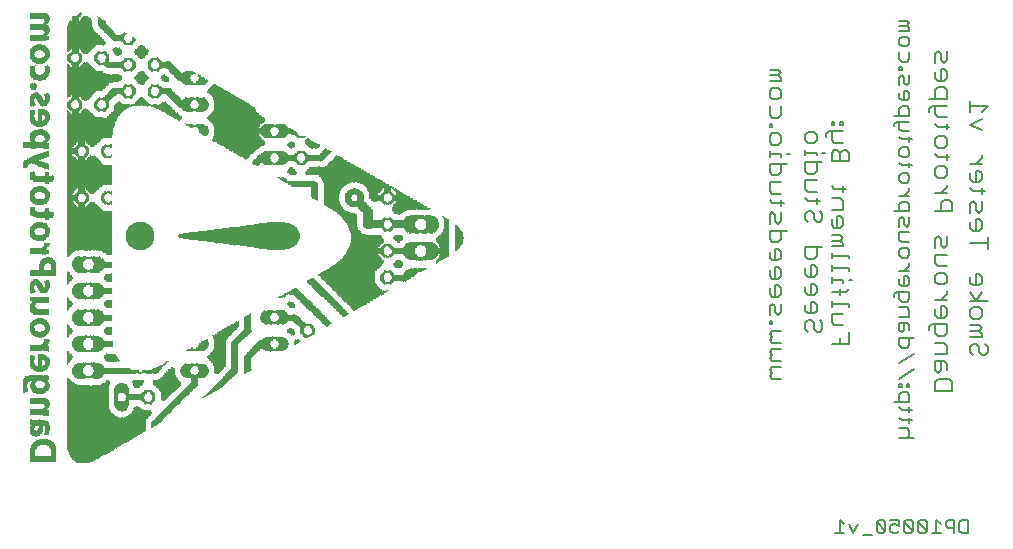
<source format=gbo>
G75*
G70*
%OFA0B0*%
%FSLAX24Y24*%
%IPPOS*%
%LPD*%
%AMOC8*
5,1,8,0,0,1.08239X$1,22.5*
%
%ADD10C,0.0080*%
%ADD11C,0.0070*%
%ADD12C,0.0060*%
%ADD13R,0.0010X0.0440*%
%ADD14R,0.0010X0.0180*%
%ADD15R,0.0010X0.0210*%
%ADD16R,0.0010X0.0470*%
%ADD17R,0.0010X0.0220*%
%ADD18R,0.0010X0.0240*%
%ADD19R,0.0010X0.0480*%
%ADD20R,0.0010X0.0260*%
%ADD21R,0.0010X0.0490*%
%ADD22R,0.0010X0.0270*%
%ADD23R,0.0010X0.0500*%
%ADD24R,0.0010X0.0510*%
%ADD25R,0.0010X0.0280*%
%ADD26R,0.0010X0.0120*%
%ADD27R,0.0010X0.0250*%
%ADD28R,0.0010X0.0060*%
%ADD29R,0.0010X0.0230*%
%ADD30R,0.0010X0.0030*%
%ADD31R,0.0010X0.0200*%
%ADD32R,0.0010X0.0190*%
%ADD33R,0.0010X0.0130*%
%ADD34R,0.0010X0.0140*%
%ADD35R,0.0010X0.0170*%
%ADD36R,0.0010X0.0150*%
%ADD37R,0.0010X0.0160*%
%ADD38R,0.0010X0.0090*%
%ADD39R,0.0010X0.0100*%
%ADD40R,0.0010X0.0410*%
%ADD41R,0.0010X0.0300*%
%ADD42R,0.0010X0.0290*%
%ADD43R,0.0010X0.0380*%
%ADD44R,0.0010X0.0340*%
%ADD45R,0.0010X0.0310*%
%ADD46R,0.0010X0.0350*%
%ADD47R,0.0010X0.0320*%
%ADD48R,0.0010X0.0400*%
%ADD49R,0.0010X0.0360*%
%ADD50R,0.0010X0.0330*%
%ADD51R,0.0010X0.0370*%
%ADD52R,0.0010X0.0530*%
%ADD53R,0.0010X0.0390*%
%ADD54R,0.0010X0.0560*%
%ADD55R,0.0010X0.0450*%
%ADD56R,0.0010X0.0430*%
%ADD57R,0.0010X0.0540*%
%ADD58R,0.0010X0.0520*%
%ADD59R,0.0010X0.0550*%
%ADD60R,0.0010X0.0460*%
%ADD61R,0.0010X0.0590*%
%ADD62R,0.0010X0.0420*%
%ADD63R,0.0010X0.0600*%
%ADD64R,0.0010X0.0570*%
%ADD65R,0.0010X0.0610*%
%ADD66R,0.0010X0.0580*%
%ADD67R,0.0010X0.0630*%
%ADD68R,0.0010X0.0640*%
%ADD69R,0.0010X0.0650*%
%ADD70R,0.0010X0.0660*%
%ADD71R,0.0010X0.0110*%
%ADD72R,0.0010X0.0050*%
%ADD73R,0.0010X0.0070*%
%ADD74R,0.0010X0.0040*%
%ADD75R,0.0010X0.0020*%
%ADD76R,0.0010X0.0010*%
%ADD77R,0.0010X0.0910*%
%ADD78R,0.0010X0.0900*%
%ADD79R,0.0010X0.0080*%
%ADD80R,0.0010X0.0680*%
%ADD81R,0.0010X0.0620*%
%ADD82R,0.0010X0.2340*%
%ADD83R,0.0010X0.4900*%
%ADD84R,0.0010X0.1140*%
%ADD85R,0.0010X0.0800*%
%ADD86R,0.0010X0.2370*%
%ADD87R,0.0010X0.4860*%
%ADD88R,0.0010X0.1120*%
%ADD89R,0.0010X0.0840*%
%ADD90R,0.0010X0.2380*%
%ADD91R,0.0010X0.4850*%
%ADD92R,0.0010X0.1100*%
%ADD93R,0.0010X0.2400*%
%ADD94R,0.0010X0.4810*%
%ADD95R,0.0010X0.1080*%
%ADD96R,0.0010X0.0870*%
%ADD97R,0.0010X0.2430*%
%ADD98R,0.0010X0.4790*%
%ADD99R,0.0010X0.1060*%
%ADD100R,0.0010X0.4770*%
%ADD101R,0.0010X0.1040*%
%ADD102R,0.0010X0.2440*%
%ADD103R,0.0010X0.4750*%
%ADD104R,0.0010X0.1020*%
%ADD105R,0.0010X0.0930*%
%ADD106R,0.0010X0.2490*%
%ADD107R,0.0010X0.4730*%
%ADD108R,0.0010X0.1010*%
%ADD109R,0.0010X0.0960*%
%ADD110R,0.0010X0.1000*%
%ADD111R,0.0010X0.2500*%
%ADD112R,0.0010X0.0990*%
%ADD113R,0.0010X0.0980*%
%ADD114R,0.0010X0.2520*%
%ADD115R,0.0010X0.4680*%
%ADD116R,0.0010X0.0940*%
%ADD117R,0.0010X0.0950*%
%ADD118R,0.0010X0.0920*%
%ADD119R,0.0010X0.4670*%
%ADD120R,0.0010X0.2530*%
%ADD121R,0.0010X0.4650*%
%ADD122R,0.0010X0.2540*%
%ADD123R,0.0010X0.2570*%
%ADD124R,0.0010X0.1700*%
%ADD125R,0.0010X0.1290*%
%ADD126R,0.0010X0.1300*%
%ADD127R,0.0010X0.1350*%
%ADD128R,0.0010X0.1260*%
%ADD129R,0.0010X0.2550*%
%ADD130R,0.0010X0.1670*%
%ADD131R,0.0010X0.1280*%
%ADD132R,0.0010X0.1320*%
%ADD133R,0.0010X0.1250*%
%ADD134R,0.0010X0.1660*%
%ADD135R,0.0010X0.1310*%
%ADD136R,0.0010X0.1650*%
%ADD137R,0.0010X0.1230*%
%ADD138R,0.0010X0.1270*%
%ADD139R,0.0010X0.1640*%
%ADD140R,0.0010X0.1200*%
%ADD141R,0.0010X0.1240*%
%ADD142R,0.0010X0.2560*%
%ADD143R,0.0010X0.1620*%
%ADD144R,0.0010X0.1190*%
%ADD145R,0.0010X0.1600*%
%ADD146R,0.0010X0.1180*%
%ADD147R,0.0010X0.2590*%
%ADD148R,0.0010X0.1580*%
%ADD149R,0.0010X0.1160*%
%ADD150R,0.0010X0.1570*%
%ADD151R,0.0010X0.2580*%
%ADD152R,0.0010X0.1550*%
%ADD153R,0.0010X0.1540*%
%ADD154R,0.0010X0.1520*%
%ADD155R,0.0010X0.1510*%
%ADD156R,0.0010X0.1170*%
%ADD157R,0.0010X0.1500*%
%ADD158R,0.0010X0.1150*%
%ADD159R,0.0010X0.1490*%
%ADD160R,0.0010X0.1480*%
%ADD161R,0.0010X0.1460*%
%ADD162R,0.0010X0.1450*%
%ADD163R,0.0010X0.1130*%
%ADD164R,0.0010X0.1440*%
%ADD165R,0.0010X0.1430*%
%ADD166R,0.0010X0.1330*%
%ADD167R,0.0010X0.1340*%
%ADD168R,0.0010X0.1630*%
%ADD169R,0.0010X0.1610*%
%ADD170R,0.0010X0.0970*%
%ADD171R,0.0010X0.1030*%
%ADD172R,0.0010X0.1590*%
%ADD173R,0.0010X0.1050*%
%ADD174R,0.0010X0.1090*%
%ADD175R,0.0010X0.1110*%
%ADD176R,0.0010X0.1210*%
%ADD177R,0.0010X0.1220*%
%ADD178R,0.0010X0.1470*%
%ADD179R,0.0010X0.1070*%
%ADD180R,0.0010X0.1530*%
%ADD181R,0.0010X0.1560*%
%ADD182R,0.0010X0.0740*%
%ADD183R,0.0010X0.0730*%
%ADD184R,0.0010X0.0890*%
%ADD185R,0.0010X0.0850*%
%ADD186R,0.0010X0.0830*%
%ADD187R,0.0010X0.2510*%
%ADD188R,0.0010X0.0810*%
%ADD189R,0.0010X0.0790*%
%ADD190R,0.0010X0.0770*%
%ADD191R,0.0010X0.0760*%
%ADD192R,0.0010X0.0720*%
%ADD193R,0.0010X0.0690*%
%ADD194R,0.0010X0.2480*%
%ADD195R,0.0010X0.2470*%
%ADD196R,0.0010X0.0670*%
%ADD197R,0.0010X0.0880*%
%ADD198R,0.0010X0.2460*%
%ADD199R,0.0010X0.0860*%
%ADD200R,0.0010X0.2450*%
%ADD201R,0.0010X0.2420*%
%ADD202R,0.0010X0.1420*%
%ADD203R,0.0010X0.1410*%
%ADD204R,0.0010X0.0780*%
%ADD205R,0.0010X0.1400*%
%ADD206R,0.0010X0.0820*%
%ADD207R,0.0010X0.1390*%
%ADD208R,0.0010X0.0750*%
%ADD209R,0.0010X0.1380*%
%ADD210R,0.0010X0.0710*%
%ADD211R,0.0010X0.1370*%
%ADD212R,0.0010X0.0700*%
%ADD213R,0.0010X0.1360*%
%ADD214R,0.0010X0.2410*%
%ADD215R,0.0010X0.1900*%
%ADD216R,0.0010X0.1890*%
%ADD217R,0.0010X0.1910*%
%ADD218R,0.0010X0.1880*%
%ADD219R,0.0010X0.1870*%
%ADD220R,0.0010X0.1860*%
%ADD221R,0.0010X0.1840*%
%ADD222R,0.0010X0.1820*%
%ADD223R,0.0010X0.1800*%
%ADD224R,0.0010X0.1780*%
%ADD225R,0.0010X0.1770*%
%ADD226R,0.0010X0.1740*%
%ADD227R,0.0010X0.1730*%
%ADD228R,0.0010X0.1710*%
%ADD229R,0.0010X0.1690*%
%ADD230R,0.0010X0.1760*%
%ADD231R,0.0010X0.1790*%
%ADD232R,0.0010X0.1810*%
%ADD233R,0.0010X0.1830*%
%ADD234R,0.0010X0.1850*%
%ADD235R,0.0010X0.1920*%
%ADD236R,0.0010X0.1930*%
%ADD237R,0.0010X0.1950*%
%ADD238R,0.0010X0.1940*%
%ADD239R,0.0010X0.1720*%
%ADD240R,0.0010X0.2020*%
%ADD241R,0.0010X0.2080*%
%ADD242R,0.0010X0.2090*%
%ADD243R,0.0010X0.2160*%
%ADD244R,0.0010X0.3150*%
%ADD245R,0.0010X0.3160*%
%ADD246R,0.0010X0.3180*%
%ADD247R,0.0010X0.3190*%
%ADD248R,0.0010X0.3210*%
%ADD249R,0.0010X0.3220*%
%ADD250R,0.0010X0.3240*%
%ADD251R,0.0010X0.3250*%
%ADD252R,0.0010X0.3230*%
%ADD253R,0.0010X0.3200*%
%ADD254R,0.0010X0.3170*%
%ADD255R,0.0010X0.3130*%
%ADD256R,0.0010X0.3120*%
%ADD257R,0.0010X0.2760*%
%ADD258R,0.0010X0.2720*%
%ADD259R,0.0010X0.2690*%
%ADD260R,0.0010X0.2630*%
%ADD261R,0.0010X0.2620*%
%ADD262R,0.0010X0.2390*%
%ADD263R,0.0010X0.2360*%
%ADD264R,0.0010X0.2330*%
%ADD265R,0.0010X0.2320*%
%ADD266R,0.0010X0.2310*%
%ADD267R,0.0010X0.2290*%
%ADD268R,0.0010X0.2280*%
%ADD269R,0.0010X0.2270*%
%ADD270R,0.0010X0.2260*%
%ADD271R,0.0010X0.2250*%
%ADD272R,0.0010X0.2240*%
%ADD273R,0.0010X0.2230*%
%ADD274R,0.0010X0.2220*%
%ADD275R,0.0010X0.2200*%
%ADD276R,0.0010X0.2190*%
%ADD277R,0.0010X0.2180*%
%ADD278R,0.0010X0.2170*%
%ADD279R,0.0010X0.2140*%
D10*
X034991Y010859D02*
X035087Y010956D01*
X034991Y011053D01*
X035087Y011149D01*
X035378Y011149D01*
X035378Y011370D02*
X035087Y011370D01*
X034991Y011467D01*
X035087Y011564D01*
X034991Y011660D01*
X035087Y011757D01*
X035378Y011757D01*
X035378Y011978D02*
X035087Y011978D01*
X034991Y012075D01*
X035087Y012171D01*
X034991Y012268D01*
X035087Y012365D01*
X035378Y012365D01*
X035087Y012586D02*
X035087Y012682D01*
X034991Y012682D01*
X034991Y012586D01*
X035087Y012586D01*
X034991Y012890D02*
X034991Y013180D01*
X035087Y013276D01*
X035184Y013180D01*
X035184Y012986D01*
X035281Y012890D01*
X035378Y012986D01*
X035378Y013276D01*
X035281Y013497D02*
X035378Y013594D01*
X035378Y013787D01*
X035281Y013884D01*
X035184Y013884D01*
X035184Y013497D01*
X035087Y013497D02*
X035281Y013497D01*
X035087Y013497D02*
X034991Y013594D01*
X034991Y013787D01*
X035087Y014105D02*
X035281Y014105D01*
X035378Y014202D01*
X035378Y014395D01*
X035281Y014492D01*
X035184Y014492D01*
X035184Y014105D01*
X035087Y014105D02*
X034991Y014202D01*
X034991Y014395D01*
X035087Y014713D02*
X035281Y014713D01*
X035378Y014809D01*
X035378Y015003D01*
X035281Y015100D01*
X035184Y015100D01*
X035184Y014713D01*
X035087Y014713D02*
X034991Y014809D01*
X034991Y015003D01*
X035087Y015320D02*
X035281Y015320D01*
X035378Y015417D01*
X035378Y015707D01*
X035571Y015707D02*
X034991Y015707D01*
X034991Y015417D01*
X035087Y015320D01*
X034991Y015928D02*
X034991Y016218D01*
X035087Y016315D01*
X035184Y016218D01*
X035184Y016025D01*
X035281Y015928D01*
X035378Y016025D01*
X035378Y016315D01*
X035378Y016536D02*
X035378Y016729D01*
X035474Y016633D02*
X035087Y016633D01*
X034991Y016729D01*
X035087Y016941D02*
X034991Y017038D01*
X034991Y017328D01*
X035378Y017328D01*
X035281Y017549D02*
X035378Y017645D01*
X035378Y017936D01*
X035571Y017936D02*
X034991Y017936D01*
X034991Y017645D01*
X035087Y017549D01*
X035281Y017549D01*
X035378Y018156D02*
X035378Y018253D01*
X034991Y018253D01*
X034991Y018156D02*
X034991Y018350D01*
X035087Y018561D02*
X034991Y018658D01*
X034991Y018852D01*
X035087Y018948D01*
X035281Y018948D01*
X035378Y018852D01*
X035378Y018658D01*
X035281Y018561D01*
X035087Y018561D01*
X035571Y018253D02*
X035668Y018253D01*
X036172Y018212D02*
X036172Y018405D01*
X036172Y018309D02*
X036559Y018309D01*
X036559Y018212D01*
X036752Y018309D02*
X036849Y018309D01*
X037057Y018311D02*
X037057Y018021D01*
X037638Y018021D01*
X037638Y018311D01*
X037541Y018408D01*
X037444Y018408D01*
X037348Y018311D01*
X037348Y018021D01*
X037348Y018311D02*
X037251Y018408D01*
X037154Y018408D01*
X037057Y018311D01*
X037154Y018628D02*
X037057Y018725D01*
X037057Y019015D01*
X036961Y019015D02*
X036864Y018919D01*
X036864Y018822D01*
X036961Y019015D02*
X037444Y019015D01*
X037444Y019236D02*
X037348Y019236D01*
X037348Y019333D01*
X037444Y019333D01*
X037444Y019236D01*
X037154Y019236D02*
X037154Y019333D01*
X037057Y019333D01*
X037057Y019236D01*
X037154Y019236D01*
X036559Y018907D02*
X036559Y018714D01*
X036462Y018617D01*
X036268Y018617D01*
X036172Y018714D01*
X036172Y018907D01*
X036268Y019004D01*
X036462Y019004D01*
X036559Y018907D01*
X037154Y018628D02*
X037444Y018628D01*
X036752Y017991D02*
X036172Y017991D01*
X036172Y017701D01*
X036268Y017604D01*
X036462Y017604D01*
X036559Y017701D01*
X036559Y017991D01*
X036559Y017383D02*
X036172Y017383D01*
X036172Y017093D01*
X036268Y016996D01*
X036559Y016996D01*
X036559Y016785D02*
X036559Y016591D01*
X036655Y016688D02*
X036268Y016688D01*
X036172Y016785D01*
X036268Y016371D02*
X036172Y016274D01*
X036172Y016080D01*
X036268Y015984D01*
X036462Y016080D02*
X036462Y016274D01*
X036365Y016371D01*
X036268Y016371D01*
X036462Y016080D02*
X036559Y015984D01*
X036655Y015984D01*
X036752Y016080D01*
X036752Y016274D01*
X036655Y016371D01*
X037057Y016400D02*
X037444Y016400D01*
X037444Y016690D01*
X037348Y016787D01*
X037057Y016787D01*
X037444Y017008D02*
X037444Y017201D01*
X037541Y017105D02*
X037154Y017105D01*
X037057Y017201D01*
X037251Y016179D02*
X037251Y015792D01*
X037348Y015792D02*
X037444Y015889D01*
X037444Y016083D01*
X037348Y016179D01*
X037251Y016179D01*
X037057Y016083D02*
X037057Y015889D01*
X037154Y015792D01*
X037348Y015792D01*
X037348Y015572D02*
X037057Y015572D01*
X037057Y015378D02*
X037348Y015378D01*
X037444Y015475D01*
X037348Y015572D01*
X037348Y015378D02*
X037444Y015281D01*
X037444Y015185D01*
X037057Y015185D01*
X037057Y014973D02*
X037057Y014780D01*
X037057Y014876D02*
X037638Y014876D01*
X037638Y014780D01*
X037638Y014471D02*
X037057Y014471D01*
X037057Y014374D02*
X037057Y014568D01*
X036559Y014451D02*
X036462Y014547D01*
X036365Y014547D01*
X036365Y014160D01*
X036268Y014160D02*
X036462Y014160D01*
X036559Y014257D01*
X036559Y014451D01*
X036462Y014768D02*
X036268Y014768D01*
X036172Y014865D01*
X036172Y015155D01*
X036752Y015155D01*
X036559Y015155D02*
X036559Y014865D01*
X036462Y014768D01*
X036172Y014451D02*
X036172Y014257D01*
X036268Y014160D01*
X036365Y013940D02*
X036365Y013553D01*
X036268Y013553D02*
X036462Y013553D01*
X036559Y013649D01*
X036559Y013843D01*
X036462Y013940D01*
X036365Y013940D01*
X036172Y013843D02*
X036172Y013649D01*
X036268Y013553D01*
X036365Y013332D02*
X036365Y012945D01*
X036268Y012945D02*
X036462Y012945D01*
X036559Y013042D01*
X036559Y013235D01*
X036462Y013332D01*
X036365Y013332D01*
X036172Y013235D02*
X036172Y013042D01*
X036268Y012945D01*
X036268Y012724D02*
X036172Y012628D01*
X036172Y012434D01*
X036268Y012337D01*
X036462Y012434D02*
X036462Y012628D01*
X036365Y012724D01*
X036268Y012724D01*
X036462Y012434D02*
X036559Y012337D01*
X036655Y012337D01*
X036752Y012434D01*
X036752Y012628D01*
X036655Y012724D01*
X037057Y012648D02*
X037154Y012551D01*
X037444Y012551D01*
X037638Y012331D02*
X037638Y011944D01*
X037057Y011944D01*
X037348Y011944D02*
X037348Y012137D01*
X037057Y012648D02*
X037057Y012938D01*
X037444Y012938D01*
X037638Y013159D02*
X037638Y013256D01*
X037057Y013256D01*
X037057Y013159D02*
X037057Y013353D01*
X037057Y013661D02*
X037541Y013661D01*
X037638Y013758D01*
X037444Y013969D02*
X037444Y014066D01*
X037057Y014066D01*
X037057Y013969D02*
X037057Y014163D01*
X037348Y013758D02*
X037348Y013564D01*
X037638Y014066D02*
X037735Y014066D01*
X037638Y014374D02*
X037638Y014471D01*
X040502Y014618D02*
X040599Y014522D01*
X040889Y014522D01*
X040793Y014301D02*
X040889Y014204D01*
X040889Y014011D01*
X040793Y013914D01*
X040599Y013914D01*
X040502Y014011D01*
X040502Y014204D01*
X040599Y014301D01*
X040793Y014301D01*
X040502Y014618D02*
X040502Y014909D01*
X040889Y014909D01*
X040793Y015129D02*
X040889Y015226D01*
X040889Y015516D01*
X040696Y015419D02*
X040696Y015226D01*
X040793Y015129D01*
X040502Y015129D02*
X040502Y015419D01*
X040599Y015516D01*
X040696Y015419D01*
X041683Y015288D02*
X042264Y015288D01*
X042264Y015095D02*
X042264Y015482D01*
X041974Y015703D02*
X041780Y015703D01*
X041683Y015799D01*
X041683Y015993D01*
X041877Y016090D02*
X041877Y015703D01*
X041974Y015703D02*
X042070Y015799D01*
X042070Y015993D01*
X041974Y016090D01*
X041877Y016090D01*
X041974Y016310D02*
X042070Y016407D01*
X042070Y016697D01*
X041877Y016601D02*
X041877Y016407D01*
X041974Y016310D01*
X041683Y016310D02*
X041683Y016601D01*
X041780Y016697D01*
X041877Y016601D01*
X042070Y016918D02*
X042070Y017112D01*
X042167Y017015D02*
X041780Y017015D01*
X041683Y017112D01*
X041780Y017323D02*
X041974Y017323D01*
X042070Y017420D01*
X042070Y017613D01*
X041974Y017710D01*
X041877Y017710D01*
X041877Y017323D01*
X041780Y017323D02*
X041683Y017420D01*
X041683Y017613D01*
X040889Y017556D02*
X040889Y017749D01*
X040793Y017846D01*
X040599Y017846D01*
X040502Y017749D01*
X040502Y017556D01*
X040599Y017459D01*
X040793Y017459D01*
X040889Y017556D01*
X040889Y017243D02*
X040889Y017146D01*
X040696Y016952D01*
X040889Y016952D02*
X040502Y016952D01*
X040793Y016732D02*
X040696Y016635D01*
X040696Y016345D01*
X040502Y016345D02*
X041083Y016345D01*
X041083Y016635D01*
X040986Y016732D01*
X040793Y016732D01*
X040889Y018067D02*
X040889Y018260D01*
X040986Y018163D02*
X040599Y018163D01*
X040502Y018260D01*
X040599Y018472D02*
X040502Y018568D01*
X040502Y018762D01*
X040599Y018859D01*
X040793Y018859D01*
X040889Y018762D01*
X040889Y018568D01*
X040793Y018472D01*
X040599Y018472D01*
X041683Y017931D02*
X042070Y017931D01*
X041877Y017931D02*
X042070Y018124D01*
X042070Y018221D01*
X042070Y019045D02*
X041683Y019239D01*
X042070Y019432D01*
X042070Y019653D02*
X042264Y019846D01*
X041683Y019846D01*
X041683Y019653D02*
X041683Y020040D01*
X040889Y020092D02*
X040889Y020382D01*
X040793Y020479D01*
X040599Y020479D01*
X040502Y020382D01*
X040502Y020092D01*
X040309Y020092D02*
X040889Y020092D01*
X040889Y019871D02*
X040406Y019871D01*
X040309Y019775D01*
X040309Y019678D01*
X040502Y019581D02*
X040502Y019871D01*
X040502Y019581D02*
X040599Y019484D01*
X040889Y019484D01*
X040889Y019273D02*
X040889Y019079D01*
X040986Y019176D02*
X040599Y019176D01*
X040502Y019273D01*
X040599Y020700D02*
X040793Y020700D01*
X040889Y020797D01*
X040889Y020990D01*
X040793Y021087D01*
X040696Y021087D01*
X040696Y020700D01*
X040599Y020700D02*
X040502Y020797D01*
X040502Y020990D01*
X040502Y021308D02*
X040502Y021598D01*
X040599Y021695D01*
X040696Y021598D01*
X040696Y021404D01*
X040793Y021308D01*
X040889Y021404D01*
X040889Y021695D01*
X035378Y020979D02*
X035281Y021075D01*
X034991Y021075D01*
X034991Y020882D02*
X035281Y020882D01*
X035378Y020979D01*
X035281Y020882D02*
X035378Y020785D01*
X035378Y020689D01*
X034991Y020689D01*
X035087Y020468D02*
X035281Y020468D01*
X035378Y020371D01*
X035378Y020178D01*
X035281Y020081D01*
X035087Y020081D01*
X034991Y020178D01*
X034991Y020371D01*
X035087Y020468D01*
X034991Y019860D02*
X034991Y019570D01*
X035087Y019473D01*
X035281Y019473D01*
X035378Y019570D01*
X035378Y019860D01*
X035087Y019266D02*
X034991Y019266D01*
X034991Y019169D01*
X035087Y019169D01*
X035087Y019266D01*
X035087Y016941D02*
X035378Y016941D01*
X040696Y013407D02*
X040889Y013601D01*
X040889Y013698D01*
X040889Y013407D02*
X040502Y013407D01*
X040696Y013187D02*
X040696Y012800D01*
X040793Y012800D02*
X040889Y012896D01*
X040889Y013090D01*
X040793Y013187D01*
X040696Y013187D01*
X040502Y013090D02*
X040502Y012896D01*
X040599Y012800D01*
X040793Y012800D01*
X040889Y012579D02*
X040406Y012579D01*
X040309Y012482D01*
X040309Y012385D01*
X040502Y012289D02*
X040502Y012579D01*
X040502Y012289D02*
X040599Y012192D01*
X040793Y012192D01*
X040889Y012289D01*
X040889Y012579D01*
X041683Y012545D02*
X041974Y012545D01*
X042070Y012448D01*
X041974Y012351D01*
X041683Y012351D01*
X041683Y012158D02*
X042070Y012158D01*
X042070Y012254D01*
X041974Y012351D01*
X041974Y012765D02*
X041780Y012765D01*
X041683Y012862D01*
X041683Y013056D01*
X041780Y013152D01*
X041974Y013152D01*
X042070Y013056D01*
X042070Y012862D01*
X041974Y012765D01*
X041877Y013373D02*
X042070Y013663D01*
X041974Y013879D02*
X041780Y013879D01*
X041683Y013976D01*
X041683Y014170D01*
X041877Y014266D02*
X041877Y013879D01*
X041974Y013879D02*
X042070Y013976D01*
X042070Y014170D01*
X041974Y014266D01*
X041877Y014266D01*
X041683Y013663D02*
X041877Y013373D01*
X041683Y013373D02*
X042264Y013373D01*
X042167Y011937D02*
X042264Y011840D01*
X042264Y011647D01*
X042167Y011550D01*
X042070Y011550D01*
X041974Y011647D01*
X041974Y011840D01*
X041877Y011937D01*
X041780Y011937D01*
X041683Y011840D01*
X041683Y011647D01*
X041780Y011550D01*
X040889Y011584D02*
X040889Y011874D01*
X040793Y011971D01*
X040502Y011971D01*
X040502Y011584D02*
X040889Y011584D01*
X040793Y011364D02*
X040502Y011364D01*
X040502Y011073D01*
X040599Y010977D01*
X040696Y011073D01*
X040696Y011364D01*
X040793Y011364D02*
X040889Y011267D01*
X040889Y011073D01*
X040986Y010756D02*
X040599Y010756D01*
X040502Y010659D01*
X040502Y010369D01*
X041083Y010369D01*
X041083Y010659D01*
X040986Y010756D01*
X035378Y010763D02*
X035087Y010763D01*
X034991Y010859D01*
D11*
X039153Y009992D02*
X039643Y009992D01*
X039643Y010237D01*
X039561Y010319D01*
X039398Y010319D01*
X039316Y010237D01*
X039316Y009992D01*
X039316Y009812D02*
X039398Y009730D01*
X039725Y009730D01*
X039643Y009648D02*
X039643Y009812D01*
X039643Y009468D02*
X039643Y009305D01*
X039725Y009386D02*
X039398Y009386D01*
X039316Y009468D01*
X039316Y009116D02*
X039561Y009116D01*
X039643Y009034D01*
X039643Y008871D01*
X039561Y008789D01*
X039316Y008789D02*
X039807Y008789D01*
X039643Y010508D02*
X039561Y010508D01*
X039561Y010589D01*
X039643Y010589D01*
X039643Y010508D01*
X039398Y010508D02*
X039316Y010508D01*
X039316Y010589D01*
X039398Y010589D01*
X039398Y010508D01*
X039316Y010766D02*
X039807Y011092D01*
X039807Y011608D02*
X039316Y011281D01*
X039398Y011797D02*
X039316Y011879D01*
X039316Y012124D01*
X039807Y012124D01*
X039643Y012124D02*
X039643Y011879D01*
X039561Y011797D01*
X039398Y011797D01*
X039398Y012312D02*
X039480Y012394D01*
X039480Y012639D01*
X039561Y012639D02*
X039316Y012639D01*
X039316Y012394D01*
X039398Y012312D01*
X039643Y012394D02*
X039643Y012558D01*
X039561Y012639D01*
X039643Y012828D02*
X039643Y013073D01*
X039561Y013155D01*
X039316Y013155D01*
X039398Y013344D02*
X039316Y013425D01*
X039316Y013671D01*
X039235Y013671D02*
X039643Y013671D01*
X039643Y013425D01*
X039561Y013344D01*
X039398Y013344D01*
X039153Y013507D02*
X039153Y013589D01*
X039235Y013671D01*
X039398Y013859D02*
X039316Y013941D01*
X039316Y014105D01*
X039480Y014186D02*
X039480Y013859D01*
X039561Y013859D02*
X039643Y013941D01*
X039643Y014105D01*
X039561Y014186D01*
X039480Y014186D01*
X039480Y014375D02*
X039643Y014538D01*
X039643Y014620D01*
X039561Y014805D02*
X039398Y014805D01*
X039316Y014886D01*
X039316Y015050D01*
X039398Y015132D01*
X039561Y015132D01*
X039643Y015050D01*
X039643Y014886D01*
X039561Y014805D01*
X039643Y014375D02*
X039316Y014375D01*
X039398Y013859D02*
X039561Y013859D01*
X039643Y012828D02*
X039316Y012828D01*
X039398Y015320D02*
X039316Y015402D01*
X039316Y015647D01*
X039643Y015647D01*
X039561Y015836D02*
X039643Y015918D01*
X039643Y016163D01*
X039480Y016081D02*
X039480Y015918D01*
X039561Y015836D01*
X039316Y015836D02*
X039316Y016081D01*
X039398Y016163D01*
X039480Y016081D01*
X039643Y016352D02*
X039153Y016352D01*
X039316Y016352D02*
X039316Y016597D01*
X039398Y016678D01*
X039561Y016678D01*
X039643Y016597D01*
X039643Y016352D01*
X039643Y016867D02*
X039316Y016867D01*
X039480Y016867D02*
X039643Y017031D01*
X039643Y017112D01*
X039561Y017297D02*
X039398Y017297D01*
X039316Y017379D01*
X039316Y017542D01*
X039398Y017624D01*
X039561Y017624D01*
X039643Y017542D01*
X039643Y017379D01*
X039561Y017297D01*
X039643Y017812D02*
X039643Y017976D01*
X039725Y017894D02*
X039398Y017894D01*
X039316Y017976D01*
X039398Y018156D02*
X039316Y018238D01*
X039316Y018401D01*
X039398Y018483D01*
X039561Y018483D01*
X039643Y018401D01*
X039643Y018238D01*
X039561Y018156D01*
X039398Y018156D01*
X039643Y018672D02*
X039643Y018835D01*
X039725Y018754D02*
X039398Y018754D01*
X039316Y018835D01*
X039398Y019016D02*
X039316Y019097D01*
X039316Y019343D01*
X039235Y019343D02*
X039153Y019261D01*
X039153Y019179D01*
X039235Y019343D02*
X039643Y019343D01*
X039643Y019531D02*
X039643Y019776D01*
X039561Y019858D01*
X039398Y019858D01*
X039316Y019776D01*
X039316Y019531D01*
X039153Y019531D02*
X039643Y019531D01*
X039643Y019016D02*
X039398Y019016D01*
X039398Y020047D02*
X039316Y020129D01*
X039316Y020292D01*
X039480Y020374D02*
X039480Y020047D01*
X039561Y020047D02*
X039643Y020129D01*
X039643Y020292D01*
X039561Y020374D01*
X039480Y020374D01*
X039561Y020562D02*
X039643Y020644D01*
X039643Y020889D01*
X039480Y020808D02*
X039480Y020644D01*
X039561Y020562D01*
X039316Y020562D02*
X039316Y020808D01*
X039398Y020889D01*
X039480Y020808D01*
X039398Y021078D02*
X039316Y021078D01*
X039316Y021160D01*
X039398Y021160D01*
X039398Y021078D01*
X039398Y021336D02*
X039316Y021418D01*
X039316Y021663D01*
X039398Y021852D02*
X039316Y021933D01*
X039316Y022097D01*
X039398Y022178D01*
X039561Y022178D01*
X039643Y022097D01*
X039643Y021933D01*
X039561Y021852D01*
X039398Y021852D01*
X039643Y021663D02*
X039643Y021418D01*
X039561Y021336D01*
X039398Y021336D01*
X039316Y022367D02*
X039643Y022367D01*
X039643Y022449D01*
X039561Y022531D01*
X039643Y022612D01*
X039561Y022694D01*
X039316Y022694D01*
X039316Y022531D02*
X039561Y022531D01*
X039561Y020047D02*
X039398Y020047D01*
X039398Y015320D02*
X039643Y015320D01*
D12*
X039699Y006075D02*
X039552Y006075D01*
X039478Y006001D01*
X039772Y005708D01*
X039699Y005634D01*
X039552Y005634D01*
X039478Y005708D01*
X039478Y006001D01*
X039312Y006075D02*
X039312Y005855D01*
X039165Y005928D01*
X039092Y005928D01*
X039018Y005855D01*
X039018Y005708D01*
X039092Y005634D01*
X039238Y005634D01*
X039312Y005708D01*
X039312Y006075D02*
X039018Y006075D01*
X038851Y006001D02*
X038851Y005708D01*
X038558Y006001D01*
X038558Y005708D01*
X038631Y005634D01*
X038778Y005634D01*
X038851Y005708D01*
X038851Y006001D02*
X038778Y006075D01*
X038631Y006075D01*
X038558Y006001D01*
X037931Y005928D02*
X037784Y005634D01*
X037637Y005928D01*
X037470Y005928D02*
X037324Y006075D01*
X037324Y005634D01*
X037470Y005634D02*
X037177Y005634D01*
X038097Y005561D02*
X038391Y005561D01*
X039772Y005708D02*
X039772Y006001D01*
X039699Y006075D01*
X039939Y006001D02*
X040232Y005708D01*
X040159Y005634D01*
X040012Y005634D01*
X039939Y005708D01*
X039939Y006001D01*
X040012Y006075D01*
X040159Y006075D01*
X040232Y006001D01*
X040232Y005708D01*
X040399Y005634D02*
X040693Y005634D01*
X040546Y005634D02*
X040546Y006075D01*
X040693Y005928D01*
X040860Y005855D02*
X040933Y005781D01*
X041153Y005781D01*
X041153Y005634D02*
X041153Y006075D01*
X040933Y006075D01*
X040860Y006001D01*
X040860Y005855D01*
X041320Y005708D02*
X041320Y006001D01*
X041393Y006075D01*
X041613Y006075D01*
X041613Y005634D01*
X041393Y005634D01*
X041320Y005708D01*
D13*
X022887Y015022D03*
X021967Y014672D03*
X021957Y014672D03*
X021897Y013682D03*
X018827Y012812D03*
X018817Y012812D03*
X018187Y012812D03*
X018177Y012812D03*
X016877Y012232D03*
X016167Y011042D03*
X016157Y011042D03*
X016147Y011042D03*
X015537Y011042D03*
X015527Y011042D03*
X015217Y010622D03*
X012727Y011042D03*
X010907Y011302D03*
X010407Y011342D03*
X010157Y010532D03*
X010147Y010532D03*
X010917Y009122D03*
X010927Y009112D03*
X011887Y013692D03*
X010487Y013852D03*
X011877Y014582D03*
X010427Y016862D03*
X010407Y019502D03*
X010907Y019482D03*
X010467Y020072D03*
X010457Y020072D03*
X010487Y020972D03*
X010497Y020972D03*
X010857Y020972D03*
X012887Y020712D03*
X014027Y020792D03*
X014117Y020792D03*
X014127Y020792D03*
X014027Y021672D03*
X015527Y020792D03*
X015537Y020792D03*
X016157Y019912D03*
X016457Y019462D03*
X017977Y018672D03*
X018187Y019022D03*
X018197Y019022D03*
X018207Y019022D03*
X018807Y019022D03*
X018817Y019022D03*
X018827Y019022D03*
X018187Y018132D03*
X020947Y016112D03*
X021987Y017192D03*
X021997Y017192D03*
X022977Y016622D03*
X022987Y016622D03*
X022997Y016622D03*
X022887Y015912D03*
X016577Y015512D03*
X016567Y015512D03*
X016557Y015512D03*
X016547Y015512D03*
X016537Y015512D03*
X016527Y015512D03*
X016517Y015512D03*
X016507Y015512D03*
X016497Y015512D03*
X018807Y011932D03*
X013337Y019782D03*
D14*
X013527Y019822D03*
X013957Y019972D03*
X013967Y019972D03*
X014187Y019972D03*
X014667Y019822D03*
X014677Y019822D03*
X015347Y019462D03*
X015987Y019762D03*
X016337Y019462D03*
X016347Y019462D03*
X016337Y020352D03*
X016177Y020682D03*
X014907Y020752D03*
X013367Y020792D03*
X012867Y021282D03*
X010727Y021372D03*
X010557Y020212D03*
X010547Y020212D03*
X010537Y020212D03*
X010527Y020212D03*
X010367Y020042D03*
X010767Y019672D03*
X010777Y019672D03*
X010787Y019672D03*
X010797Y019662D03*
X010807Y019662D03*
X010837Y019642D03*
X010847Y019642D03*
X010807Y019282D03*
X010797Y019282D03*
X010787Y019272D03*
X010777Y019272D03*
X010767Y019272D03*
X010757Y019272D03*
X010747Y019272D03*
X010617Y019272D03*
X010607Y019272D03*
X010597Y019272D03*
X010587Y019272D03*
X010917Y018532D03*
X010927Y018532D03*
X010937Y018532D03*
X010847Y018222D03*
X010837Y018222D03*
X010827Y018222D03*
X010797Y018202D03*
X010787Y018202D03*
X010777Y018202D03*
X010757Y018192D03*
X010747Y018192D03*
X010737Y018192D03*
X010727Y018192D03*
X010687Y018172D03*
X010677Y018172D03*
X010647Y018162D03*
X010637Y018162D03*
X010607Y017962D03*
X010597Y017962D03*
X010627Y017952D03*
X010637Y017952D03*
X010717Y017922D03*
X010157Y017892D03*
X010147Y017892D03*
X010587Y016242D03*
X010597Y016242D03*
X010607Y016242D03*
X010617Y016242D03*
X010627Y016242D03*
X010637Y016242D03*
X010647Y016242D03*
X010657Y016242D03*
X010667Y016242D03*
X010677Y016242D03*
X010687Y016242D03*
X010697Y016242D03*
X010707Y016242D03*
X010717Y016242D03*
X010727Y016242D03*
X010737Y016242D03*
X010747Y016242D03*
X010757Y016242D03*
X010767Y016242D03*
X010777Y016242D03*
X010787Y016242D03*
X010797Y016242D03*
X010807Y016242D03*
X010817Y016242D03*
X010827Y016242D03*
X011007Y016242D03*
X011017Y016242D03*
X011027Y016242D03*
X011037Y016242D03*
X011047Y016242D03*
X011057Y016242D03*
X011067Y016242D03*
X011077Y016242D03*
X011087Y016242D03*
X011097Y016242D03*
X010917Y015202D03*
X012127Y014752D03*
X012137Y014752D03*
X012477Y014752D03*
X012457Y014392D03*
X012457Y013872D03*
X012467Y013872D03*
X012477Y013872D03*
X012467Y013512D03*
X012877Y013262D03*
X012457Y012622D03*
X012457Y012112D03*
X012467Y012112D03*
X012477Y011752D03*
X012137Y011752D03*
X012127Y011752D03*
X011727Y011482D03*
X012127Y011212D03*
X012477Y010872D03*
X013227Y011442D03*
X013627Y011022D03*
X013637Y011022D03*
X013647Y011022D03*
X014067Y010632D03*
X014527Y010632D03*
X014537Y010632D03*
X014497Y011022D03*
X014487Y011022D03*
X014477Y011022D03*
X014467Y011022D03*
X014607Y011062D03*
X016507Y010432D03*
X016517Y010442D03*
X016527Y010452D03*
X016547Y010462D03*
X014347Y009622D03*
X014417Y009232D03*
X014427Y009232D03*
X010977Y009642D03*
X010967Y009642D03*
X010957Y009642D03*
X010947Y009642D03*
X010937Y009642D03*
X010927Y009642D03*
X010917Y009642D03*
X010827Y009292D03*
X010407Y009312D03*
X010397Y009322D03*
X010387Y009322D03*
X010377Y009322D03*
X010377Y010042D03*
X010387Y010042D03*
X010397Y010042D03*
X010407Y010042D03*
X010417Y010042D03*
X010427Y010042D03*
X010437Y010042D03*
X010447Y010042D03*
X010457Y010042D03*
X010467Y010042D03*
X010477Y010042D03*
X010487Y010042D03*
X010497Y010042D03*
X010507Y010042D03*
X010517Y010042D03*
X010527Y010042D03*
X010537Y010042D03*
X010547Y010042D03*
X010557Y010042D03*
X010567Y010042D03*
X010577Y010042D03*
X010587Y010042D03*
X010597Y010042D03*
X010607Y010042D03*
X010617Y010042D03*
X010627Y010042D03*
X010637Y010042D03*
X010647Y010042D03*
X010657Y010042D03*
X010667Y010042D03*
X010677Y010042D03*
X010687Y010042D03*
X010697Y010042D03*
X010707Y010042D03*
X010717Y010042D03*
X010727Y010042D03*
X010737Y010042D03*
X010747Y010042D03*
X010757Y010042D03*
X010947Y010792D03*
X010817Y011112D03*
X010807Y011112D03*
X010797Y011112D03*
X010827Y011122D03*
X010767Y011092D03*
X010757Y011092D03*
X010617Y011092D03*
X010607Y011092D03*
X010597Y011092D03*
X010587Y011092D03*
X010437Y010792D03*
X010427Y010792D03*
X010417Y010792D03*
X010377Y010782D03*
X010367Y010782D03*
X010357Y010782D03*
X010347Y010782D03*
X010357Y011342D03*
X010747Y011502D03*
X010757Y011502D03*
X010767Y011502D03*
X010777Y011502D03*
X010797Y011482D03*
X010807Y011482D03*
X010817Y011482D03*
X010837Y011472D03*
X010907Y011782D03*
X010917Y011782D03*
X010927Y011782D03*
X010937Y011782D03*
X010947Y011782D03*
X010927Y011992D03*
X010917Y011992D03*
X011717Y012372D03*
X011787Y012802D03*
X011717Y013252D03*
X011787Y013692D03*
X010847Y013722D03*
X010837Y013722D03*
X010827Y013722D03*
X010817Y013722D03*
X010807Y013722D03*
X010797Y013722D03*
X011717Y014142D03*
X011727Y014142D03*
X015487Y015522D03*
X015497Y015522D03*
X015507Y015522D03*
X015517Y015522D03*
X015527Y015522D03*
X015537Y015522D03*
X015547Y015522D03*
X015557Y015522D03*
X019117Y017262D03*
X019127Y017262D03*
X019167Y017652D03*
X019627Y017652D03*
X018647Y017992D03*
X018647Y018262D03*
X018357Y018262D03*
X018357Y017992D03*
X018367Y017992D03*
X017857Y017992D03*
X018127Y018642D03*
X018137Y018642D03*
X018357Y018882D03*
X018367Y018882D03*
X018647Y018882D03*
X019087Y019002D03*
X019097Y019002D03*
X019887Y018532D03*
X019897Y018532D03*
X018127Y019392D03*
X022157Y017212D03*
X023417Y016492D03*
X023227Y016122D03*
X023217Y015702D03*
X023217Y015232D03*
X023217Y014812D03*
X023227Y014812D03*
X023227Y014352D03*
X022537Y014572D03*
X020077Y014212D03*
X019697Y013992D03*
X019127Y013212D03*
X019007Y013242D03*
X018647Y012672D03*
X018367Y012672D03*
X018357Y012672D03*
X018647Y012072D03*
X018947Y011922D03*
X020867Y012952D03*
X016497Y012142D03*
X010777Y022872D03*
X010767Y022872D03*
X010757Y022872D03*
X010747Y022872D03*
X010737Y022872D03*
X010727Y022872D03*
X010717Y022872D03*
X010707Y022872D03*
X010697Y022872D03*
X010687Y022872D03*
X010677Y022872D03*
X010667Y022872D03*
X010657Y022872D03*
X010647Y022872D03*
X010637Y022872D03*
X010627Y022872D03*
X010617Y022872D03*
X010607Y022872D03*
X010597Y022872D03*
X010587Y022872D03*
X010577Y022872D03*
X010567Y022872D03*
X010557Y022872D03*
X010547Y022872D03*
X010537Y022872D03*
X010527Y022872D03*
X010517Y022872D03*
X010507Y022872D03*
X010497Y022872D03*
X010487Y022872D03*
X010477Y022872D03*
X010467Y022872D03*
X010457Y022872D03*
X010447Y022872D03*
X010437Y022872D03*
X010427Y022872D03*
X010417Y022872D03*
X010407Y022872D03*
X010397Y022872D03*
X010387Y022872D03*
X010377Y022872D03*
D15*
X010507Y008107D03*
X010517Y008107D03*
X010527Y008107D03*
X010537Y008107D03*
X010547Y008107D03*
X010557Y008107D03*
X010567Y008107D03*
X010577Y008107D03*
X010587Y008107D03*
X010597Y008107D03*
X010607Y008107D03*
X010617Y008107D03*
X010627Y008107D03*
X010637Y008107D03*
X010647Y008107D03*
X010657Y008107D03*
X010667Y008107D03*
X010677Y008107D03*
X010687Y008107D03*
X010697Y008107D03*
X010707Y008107D03*
X010717Y008107D03*
X010727Y008107D03*
X010737Y008107D03*
X010747Y008107D03*
X010757Y008107D03*
X010767Y008107D03*
X010777Y008107D03*
X010787Y008107D03*
X010797Y008107D03*
X010807Y008107D03*
X010817Y008107D03*
X010827Y008107D03*
X010837Y008107D03*
X010847Y008107D03*
X010857Y008107D03*
X010867Y008107D03*
X010877Y008107D03*
X010887Y008107D03*
X010897Y008107D03*
X010907Y008107D03*
X010917Y008107D03*
X010927Y008107D03*
X010937Y008107D03*
X010947Y008107D03*
X010957Y008107D03*
X010967Y008107D03*
X010977Y008107D03*
X010987Y008107D03*
X010997Y008107D03*
X011007Y008107D03*
X011017Y008107D03*
X011027Y008107D03*
X011037Y008107D03*
X011047Y008107D03*
X011057Y008107D03*
X011067Y008107D03*
X010357Y008217D03*
X010617Y008617D03*
X010677Y008647D03*
X010687Y008647D03*
X010697Y008647D03*
X010707Y008647D03*
X010717Y008647D03*
X010887Y008647D03*
X010897Y008647D03*
X010907Y008647D03*
X010917Y008647D03*
X010927Y008647D03*
X010937Y008647D03*
X010597Y008947D03*
X010527Y008947D03*
X010517Y008947D03*
X010527Y009297D03*
X010767Y009657D03*
X010777Y009657D03*
X010787Y009657D03*
X010797Y010027D03*
X010807Y010027D03*
X010817Y010027D03*
X010737Y010357D03*
X010727Y010357D03*
X010717Y010357D03*
X010707Y010357D03*
X010697Y010357D03*
X010687Y010357D03*
X010677Y010357D03*
X010667Y010357D03*
X010657Y010357D03*
X010647Y010357D03*
X010637Y010357D03*
X010627Y010357D03*
X010617Y010357D03*
X010607Y010367D03*
X010597Y010377D03*
X010587Y010377D03*
X010577Y010377D03*
X010567Y010377D03*
X010767Y010377D03*
X010777Y010377D03*
X010787Y010377D03*
X010797Y010377D03*
X010807Y010387D03*
X010797Y010777D03*
X010787Y010777D03*
X010567Y010777D03*
X010557Y010777D03*
X010317Y010767D03*
X010857Y011457D03*
X011697Y011487D03*
X011787Y011037D03*
X012887Y011477D03*
X012887Y011937D03*
X012877Y011937D03*
X012867Y011937D03*
X012857Y011937D03*
X012847Y011937D03*
X012837Y011937D03*
X012827Y011937D03*
X012897Y011937D03*
X012907Y011937D03*
X012917Y011937D03*
X012927Y011937D03*
X012937Y011937D03*
X012947Y011937D03*
X012957Y011937D03*
X012967Y011937D03*
X012977Y011937D03*
X012987Y011937D03*
X012997Y011937D03*
X013007Y011937D03*
X013017Y011937D03*
X013027Y011937D03*
X013037Y011937D03*
X013047Y011937D03*
X013057Y011937D03*
X013067Y011937D03*
X013077Y011937D03*
X013087Y011937D03*
X012477Y012097D03*
X012817Y012807D03*
X012827Y012807D03*
X012837Y012807D03*
X012847Y012807D03*
X012857Y012807D03*
X012867Y012807D03*
X012877Y012807D03*
X012887Y012807D03*
X012897Y012807D03*
X012907Y012807D03*
X012917Y012807D03*
X012927Y012807D03*
X012937Y012807D03*
X012947Y012807D03*
X012957Y012807D03*
X012967Y012807D03*
X012977Y012807D03*
X012987Y012807D03*
X012997Y012807D03*
X013007Y012807D03*
X013017Y012807D03*
X013027Y012807D03*
X013037Y012807D03*
X013047Y012807D03*
X013057Y012807D03*
X013067Y012807D03*
X013077Y012807D03*
X013077Y013687D03*
X013067Y013687D03*
X013057Y013687D03*
X013047Y013687D03*
X013037Y013687D03*
X013027Y013687D03*
X013017Y013687D03*
X013007Y013687D03*
X012997Y013687D03*
X012987Y013687D03*
X012977Y013687D03*
X012967Y013687D03*
X012957Y013687D03*
X012947Y013687D03*
X012937Y013687D03*
X012927Y013687D03*
X012917Y013687D03*
X012907Y013687D03*
X012897Y013687D03*
X012887Y013687D03*
X012877Y013687D03*
X012867Y013687D03*
X012857Y013687D03*
X012847Y013687D03*
X012837Y013687D03*
X012827Y013687D03*
X012477Y013527D03*
X012887Y014147D03*
X012477Y014407D03*
X012837Y014577D03*
X012847Y014577D03*
X012857Y014577D03*
X012867Y014577D03*
X012877Y014577D03*
X012887Y014577D03*
X012897Y014577D03*
X012907Y014577D03*
X012917Y014577D03*
X012927Y014577D03*
X012937Y014577D03*
X012947Y014577D03*
X012957Y014577D03*
X012967Y014577D03*
X012977Y014577D03*
X012987Y014577D03*
X012997Y014577D03*
X013007Y014577D03*
X013017Y014577D03*
X013027Y014577D03*
X013037Y014577D03*
X013047Y014577D03*
X013057Y014577D03*
X013067Y014577D03*
X013077Y014577D03*
X011697Y014137D03*
X010987Y013887D03*
X010567Y013977D03*
X010567Y013387D03*
X010557Y013387D03*
X010557Y013017D03*
X010567Y013017D03*
X010607Y012687D03*
X010617Y012687D03*
X010627Y012687D03*
X010637Y012687D03*
X010647Y012687D03*
X010657Y012687D03*
X010667Y012687D03*
X010677Y012687D03*
X010687Y012687D03*
X010697Y012687D03*
X010707Y012687D03*
X010717Y012687D03*
X010727Y012687D03*
X010737Y012687D03*
X010747Y012687D03*
X010787Y012667D03*
X010797Y012667D03*
X010807Y012657D03*
X010557Y012667D03*
X010547Y012657D03*
X010987Y012467D03*
X010827Y012277D03*
X010817Y012267D03*
X010807Y012267D03*
X010767Y012247D03*
X010757Y012247D03*
X010747Y012247D03*
X010737Y012247D03*
X010707Y012237D03*
X010697Y012237D03*
X010687Y012237D03*
X010677Y012237D03*
X010667Y012237D03*
X010657Y012237D03*
X010647Y012237D03*
X010617Y012247D03*
X010607Y012247D03*
X010597Y012247D03*
X010587Y012247D03*
X010577Y012247D03*
X010567Y012257D03*
X010557Y012267D03*
X010547Y012267D03*
X010537Y012267D03*
X010527Y012277D03*
X010387Y011797D03*
X010377Y011797D03*
X010757Y011817D03*
X010767Y011817D03*
X011697Y012367D03*
X011697Y013257D03*
X011047Y014697D03*
X011037Y014707D03*
X011027Y014707D03*
X011017Y014707D03*
X011007Y014707D03*
X010897Y014707D03*
X010887Y014707D03*
X010877Y014707D03*
X010867Y014707D03*
X010857Y014697D03*
X010757Y015027D03*
X010747Y015027D03*
X010737Y015027D03*
X010727Y015027D03*
X010727Y015457D03*
X010717Y015457D03*
X010707Y015457D03*
X010737Y015457D03*
X010747Y015457D03*
X010777Y015477D03*
X010787Y015477D03*
X010797Y015477D03*
X010827Y015487D03*
X010647Y015457D03*
X010637Y015457D03*
X010627Y015457D03*
X010617Y015457D03*
X010607Y015457D03*
X010567Y015477D03*
X010557Y015477D03*
X010547Y015487D03*
X010557Y015877D03*
X010587Y015897D03*
X010767Y015897D03*
X010797Y015877D03*
X010807Y015877D03*
X010817Y015877D03*
X010827Y015867D03*
X010987Y015687D03*
X010847Y016247D03*
X010537Y016257D03*
X010567Y016657D03*
X010577Y016657D03*
X010587Y016657D03*
X010537Y016677D03*
X010767Y016657D03*
X010777Y016657D03*
X010787Y016657D03*
X010807Y016677D03*
X010817Y016677D03*
X010837Y016687D03*
X010847Y016697D03*
X010987Y016887D03*
X010827Y017047D03*
X010817Y017057D03*
X010807Y017067D03*
X010797Y017067D03*
X010787Y017077D03*
X010777Y017077D03*
X010767Y017077D03*
X010687Y017097D03*
X010587Y017077D03*
X010577Y017077D03*
X010567Y017077D03*
X010547Y017067D03*
X010537Y017057D03*
X010527Y017047D03*
X010547Y017437D03*
X010537Y017447D03*
X010527Y017457D03*
X010797Y017887D03*
X010837Y017877D03*
X010847Y017877D03*
X010857Y017877D03*
X010887Y017857D03*
X010897Y017857D03*
X010907Y017857D03*
X010927Y017847D03*
X010937Y017847D03*
X010947Y017847D03*
X010967Y017827D03*
X010977Y017827D03*
X010417Y018057D03*
X010407Y018057D03*
X010337Y018027D03*
X010317Y018007D03*
X010167Y017907D03*
X010877Y018237D03*
X010887Y018237D03*
X010897Y018237D03*
X010907Y018237D03*
X010917Y018247D03*
X010927Y018247D03*
X010937Y018247D03*
X010947Y018247D03*
X010957Y018247D03*
X010777Y018547D03*
X010767Y018547D03*
X010757Y018547D03*
X010747Y018547D03*
X010737Y018547D03*
X010727Y018547D03*
X010717Y018547D03*
X010707Y018547D03*
X010697Y018547D03*
X010687Y018547D03*
X010677Y018547D03*
X010667Y018547D03*
X010657Y018547D03*
X010647Y018547D03*
X010637Y018547D03*
X010627Y018547D03*
X010617Y018547D03*
X010607Y018547D03*
X010597Y018547D03*
X010587Y018547D03*
X010577Y018547D03*
X010397Y018547D03*
X010387Y018547D03*
X010377Y018547D03*
X010367Y018547D03*
X010357Y018547D03*
X010347Y018547D03*
X010337Y018547D03*
X010327Y018547D03*
X010317Y018547D03*
X010307Y018547D03*
X010297Y018547D03*
X010287Y018547D03*
X010277Y018547D03*
X010267Y018547D03*
X010257Y018547D03*
X010247Y018547D03*
X010237Y018547D03*
X010227Y018547D03*
X010217Y018547D03*
X010207Y018547D03*
X010197Y018547D03*
X010187Y018547D03*
X010177Y018547D03*
X010167Y018547D03*
X010157Y018547D03*
X010147Y018547D03*
X010557Y018967D03*
X010627Y018987D03*
X010637Y018987D03*
X010647Y018987D03*
X010657Y018987D03*
X010667Y018987D03*
X010677Y018987D03*
X010687Y018987D03*
X010697Y018987D03*
X010707Y018987D03*
X010717Y018987D03*
X010727Y018987D03*
X010737Y018987D03*
X010747Y018987D03*
X010787Y018967D03*
X010797Y018967D03*
X010807Y018957D03*
X010997Y019487D03*
X010857Y019627D03*
X010787Y019957D03*
X010857Y019977D03*
X010987Y020117D03*
X010587Y020197D03*
X010497Y020197D03*
X010517Y020517D03*
X010527Y020517D03*
X010587Y020817D03*
X010597Y020817D03*
X010607Y020817D03*
X010617Y020817D03*
X010577Y020827D03*
X010747Y020817D03*
X010757Y020817D03*
X010777Y020827D03*
X010777Y021387D03*
X010787Y021387D03*
X010797Y021387D03*
X010567Y021387D03*
X010557Y021387D03*
X010527Y021397D03*
X010527Y021777D03*
X010557Y021787D03*
X010607Y021807D03*
X010747Y021807D03*
X010757Y021807D03*
X010767Y021807D03*
X010787Y021787D03*
X010797Y021787D03*
X010807Y021777D03*
X010987Y021597D03*
X010787Y022137D03*
X010777Y022137D03*
X010977Y022387D03*
X010787Y022507D03*
X010777Y022507D03*
X010977Y022747D03*
X010827Y022857D03*
X012757Y021997D03*
X012767Y021997D03*
X013227Y022137D03*
X013237Y022137D03*
X013247Y022137D03*
X013257Y022137D03*
X013267Y022137D03*
X013277Y022137D03*
X013287Y022137D03*
X013297Y022137D03*
X013307Y022137D03*
X013317Y022137D03*
X013327Y022137D03*
X013337Y022137D03*
X013347Y022137D03*
X013357Y022137D03*
X013367Y022137D03*
X013377Y022137D03*
X013387Y022137D03*
X013787Y022047D03*
X013907Y021677D03*
X014237Y021677D03*
X013347Y021687D03*
X013187Y021697D03*
X012517Y021457D03*
X012087Y021457D03*
X013237Y020347D03*
X013247Y020347D03*
X013257Y020347D03*
X013267Y020347D03*
X013277Y020347D03*
X013287Y020347D03*
X013297Y020347D03*
X013307Y020347D03*
X013317Y020347D03*
X013327Y020347D03*
X013337Y020347D03*
X013347Y020347D03*
X013357Y020347D03*
X013367Y020347D03*
X013377Y020347D03*
X013387Y020347D03*
X013397Y020347D03*
X013407Y020347D03*
X013857Y020347D03*
X013987Y019987D03*
X013997Y019987D03*
X014157Y019987D03*
X014707Y019817D03*
X015227Y019527D03*
X015317Y019467D03*
X015327Y019467D03*
X016357Y019467D03*
X016287Y019897D03*
X016347Y020347D03*
X016357Y020347D03*
X016147Y020677D03*
X014877Y020767D03*
X014797Y020787D03*
X014297Y021227D03*
X014237Y020797D03*
X013907Y020797D03*
X013857Y021237D03*
X014747Y020347D03*
X014757Y020347D03*
X014767Y020347D03*
X014777Y020347D03*
X014787Y020347D03*
X014797Y020347D03*
X014807Y020347D03*
X014817Y020347D03*
X014827Y020347D03*
X014837Y020347D03*
X014847Y020347D03*
X014857Y020347D03*
X014867Y020347D03*
X014877Y020347D03*
X014887Y020347D03*
X014897Y020347D03*
X014907Y020347D03*
X013477Y019807D03*
X012087Y019897D03*
X010367Y019517D03*
X011757Y018357D03*
X011767Y018357D03*
X011777Y018357D03*
X011787Y018357D03*
X011847Y018357D03*
X011847Y016807D03*
X011837Y016807D03*
X011827Y016807D03*
X011817Y016807D03*
X011807Y016807D03*
X011797Y016807D03*
X011787Y016807D03*
X011777Y016807D03*
X011767Y016807D03*
X014487Y015517D03*
X015577Y015517D03*
X015587Y015517D03*
X015597Y015517D03*
X015607Y015517D03*
X015617Y015517D03*
X015627Y015517D03*
X015637Y015517D03*
X015647Y015517D03*
X015657Y015517D03*
X019167Y017247D03*
X019177Y017247D03*
X019187Y017247D03*
X019197Y017247D03*
X019207Y017247D03*
X019217Y017247D03*
X019227Y017247D03*
X019237Y017247D03*
X019247Y017247D03*
X019257Y017247D03*
X019267Y017247D03*
X019277Y017247D03*
X019287Y017247D03*
X019297Y017247D03*
X019307Y017247D03*
X019317Y017247D03*
X019327Y017247D03*
X019337Y017247D03*
X019347Y017247D03*
X019357Y017247D03*
X019367Y017247D03*
X019377Y017247D03*
X019387Y017247D03*
X019397Y017247D03*
X019407Y017247D03*
X019417Y017247D03*
X019427Y017247D03*
X019437Y017247D03*
X019447Y017247D03*
X019457Y017247D03*
X019467Y017247D03*
X019477Y017247D03*
X019487Y017247D03*
X019497Y017247D03*
X019507Y017247D03*
X019517Y017247D03*
X019527Y017247D03*
X019537Y017247D03*
X019547Y017247D03*
X019557Y017247D03*
X019567Y017247D03*
X019577Y017247D03*
X019587Y017247D03*
X019597Y017247D03*
X019607Y017247D03*
X019617Y017247D03*
X019627Y017247D03*
X019637Y017247D03*
X019647Y017247D03*
X019657Y017247D03*
X019667Y017247D03*
X019677Y017247D03*
X019687Y017247D03*
X019697Y017247D03*
X019707Y017247D03*
X019717Y017247D03*
X019727Y017247D03*
X019657Y017667D03*
X019657Y018127D03*
X019647Y018127D03*
X019637Y018127D03*
X019627Y018127D03*
X019617Y018127D03*
X019607Y018127D03*
X019667Y018127D03*
X019677Y018127D03*
X019687Y018127D03*
X019697Y018127D03*
X019707Y018127D03*
X019717Y018127D03*
X019727Y018127D03*
X019737Y018127D03*
X019747Y018127D03*
X019757Y018127D03*
X019767Y018127D03*
X019777Y018127D03*
X019787Y018127D03*
X019797Y018127D03*
X019807Y018127D03*
X019817Y018127D03*
X019827Y018127D03*
X019837Y018127D03*
X019847Y018127D03*
X019857Y018127D03*
X019867Y018127D03*
X019877Y018127D03*
X019887Y018127D03*
X019897Y018127D03*
X019907Y018127D03*
X019917Y018127D03*
X019927Y018127D03*
X019937Y018127D03*
X019947Y018127D03*
X019957Y018127D03*
X019967Y018127D03*
X019977Y018127D03*
X019987Y018127D03*
X019997Y018127D03*
X020007Y018127D03*
X020267Y018297D03*
X019847Y018547D03*
X019837Y018547D03*
X019827Y018547D03*
X019107Y018577D03*
X019027Y018567D03*
X019027Y019017D03*
X019017Y019017D03*
X019007Y019017D03*
X018997Y019017D03*
X018987Y019017D03*
X018977Y019017D03*
X018967Y019017D03*
X018957Y019017D03*
X018947Y019017D03*
X019037Y019017D03*
X018037Y019017D03*
X018027Y019017D03*
X018017Y019017D03*
X018007Y019017D03*
X017997Y019017D03*
X017987Y019017D03*
X018097Y018637D03*
X017877Y017997D03*
X018947Y018127D03*
X018957Y018127D03*
X018967Y018127D03*
X018977Y018127D03*
X018987Y018127D03*
X018997Y018127D03*
X019007Y018127D03*
X019017Y018127D03*
X019027Y018127D03*
X019037Y018127D03*
X019047Y018127D03*
X019057Y018127D03*
X019067Y018127D03*
X019077Y018127D03*
X019087Y018127D03*
X019097Y018127D03*
X019107Y018127D03*
X019117Y018127D03*
X019127Y018127D03*
X019137Y018127D03*
X019147Y018127D03*
X019157Y018127D03*
X019167Y018127D03*
X019137Y017667D03*
X021097Y016987D03*
X021107Y017007D03*
X021117Y017007D03*
X021127Y017007D03*
X021207Y017007D03*
X021217Y017007D03*
X021227Y017007D03*
X021227Y016597D03*
X021197Y016587D03*
X021187Y016587D03*
X021177Y016587D03*
X021167Y016587D03*
X021157Y016587D03*
X021147Y016587D03*
X021137Y016587D03*
X021957Y016807D03*
X021967Y016807D03*
X021977Y016807D03*
X021987Y016807D03*
X021997Y016807D03*
X022007Y016807D03*
X022017Y016807D03*
X022027Y016807D03*
X022037Y016807D03*
X022517Y016807D03*
X022527Y016807D03*
X022537Y016807D03*
X022547Y016807D03*
X022557Y016807D03*
X022567Y016807D03*
X022577Y016807D03*
X023367Y016507D03*
X023377Y016507D03*
X023387Y016507D03*
X023957Y015907D03*
X022717Y015457D03*
X022707Y015457D03*
X022697Y015457D03*
X022567Y015457D03*
X022567Y015027D03*
X022557Y015027D03*
X022547Y015027D03*
X022537Y015027D03*
X022527Y015027D03*
X022577Y015027D03*
X022587Y015027D03*
X022597Y015027D03*
X022607Y015027D03*
X022617Y015027D03*
X022627Y015027D03*
X022637Y015027D03*
X022647Y015027D03*
X022657Y015027D03*
X022667Y015027D03*
X022677Y015027D03*
X022687Y015027D03*
X022697Y015027D03*
X022727Y015027D03*
X022737Y015027D03*
X022747Y015027D03*
X022757Y015027D03*
X022767Y015027D03*
X022777Y015027D03*
X022787Y015027D03*
X022797Y015027D03*
X022727Y014587D03*
X023207Y014337D03*
X022807Y014137D03*
X022797Y014137D03*
X022787Y014137D03*
X022777Y014137D03*
X022767Y014137D03*
X022757Y014137D03*
X022747Y014137D03*
X022737Y014137D03*
X022727Y014137D03*
X022717Y014137D03*
X022707Y014137D03*
X022697Y014137D03*
X022687Y014137D03*
X022677Y014137D03*
X022667Y014137D03*
X022657Y014137D03*
X022647Y014137D03*
X022637Y014137D03*
X022627Y014137D03*
X022617Y014137D03*
X022607Y014137D03*
X022597Y014137D03*
X022587Y014137D03*
X022577Y014137D03*
X022567Y014137D03*
X022557Y014137D03*
X022547Y014137D03*
X022537Y014137D03*
X022527Y014137D03*
X022517Y014137D03*
X022507Y014137D03*
X022497Y014137D03*
X022057Y014137D03*
X022047Y014137D03*
X022067Y014667D03*
X022047Y015027D03*
X022037Y015027D03*
X022027Y015027D03*
X022017Y015027D03*
X022007Y015027D03*
X021997Y015027D03*
X021987Y015027D03*
X021977Y015027D03*
X021967Y015027D03*
X021957Y015027D03*
X023967Y015027D03*
X023977Y015027D03*
X023987Y015027D03*
X023997Y015027D03*
X024007Y015027D03*
X024017Y015027D03*
X024027Y015027D03*
X024037Y015027D03*
X024027Y014797D03*
X024017Y014787D03*
X020847Y012957D03*
X020287Y012627D03*
X019487Y012547D03*
X019127Y012807D03*
X019117Y012807D03*
X019107Y012807D03*
X019097Y012807D03*
X019087Y012807D03*
X019077Y012807D03*
X019067Y012807D03*
X019057Y012807D03*
X019047Y012807D03*
X019037Y012807D03*
X019027Y012807D03*
X019017Y012807D03*
X019007Y012807D03*
X018997Y012807D03*
X018987Y012807D03*
X018977Y012807D03*
X018967Y012807D03*
X018957Y012807D03*
X018947Y012807D03*
X019037Y012357D03*
X019077Y013227D03*
X019087Y013227D03*
X019097Y013227D03*
X019037Y013237D03*
X019027Y013237D03*
X019717Y013987D03*
X017287Y012577D03*
X016287Y011937D03*
X014577Y011047D03*
X014557Y011037D03*
X014547Y011037D03*
X014557Y010617D03*
X014037Y010617D03*
X014037Y010147D03*
X014027Y010147D03*
X014017Y010147D03*
X014007Y010147D03*
X013997Y010147D03*
X013987Y010147D03*
X013977Y010147D03*
X013967Y010147D03*
X013957Y010147D03*
X013947Y010147D03*
X013937Y010147D03*
X013927Y010147D03*
X013917Y010147D03*
X013907Y010147D03*
X013897Y010147D03*
X013887Y010147D03*
X013877Y010147D03*
X013867Y010147D03*
X013857Y010147D03*
X013847Y010147D03*
X013837Y010147D03*
X013827Y010147D03*
X013817Y010147D03*
X013807Y010147D03*
X013797Y010147D03*
X013787Y010147D03*
X013777Y010147D03*
X013767Y010147D03*
X013757Y010147D03*
X013747Y010147D03*
X013737Y010147D03*
X013727Y010147D03*
X013717Y010147D03*
X013707Y010147D03*
X013697Y010147D03*
X013687Y010147D03*
X013677Y010147D03*
X013667Y010147D03*
X013657Y010147D03*
X013647Y010147D03*
X014047Y010147D03*
X014057Y010147D03*
X014067Y010147D03*
X014317Y009607D03*
X014507Y009307D03*
X014517Y009307D03*
X014497Y009297D03*
X014477Y009277D03*
X012987Y010617D03*
X013597Y011037D03*
X016597Y010507D03*
X019327Y015517D03*
X016287Y019017D03*
X018087Y019387D03*
X018097Y019387D03*
D16*
X016127Y019907D03*
X016117Y019907D03*
X016107Y019907D03*
X016097Y019907D03*
X016087Y019907D03*
X016077Y019907D03*
X016067Y019907D03*
X016057Y019907D03*
X016047Y019907D03*
X016037Y019907D03*
X016027Y019907D03*
X016017Y019907D03*
X016007Y019907D03*
X015997Y019907D03*
X015687Y019907D03*
X015677Y019907D03*
X015667Y019907D03*
X015657Y019907D03*
X015647Y019907D03*
X015637Y019907D03*
X015627Y019907D03*
X015617Y019907D03*
X015607Y019907D03*
X015597Y019907D03*
X015587Y019907D03*
X015577Y019907D03*
X015567Y019907D03*
X012857Y020697D03*
X014047Y021677D03*
X014057Y021677D03*
X014087Y021677D03*
X014097Y021677D03*
X014107Y021677D03*
X012527Y022107D03*
X010917Y021587D03*
X010457Y021587D03*
X010447Y021587D03*
X010457Y019487D03*
X010447Y019487D03*
X010437Y019487D03*
X010447Y016867D03*
X010917Y016877D03*
X010437Y015677D03*
X011907Y013697D03*
X011607Y013247D03*
X012697Y013697D03*
X010447Y012457D03*
X011607Y011477D03*
X011897Y011927D03*
X011907Y011927D03*
X012707Y011917D03*
X010887Y011297D03*
X010457Y011307D03*
X010187Y010567D03*
X010177Y010557D03*
X010167Y010547D03*
X010867Y009137D03*
X010877Y009137D03*
X010397Y008237D03*
X010387Y008237D03*
X015817Y010657D03*
X016467Y011477D03*
X018217Y011927D03*
X018227Y011927D03*
X018237Y011927D03*
X018247Y011927D03*
X018257Y011927D03*
X018267Y011927D03*
X018277Y011927D03*
X018287Y011927D03*
X018297Y011927D03*
X018307Y011927D03*
X018317Y011927D03*
X018327Y011927D03*
X018337Y011927D03*
X018347Y011927D03*
X018657Y011927D03*
X018667Y011927D03*
X018677Y011927D03*
X018687Y011927D03*
X018697Y011927D03*
X018707Y011927D03*
X018717Y011927D03*
X018727Y011927D03*
X018737Y011927D03*
X018747Y011927D03*
X018757Y011927D03*
X018767Y011927D03*
X018777Y011927D03*
X018787Y011927D03*
X018797Y011927D03*
X019387Y012507D03*
X019397Y012497D03*
X019427Y012467D03*
X019437Y012457D03*
X019447Y012447D03*
X019457Y012437D03*
X019467Y012427D03*
X021877Y013687D03*
X020257Y014177D03*
X020957Y016097D03*
X023857Y015027D03*
X016687Y015517D03*
D17*
X015677Y015512D03*
X015667Y015512D03*
X012827Y014582D03*
X012817Y014582D03*
X012817Y013692D03*
X012807Y012812D03*
X012897Y012362D03*
X012817Y011932D03*
X013207Y011462D03*
X013217Y011462D03*
X013217Y011042D03*
X013207Y011042D03*
X013197Y011042D03*
X013187Y011042D03*
X013177Y011042D03*
X013167Y011042D03*
X013157Y011042D03*
X013147Y011042D03*
X013137Y011042D03*
X013127Y011042D03*
X013117Y011042D03*
X013107Y011042D03*
X013097Y011042D03*
X013087Y011042D03*
X013077Y011042D03*
X013067Y011042D03*
X013057Y011042D03*
X013047Y011042D03*
X013037Y011042D03*
X013027Y011042D03*
X013017Y011042D03*
X013007Y011042D03*
X012997Y011042D03*
X012987Y011042D03*
X012977Y011042D03*
X012967Y011042D03*
X012957Y011042D03*
X012947Y011042D03*
X012937Y011042D03*
X012927Y011042D03*
X012917Y011042D03*
X012907Y011042D03*
X012897Y011042D03*
X012887Y011042D03*
X012877Y011042D03*
X012867Y011042D03*
X012857Y011042D03*
X012847Y011042D03*
X012837Y011042D03*
X012827Y011042D03*
X012817Y011042D03*
X013227Y011042D03*
X013237Y011042D03*
X013247Y011042D03*
X013257Y011042D03*
X013267Y011042D03*
X013277Y011042D03*
X013287Y011042D03*
X013297Y011042D03*
X013307Y011042D03*
X013317Y011042D03*
X013327Y011042D03*
X013337Y011042D03*
X013347Y011042D03*
X013357Y011042D03*
X013367Y011042D03*
X013377Y011042D03*
X013387Y011042D03*
X013397Y011042D03*
X013407Y011042D03*
X013417Y011042D03*
X013427Y011042D03*
X013437Y011042D03*
X013447Y011042D03*
X013457Y011042D03*
X013467Y011042D03*
X013477Y011042D03*
X013487Y011042D03*
X013497Y011042D03*
X013507Y011042D03*
X013517Y011042D03*
X013527Y011042D03*
X013537Y011042D03*
X013547Y011042D03*
X013557Y011042D03*
X013567Y011042D03*
X013577Y011042D03*
X013587Y011042D03*
X014027Y010612D03*
X014307Y009602D03*
X015307Y010602D03*
X015407Y011042D03*
X016287Y011042D03*
X016627Y010532D03*
X016637Y010532D03*
X016607Y010512D03*
X016507Y012132D03*
X017277Y012572D03*
X017297Y012592D03*
X018937Y012812D03*
X019067Y012332D03*
X019077Y012332D03*
X019117Y012312D03*
X019477Y012542D03*
X019827Y012372D03*
X020267Y012632D03*
X020277Y012632D03*
X020837Y012962D03*
X022037Y013652D03*
X022557Y014582D03*
X022567Y014582D03*
X022717Y014582D03*
X022807Y015022D03*
X022717Y015032D03*
X022707Y015032D03*
X022517Y015032D03*
X022507Y015032D03*
X022497Y015032D03*
X022487Y015032D03*
X022057Y015022D03*
X022577Y015452D03*
X022687Y015452D03*
X023197Y015212D03*
X023567Y015212D03*
X023957Y015032D03*
X024037Y014802D03*
X023967Y015392D03*
X023567Y015722D03*
X023197Y015722D03*
X022477Y016442D03*
X022467Y016442D03*
X022487Y016802D03*
X022497Y016802D03*
X022507Y016802D03*
X022057Y016802D03*
X022047Y016802D03*
X022127Y017222D03*
X021247Y016982D03*
X021237Y016982D03*
X021087Y016982D03*
X021077Y016982D03*
X020867Y016802D03*
X021097Y016602D03*
X021107Y016592D03*
X021117Y016592D03*
X021127Y016592D03*
X021207Y016592D03*
X021217Y016592D03*
X019667Y017672D03*
X019127Y017672D03*
X019117Y017672D03*
X019107Y017672D03*
X019027Y017682D03*
X019177Y018132D03*
X019097Y018572D03*
X019087Y018572D03*
X019047Y018572D03*
X019037Y018572D03*
X018937Y019022D03*
X019597Y018662D03*
X020017Y018132D03*
X017887Y018002D03*
X017977Y019012D03*
X018047Y019022D03*
X018057Y019022D03*
X018067Y019022D03*
X015307Y019482D03*
X015287Y019502D03*
X015217Y019532D03*
X014147Y019992D03*
X014297Y020342D03*
X014307Y020342D03*
X014737Y020352D03*
X014917Y020342D03*
X014867Y020772D03*
X014817Y020792D03*
X014807Y020792D03*
X014807Y021242D03*
X014797Y021242D03*
X014787Y021242D03*
X014777Y021242D03*
X014767Y021242D03*
X014757Y021242D03*
X014747Y021242D03*
X014737Y021242D03*
X014817Y021242D03*
X014827Y021242D03*
X014837Y021242D03*
X014847Y021242D03*
X014857Y021242D03*
X014867Y021242D03*
X014877Y021242D03*
X014887Y021242D03*
X014897Y021242D03*
X014907Y021242D03*
X014227Y020792D03*
X013917Y020792D03*
X013347Y020792D03*
X013337Y020792D03*
X013327Y020792D03*
X013327Y021242D03*
X013317Y021242D03*
X013307Y021242D03*
X013297Y021242D03*
X013287Y021242D03*
X013277Y021242D03*
X013267Y021242D03*
X013257Y021242D03*
X013247Y021242D03*
X013237Y021242D03*
X013227Y021242D03*
X013217Y021242D03*
X013207Y021242D03*
X013197Y021242D03*
X013187Y021242D03*
X013177Y021242D03*
X013167Y021242D03*
X013157Y021242D03*
X013147Y021242D03*
X013137Y021242D03*
X013127Y021242D03*
X013117Y021242D03*
X013107Y021242D03*
X013097Y021242D03*
X013087Y021242D03*
X013077Y021242D03*
X013067Y021242D03*
X013057Y021242D03*
X013047Y021242D03*
X013037Y021242D03*
X013027Y021242D03*
X013017Y021242D03*
X013007Y021242D03*
X012997Y021242D03*
X012987Y021242D03*
X013337Y021242D03*
X013347Y021242D03*
X013357Y021242D03*
X013367Y021242D03*
X013377Y021242D03*
X013387Y021242D03*
X013397Y021242D03*
X013407Y021242D03*
X013197Y021692D03*
X012527Y021462D03*
X012077Y021462D03*
X010997Y021062D03*
X010987Y021062D03*
X010787Y020832D03*
X010567Y020832D03*
X010507Y020512D03*
X010427Y020512D03*
X010777Y019962D03*
X010817Y018952D03*
X010547Y018952D03*
X010567Y018552D03*
X010787Y018552D03*
X010427Y018052D03*
X010307Y018002D03*
X010177Y017912D03*
X010377Y017552D03*
X010867Y017872D03*
X010877Y017862D03*
X010917Y017852D03*
X010957Y017832D03*
X011797Y018362D03*
X011807Y018362D03*
X011817Y018362D03*
X011827Y018362D03*
X011837Y018362D03*
X011857Y018352D03*
X011857Y016802D03*
X011757Y016802D03*
X012297Y016802D03*
X012747Y016802D03*
X010837Y017042D03*
X010517Y017042D03*
X010517Y016692D03*
X010527Y016682D03*
X010547Y016672D03*
X010827Y016682D03*
X010527Y016262D03*
X010537Y015872D03*
X010547Y015872D03*
X010507Y015842D03*
X010507Y015512D03*
X010537Y015492D03*
X010577Y015472D03*
X010597Y015462D03*
X010847Y015502D03*
X010847Y015852D03*
X010837Y015862D03*
X010767Y015032D03*
X011057Y014692D03*
X010577Y013972D03*
X010857Y013742D03*
X010547Y013382D03*
X010547Y013022D03*
X010537Y012652D03*
X010507Y012632D03*
X010817Y012652D03*
X010847Y012292D03*
X010517Y012282D03*
X010507Y012292D03*
X010777Y011822D03*
X010987Y011312D03*
X010997Y011312D03*
X010527Y011132D03*
X010547Y010772D03*
X010307Y010762D03*
X010297Y010752D03*
X010287Y010742D03*
X010277Y010742D03*
X010547Y010392D03*
X010557Y010382D03*
X010817Y010392D03*
X010837Y010412D03*
X010977Y010532D03*
X010807Y010772D03*
X010827Y010022D03*
X010797Y009662D03*
X010517Y009292D03*
X010627Y008972D03*
X010507Y008952D03*
X010647Y008642D03*
X010657Y008642D03*
X010667Y008642D03*
X010637Y008632D03*
X010607Y008612D03*
X010947Y008642D03*
X010957Y008642D03*
X010967Y008642D03*
X010977Y008642D03*
X010997Y008622D03*
X010367Y008212D03*
X010987Y009122D03*
X010997Y009122D03*
X019047Y013232D03*
X019057Y013232D03*
X019067Y013232D03*
X020097Y014202D03*
X024777Y015462D03*
X013467Y019802D03*
X013417Y020342D03*
X013227Y020342D03*
X013217Y020342D03*
X012527Y019902D03*
X010807Y021392D03*
X010547Y021392D03*
X010537Y021392D03*
X010517Y021402D03*
X010507Y021412D03*
X010507Y021762D03*
X010517Y021772D03*
X010817Y021772D03*
X010807Y022142D03*
X010797Y022142D03*
X010797Y022502D03*
X013397Y022132D03*
D18*
X013417Y022122D03*
X013217Y022132D03*
X013207Y022132D03*
X012737Y022012D03*
X012727Y022012D03*
X013207Y021682D03*
X013217Y021682D03*
X013227Y021682D03*
X013327Y021682D03*
X013337Y021682D03*
X012887Y021282D03*
X012537Y021462D03*
X013107Y020782D03*
X013117Y020782D03*
X013127Y020782D03*
X013137Y020782D03*
X013147Y020782D03*
X013157Y020782D03*
X013167Y020782D03*
X013177Y020782D03*
X013187Y020782D03*
X013197Y020782D03*
X013207Y020782D03*
X013217Y020782D03*
X013227Y020782D03*
X013237Y020782D03*
X013247Y020782D03*
X013257Y020782D03*
X013267Y020782D03*
X013277Y020782D03*
X013287Y020782D03*
X013297Y020782D03*
X013307Y020782D03*
X013317Y020782D03*
X013417Y021232D03*
X013427Y021232D03*
X014727Y021232D03*
X014917Y021232D03*
X014927Y021232D03*
X014837Y020782D03*
X014727Y020352D03*
X014937Y020332D03*
X014727Y019822D03*
X015137Y019602D03*
X015157Y019582D03*
X015167Y019572D03*
X015177Y019572D03*
X015187Y019552D03*
X015267Y019512D03*
X016377Y019462D03*
X016507Y018792D03*
X018077Y018652D03*
X018077Y019012D03*
X018067Y019392D03*
X019067Y018562D03*
X019187Y018132D03*
X019597Y018132D03*
X020037Y018142D03*
X019687Y017682D03*
X019097Y017682D03*
X019087Y017682D03*
X019077Y017682D03*
X019067Y017682D03*
X019057Y017682D03*
X019047Y017682D03*
X019787Y018562D03*
X021257Y016972D03*
X021267Y016962D03*
X021257Y016612D03*
X021077Y016612D03*
X022067Y016792D03*
X022487Y016452D03*
X023317Y016522D03*
X023327Y016522D03*
X022667Y015442D03*
X022657Y015442D03*
X022647Y015442D03*
X022637Y015442D03*
X022627Y015442D03*
X022617Y015442D03*
X022607Y015442D03*
X022597Y015442D03*
X022477Y015022D03*
X022067Y015022D03*
X022707Y014582D03*
X023177Y014322D03*
X022487Y014142D03*
X022067Y014142D03*
X020827Y012962D03*
X019727Y013992D03*
X019167Y013662D03*
X019147Y012792D03*
X019087Y012322D03*
X018077Y012802D03*
X017247Y012552D03*
X017237Y012542D03*
X017227Y012532D03*
X016277Y011922D03*
X016377Y011482D03*
X016277Y011032D03*
X016677Y010572D03*
X016667Y010562D03*
X016657Y010552D03*
X016647Y010542D03*
X016697Y010582D03*
X015297Y010602D03*
X014577Y010602D03*
X014507Y010152D03*
X014087Y010152D03*
X014007Y010602D03*
X013857Y010602D03*
X013847Y010602D03*
X013837Y010602D03*
X012977Y010602D03*
X012967Y010602D03*
X012497Y010902D03*
X012497Y011182D03*
X012487Y011182D03*
X012907Y011482D03*
X012917Y011482D03*
X012807Y011932D03*
X012487Y011782D03*
X011687Y011482D03*
X011677Y011482D03*
X011797Y011032D03*
X010827Y010762D03*
X010517Y011152D03*
X010507Y011152D03*
X010497Y012312D03*
X010377Y012462D03*
X010837Y012642D03*
X010847Y012632D03*
X010527Y013032D03*
X010527Y013372D03*
X010767Y013752D03*
X010597Y013962D03*
X011677Y014142D03*
X011687Y014142D03*
X011067Y014682D03*
X010787Y015042D03*
X010497Y015832D03*
X010517Y016282D03*
X010377Y016872D03*
X010187Y017912D03*
X010287Y017982D03*
X010437Y018052D03*
X010447Y018052D03*
X010547Y018562D03*
X010807Y018562D03*
X010507Y018922D03*
X010517Y018932D03*
X010527Y018942D03*
X010387Y018812D03*
X010517Y019322D03*
X010507Y019332D03*
X010767Y019972D03*
X010607Y020182D03*
X010597Y020182D03*
X010827Y020862D03*
X010837Y020872D03*
X011647Y021462D03*
X010847Y021752D03*
X010837Y021762D03*
X010497Y021742D03*
X010827Y022152D03*
X010967Y022382D03*
X010837Y022842D03*
X013197Y020332D03*
X013427Y020342D03*
X013837Y020352D03*
X013847Y020352D03*
X014017Y020002D03*
X014027Y020002D03*
X014037Y020002D03*
X014127Y020002D03*
X013447Y019792D03*
X012887Y020082D03*
X012537Y019902D03*
X012067Y019902D03*
X011647Y019902D03*
X016117Y020682D03*
X016127Y020682D03*
X016137Y020682D03*
X016377Y020352D03*
X012287Y016802D03*
X011867Y016802D03*
X013567Y015512D03*
X012807Y014572D03*
X012497Y014722D03*
X012487Y014422D03*
X012897Y014142D03*
X012907Y014142D03*
X012487Y013842D03*
X012897Y013252D03*
X012907Y013252D03*
X012497Y012952D03*
X012487Y012952D03*
X015687Y015522D03*
X015697Y015522D03*
X015707Y015522D03*
X015717Y015522D03*
X015727Y015522D03*
X015737Y015522D03*
X015747Y015522D03*
X015757Y015522D03*
X023977Y015392D03*
X014287Y009592D03*
X014557Y009342D03*
X014567Y009352D03*
X014577Y009352D03*
X014547Y009322D03*
X014537Y009322D03*
X011007Y008602D03*
X010587Y008602D03*
X010577Y008592D03*
X010557Y008572D03*
X010817Y009672D03*
X010837Y010002D03*
D19*
X010197Y010572D03*
X010477Y011292D03*
X010467Y011302D03*
X010877Y011302D03*
X012687Y011032D03*
X012687Y011922D03*
X012697Y011922D03*
X012687Y012802D03*
X012677Y012802D03*
X011917Y012802D03*
X010917Y012462D03*
X011917Y013692D03*
X011927Y013692D03*
X011937Y013692D03*
X012687Y013692D03*
X011187Y014442D03*
X010907Y015692D03*
X016697Y015522D03*
X016707Y015522D03*
X016717Y015522D03*
X016727Y015522D03*
X016737Y015522D03*
X016747Y015522D03*
X016757Y015522D03*
X016767Y015522D03*
X019267Y015522D03*
X020267Y014172D03*
X022907Y015022D03*
X022907Y015912D03*
X022927Y016632D03*
X021967Y017182D03*
X021957Y017182D03*
X021487Y017452D03*
X021467Y017472D03*
X021457Y017482D03*
X021447Y017482D03*
X021427Y017502D03*
X021417Y017502D03*
X021357Y017532D03*
X020137Y017592D03*
X014087Y020782D03*
X014077Y020782D03*
X012847Y020692D03*
X012927Y021372D03*
X012917Y021382D03*
X012907Y021382D03*
X012517Y022102D03*
X014067Y021672D03*
X014077Y021672D03*
X010907Y021592D03*
X010897Y021592D03*
X013317Y019762D03*
X013167Y019462D03*
X010877Y019482D03*
X010487Y019462D03*
X010467Y019482D03*
X019407Y012492D03*
X019417Y012482D03*
X015207Y010632D03*
X010707Y009162D03*
D20*
X010647Y009002D03*
X010497Y009272D03*
X011027Y008592D03*
X011037Y008582D03*
X014267Y009582D03*
X014587Y009362D03*
X014597Y009372D03*
X014617Y009392D03*
X014497Y010152D03*
X014587Y010602D03*
X013987Y010592D03*
X013977Y010592D03*
X013967Y010592D03*
X013957Y010592D03*
X013947Y010592D03*
X013937Y010592D03*
X013927Y010592D03*
X013917Y010592D03*
X013907Y010592D03*
X013897Y010592D03*
X013887Y010592D03*
X013877Y010592D03*
X013867Y010592D03*
X012807Y011042D03*
X012497Y012072D03*
X012497Y012662D03*
X012487Y012662D03*
X011807Y012812D03*
X011797Y012812D03*
X012497Y013552D03*
X013067Y014142D03*
X010837Y014672D03*
X010857Y015542D03*
X010397Y016352D03*
X010497Y016712D03*
X010397Y017532D03*
X010197Y017912D03*
X010277Y017962D03*
X010527Y018572D03*
X010397Y018812D03*
X010827Y018572D03*
X010967Y018822D03*
X012277Y018352D03*
X012277Y016802D03*
X011877Y016802D03*
X012767Y016802D03*
X013577Y015512D03*
X015777Y015512D03*
X019737Y013982D03*
X019747Y013982D03*
X020127Y014202D03*
X020817Y012962D03*
X019797Y012382D03*
X019177Y012782D03*
X019167Y012782D03*
X019157Y012782D03*
X018927Y012802D03*
X018067Y011912D03*
X017207Y012522D03*
X017197Y012512D03*
X017177Y012492D03*
X016267Y011922D03*
X015997Y011822D03*
X016387Y011482D03*
X015417Y011042D03*
X015287Y010602D03*
X016707Y010592D03*
X016717Y010602D03*
X010967Y010542D03*
X010847Y010752D03*
X010527Y010412D03*
X010757Y013762D03*
X017907Y018002D03*
X018057Y018102D03*
X018067Y018112D03*
X018067Y018652D03*
X018927Y018132D03*
X019587Y018132D03*
X020057Y018152D03*
X019767Y018572D03*
X019757Y018572D03*
X019647Y018632D03*
X019607Y018662D03*
X022107Y017222D03*
X022467Y016802D03*
X023277Y016532D03*
X023287Y016532D03*
X023297Y016532D03*
X023987Y015392D03*
X022697Y014582D03*
X022577Y014582D03*
X022057Y014662D03*
X022477Y014142D03*
X023147Y014312D03*
X023157Y014312D03*
X016277Y019022D03*
X015147Y019592D03*
X015407Y019922D03*
X014957Y020322D03*
X014717Y020342D03*
X014317Y020342D03*
X014107Y020012D03*
X014097Y020012D03*
X014087Y020012D03*
X014077Y020012D03*
X014067Y020012D03*
X014057Y020012D03*
X014047Y020012D03*
X013437Y019802D03*
X013437Y020342D03*
X013177Y020322D03*
X013067Y020772D03*
X013937Y020792D03*
X014207Y020792D03*
X014217Y020792D03*
X014717Y021242D03*
X015407Y020812D03*
X016087Y020692D03*
X016387Y020352D03*
X014747Y019832D03*
X012717Y022022D03*
X013197Y022142D03*
X010957Y022382D03*
X010847Y022162D03*
X010957Y022762D03*
D21*
X010467Y021587D03*
X012897Y019967D03*
X012907Y019977D03*
X012917Y019987D03*
X012927Y019997D03*
X012937Y020007D03*
X012947Y020017D03*
X012957Y020027D03*
X012967Y020037D03*
X012977Y020047D03*
X013297Y019757D03*
X013307Y019757D03*
X010867Y019477D03*
X010477Y019467D03*
X010457Y016867D03*
X010907Y016877D03*
X010447Y015677D03*
X011917Y014587D03*
X010717Y014447D03*
X012677Y013697D03*
X012667Y012807D03*
X011927Y012807D03*
X010907Y012467D03*
X010457Y012457D03*
X011917Y011927D03*
X011927Y011927D03*
X011937Y011927D03*
X012657Y011927D03*
X012667Y011927D03*
X012677Y011927D03*
X012677Y011037D03*
X011917Y011037D03*
X010867Y011307D03*
X010487Y011287D03*
X010207Y010577D03*
X010697Y009157D03*
X020277Y014167D03*
X021867Y013687D03*
X023847Y015027D03*
X024727Y015467D03*
X023857Y015917D03*
X022917Y016627D03*
X021497Y017447D03*
X021477Y017457D03*
X021407Y017507D03*
X021397Y017507D03*
X021387Y017507D03*
X021367Y017527D03*
X021347Y017537D03*
X021337Y017537D03*
X020967Y016797D03*
X020967Y016087D03*
X020977Y016077D03*
X019257Y015517D03*
X016777Y015517D03*
D22*
X015867Y015517D03*
X015857Y015517D03*
X015847Y015517D03*
X015837Y015517D03*
X015827Y015517D03*
X015817Y015517D03*
X015807Y015517D03*
X015797Y015517D03*
X015787Y015517D03*
X014477Y015517D03*
X013057Y014137D03*
X013047Y014137D03*
X013037Y014137D03*
X013027Y014137D03*
X013017Y014137D03*
X013007Y014137D03*
X012997Y014137D03*
X012987Y014137D03*
X012977Y014137D03*
X012967Y014137D03*
X012957Y014137D03*
X012947Y014137D03*
X012937Y014137D03*
X012927Y014137D03*
X012927Y013257D03*
X012937Y013257D03*
X012947Y013257D03*
X012957Y013257D03*
X012967Y013257D03*
X012977Y013257D03*
X012987Y013257D03*
X012997Y013257D03*
X013007Y013257D03*
X013017Y013257D03*
X013027Y013257D03*
X013037Y013257D03*
X013047Y013257D03*
X013057Y013257D03*
X013067Y013257D03*
X013077Y013257D03*
X013077Y012367D03*
X013067Y012367D03*
X013057Y012367D03*
X013047Y012367D03*
X013037Y012367D03*
X013027Y012367D03*
X013017Y012367D03*
X013007Y012367D03*
X012997Y012367D03*
X012987Y012367D03*
X012977Y012367D03*
X012967Y012367D03*
X012957Y012367D03*
X012947Y012367D03*
X012937Y012367D03*
X012927Y012367D03*
X011807Y011927D03*
X010817Y011847D03*
X010807Y011847D03*
X010397Y013127D03*
X011667Y013257D03*
X011807Y013697D03*
X010977Y013887D03*
X010747Y013767D03*
X010377Y013807D03*
X010827Y014647D03*
X010977Y015687D03*
X010857Y015817D03*
X010977Y016867D03*
X010407Y017527D03*
X010227Y017917D03*
X010217Y017917D03*
X010207Y017917D03*
X010257Y017947D03*
X010467Y018057D03*
X010477Y018057D03*
X010487Y018057D03*
X010837Y018577D03*
X012767Y018347D03*
X015077Y019647D03*
X015107Y019617D03*
X015117Y019617D03*
X015397Y019927D03*
X015417Y019917D03*
X014967Y020317D03*
X014327Y020347D03*
X013827Y020347D03*
X013167Y020317D03*
X012557Y019907D03*
X012057Y019897D03*
X011667Y019897D03*
X010377Y020037D03*
X011667Y021457D03*
X012547Y021457D03*
X012697Y022027D03*
X012707Y022027D03*
X013177Y022147D03*
X013187Y022147D03*
X013437Y022117D03*
X013937Y021677D03*
X014207Y021677D03*
X014327Y021227D03*
X013827Y021237D03*
X013057Y020767D03*
X014947Y021217D03*
X015397Y020817D03*
X015417Y020797D03*
X016057Y020697D03*
X016067Y020697D03*
X016077Y020697D03*
X016267Y019907D03*
X016387Y019467D03*
X016267Y019017D03*
X018047Y019387D03*
X018917Y019017D03*
X019637Y018637D03*
X019657Y018627D03*
X019677Y018607D03*
X019727Y018577D03*
X019737Y018577D03*
X019747Y018577D03*
X020237Y018297D03*
X020067Y018157D03*
X019577Y018127D03*
X019197Y018127D03*
X018917Y018127D03*
X018077Y018117D03*
X018047Y018097D03*
X018057Y018657D03*
X019737Y017697D03*
X019747Y017697D03*
X019757Y017697D03*
X019767Y017697D03*
X019777Y017697D03*
X019787Y017697D03*
X019797Y017697D03*
X019807Y017697D03*
X019817Y017697D03*
X019827Y017697D03*
X019837Y017697D03*
X019847Y017697D03*
X019857Y017697D03*
X019867Y017697D03*
X019877Y017697D03*
X019887Y017697D03*
X020887Y016797D03*
X022077Y016797D03*
X022087Y016797D03*
X022367Y017047D03*
X022097Y017217D03*
X023267Y016537D03*
X023937Y015917D03*
X024767Y015457D03*
X023937Y015017D03*
X023137Y014307D03*
X023127Y014307D03*
X023117Y014307D03*
X022817Y014137D03*
X022467Y014137D03*
X022087Y014137D03*
X022077Y014137D03*
X022007Y013657D03*
X020807Y012967D03*
X020257Y012637D03*
X020247Y012637D03*
X019187Y012777D03*
X018917Y012807D03*
X018917Y011937D03*
X018077Y011917D03*
X018057Y011907D03*
X017187Y012507D03*
X017167Y012487D03*
X016027Y011827D03*
X016017Y011827D03*
X016007Y011827D03*
X016747Y010627D03*
X016737Y010617D03*
X014597Y010597D03*
X014257Y009577D03*
X014627Y009397D03*
X014647Y009417D03*
X011057Y008567D03*
X011047Y008577D03*
X010397Y009047D03*
X010837Y009687D03*
X010847Y009687D03*
X010957Y009917D03*
X010957Y010537D03*
X019187Y013657D03*
X020137Y014197D03*
X022047Y014667D03*
X022077Y015027D03*
X022057Y015387D03*
X022047Y015387D03*
X022457Y015027D03*
X022817Y015027D03*
X022687Y014587D03*
X022677Y014587D03*
X022667Y014587D03*
X022597Y014587D03*
X022587Y014587D03*
X010947Y022387D03*
X010827Y022507D03*
X012637Y022677D03*
D23*
X012897Y021392D03*
X013147Y019442D03*
X013157Y019442D03*
X010897Y015692D03*
X011927Y014582D03*
X011937Y014582D03*
X012667Y014582D03*
X012677Y014582D03*
X012687Y014582D03*
X011177Y014452D03*
X010727Y014452D03*
X012667Y013692D03*
X011937Y012812D03*
X010897Y012472D03*
X011927Y011042D03*
X012667Y011042D03*
X010937Y010632D03*
X010217Y010582D03*
X010687Y009152D03*
X011207Y008262D03*
X015797Y010652D03*
X015807Y010652D03*
X022917Y015022D03*
X022917Y015912D03*
X023847Y015912D03*
X024717Y015472D03*
X021517Y017432D03*
X021507Y017432D03*
X021437Y017492D03*
X021377Y017522D03*
X021327Y017542D03*
X021317Y017552D03*
X020987Y016802D03*
X020977Y016802D03*
X016787Y015512D03*
D24*
X016797Y015517D03*
X016807Y015517D03*
X016817Y015517D03*
X016827Y015517D03*
X016837Y015517D03*
X016847Y015517D03*
X016857Y015517D03*
X016867Y015517D03*
X016877Y015517D03*
X014427Y015517D03*
X012657Y014577D03*
X012647Y014577D03*
X012637Y014577D03*
X012627Y014577D03*
X011967Y014577D03*
X011957Y014577D03*
X011947Y014577D03*
X011167Y014457D03*
X010737Y014457D03*
X011947Y013687D03*
X011957Y013687D03*
X011967Y013687D03*
X012637Y013687D03*
X012647Y013687D03*
X012657Y013687D03*
X012657Y012807D03*
X012647Y012807D03*
X012637Y012807D03*
X011967Y012807D03*
X011957Y012807D03*
X011947Y012807D03*
X011947Y011937D03*
X012647Y011927D03*
X012657Y011037D03*
X011937Y011037D03*
X010927Y010627D03*
X010247Y010587D03*
X010237Y010587D03*
X010227Y010587D03*
X010417Y009147D03*
X010677Y009147D03*
X011197Y008257D03*
X015787Y010647D03*
X010467Y012457D03*
X010457Y015677D03*
X010887Y015687D03*
X010897Y016877D03*
X010467Y016867D03*
X013267Y019727D03*
X013277Y019737D03*
X012837Y020697D03*
X010887Y021597D03*
X012507Y022107D03*
X016477Y020337D03*
X016487Y020337D03*
X020147Y017577D03*
X021257Y017577D03*
X021267Y017577D03*
X021277Y017577D03*
X021297Y017557D03*
X021307Y017557D03*
X021527Y017427D03*
X022897Y016627D03*
X022907Y016627D03*
X022927Y015907D03*
X022937Y015907D03*
X023837Y015907D03*
X023837Y015027D03*
X022937Y015027D03*
X022927Y015027D03*
X020987Y016057D03*
X020287Y014167D03*
X021857Y013687D03*
D25*
X021997Y013662D03*
X019757Y013982D03*
X019197Y013652D03*
X019257Y012722D03*
X018087Y012812D03*
X017157Y012482D03*
X017147Y012472D03*
X018087Y011922D03*
X016397Y011482D03*
X016037Y011832D03*
X016257Y011042D03*
X016787Y010652D03*
X016757Y010632D03*
X015277Y010602D03*
X014607Y010592D03*
X014107Y010152D03*
X014247Y009572D03*
X014657Y009422D03*
X014667Y009422D03*
X011817Y011042D03*
X010977Y011312D03*
X011667Y012362D03*
X011817Y014582D03*
X010807Y015062D03*
X011887Y016802D03*
X012267Y016802D03*
X012777Y016802D03*
X010437Y017522D03*
X010427Y017522D03*
X010417Y017522D03*
X010237Y017922D03*
X010247Y017932D03*
X010497Y018062D03*
X010517Y018582D03*
X010847Y018582D03*
X010957Y018822D03*
X010497Y019352D03*
X010757Y019992D03*
X010747Y020002D03*
X010617Y020162D03*
X010517Y020892D03*
X010977Y021062D03*
X012557Y021462D03*
X013027Y020762D03*
X013037Y020762D03*
X013047Y020762D03*
X013157Y020312D03*
X013447Y020342D03*
X013817Y020352D03*
X014337Y020342D03*
X014707Y020352D03*
X014977Y020312D03*
X014757Y019832D03*
X015067Y019652D03*
X015097Y019622D03*
X015997Y019112D03*
X016007Y019112D03*
X016397Y019472D03*
X016397Y020352D03*
X016047Y020702D03*
X015387Y020822D03*
X014967Y021212D03*
X014957Y021212D03*
X014707Y021232D03*
X014197Y020792D03*
X013947Y020792D03*
X013427Y019802D03*
X013417Y019802D03*
X011887Y018352D03*
X015877Y015512D03*
X015887Y015512D03*
X015897Y015512D03*
X015907Y015512D03*
X015917Y015512D03*
X015927Y015512D03*
X015937Y015512D03*
X015947Y015512D03*
X015957Y015512D03*
X015967Y015512D03*
X017917Y018002D03*
X018037Y018092D03*
X019207Y018132D03*
X020077Y018162D03*
X020227Y018292D03*
X019687Y018602D03*
X018037Y019382D03*
X022337Y017072D03*
X022347Y017072D03*
X022357Y017072D03*
X022457Y016802D03*
X022497Y016442D03*
X022507Y016442D03*
X023257Y016542D03*
X021277Y016622D03*
X021267Y016622D03*
X023997Y015392D03*
X022087Y015022D03*
X011067Y008552D03*
X010547Y008552D03*
X010537Y008552D03*
X013147Y022172D03*
X012647Y022672D03*
D26*
X012017Y022902D03*
X011987Y022872D03*
X012837Y021972D03*
X012847Y021622D03*
X012857Y021622D03*
X012867Y021612D03*
X012637Y021622D03*
X012627Y021612D03*
X012617Y021322D03*
X012627Y021312D03*
X012637Y021292D03*
X012647Y021292D03*
X012657Y021282D03*
X011997Y021342D03*
X011747Y021302D03*
X011737Y021312D03*
X010577Y020512D03*
X010497Y019912D03*
X010497Y019642D03*
X011737Y020052D03*
X011747Y020052D03*
X011977Y020052D03*
X011987Y020042D03*
X012607Y020032D03*
X012617Y020042D03*
X012627Y020052D03*
X012657Y020082D03*
X012627Y019762D03*
X012847Y019732D03*
X012857Y019742D03*
X012867Y019752D03*
X013617Y019852D03*
X013627Y019852D03*
X013637Y019852D03*
X013897Y019942D03*
X013907Y019942D03*
X013767Y020212D03*
X013527Y020182D03*
X013517Y020192D03*
X013507Y020202D03*
X013497Y020472D03*
X013737Y020512D03*
X013767Y020482D03*
X013397Y020792D03*
X013527Y021072D03*
X013737Y021072D03*
X013747Y021082D03*
X013767Y021102D03*
X013767Y021372D03*
X013517Y021382D03*
X013147Y021732D03*
X013507Y021972D03*
X013517Y021972D03*
X013537Y021952D03*
X013737Y021952D03*
X013767Y021982D03*
X013837Y022062D03*
X014377Y021352D03*
X014627Y021402D03*
X014637Y021382D03*
X014647Y021372D03*
X014647Y021102D03*
X014627Y021072D03*
X014427Y021072D03*
X014417Y021072D03*
X014407Y021072D03*
X014397Y021082D03*
X014947Y020742D03*
X014957Y020742D03*
X014637Y020502D03*
X014627Y020512D03*
X014617Y020512D03*
X014647Y020482D03*
X014417Y020512D03*
X014397Y020202D03*
X014417Y020182D03*
X014627Y020182D03*
X014647Y020212D03*
X014257Y019932D03*
X014517Y019852D03*
X014527Y019852D03*
X015377Y019462D03*
X015387Y019462D03*
X015717Y019192D03*
X015747Y019192D03*
X015757Y019192D03*
X015937Y019192D03*
X016307Y019462D03*
X015947Y019732D03*
X015937Y019732D03*
X015747Y019732D03*
X015747Y020082D03*
X015757Y020082D03*
X015937Y020082D03*
X016307Y020352D03*
X016317Y020352D03*
X016227Y020682D03*
X015947Y020622D03*
X015937Y020622D03*
X015747Y020622D03*
X015737Y020622D03*
X015737Y020962D03*
X018157Y019392D03*
X018407Y019192D03*
X018417Y019192D03*
X018587Y019192D03*
X018597Y019192D03*
X018607Y019192D03*
X018607Y018852D03*
X018397Y018852D03*
X018157Y018642D03*
X018397Y018292D03*
X018397Y017962D03*
X017817Y017982D03*
X018827Y017392D03*
X018837Y017392D03*
X018857Y017382D03*
X018867Y017382D03*
X018887Y017362D03*
X019007Y017292D03*
X019017Y017292D03*
X019027Y017292D03*
X019037Y017292D03*
X019577Y017632D03*
X019517Y017992D03*
X019287Y017962D03*
X019277Y017982D03*
X019267Y017992D03*
X019517Y018262D03*
X019527Y018262D03*
X019497Y018292D03*
X019957Y018522D03*
X020327Y018312D03*
X019277Y018862D03*
X019257Y018892D03*
X019177Y018972D03*
X022137Y016932D03*
X022147Y016932D03*
X022397Y016942D03*
X022577Y017022D03*
X022407Y016672D03*
X022387Y016642D03*
X022377Y016642D03*
X022367Y016632D03*
X022167Y016632D03*
X022157Y016642D03*
X022147Y016662D03*
X022137Y016662D03*
X022137Y016042D03*
X022137Y015782D03*
X022147Y015772D03*
X022177Y015742D03*
X022417Y015792D03*
X022177Y015192D03*
X022147Y015162D03*
X022147Y014892D03*
X022137Y014892D03*
X022407Y014902D03*
X022417Y014902D03*
X022417Y015142D03*
X022767Y014582D03*
X022397Y014292D03*
X022367Y014302D03*
X022167Y014302D03*
X022157Y014292D03*
X022147Y014272D03*
X022137Y014272D03*
X022137Y014002D03*
X022147Y014002D03*
X022397Y013992D03*
X022127Y013642D03*
X022117Y013642D03*
X022107Y013642D03*
X020907Y012942D03*
X020337Y012622D03*
X019747Y012502D03*
X019767Y012292D03*
X019537Y012192D03*
X019527Y012192D03*
X019487Y012232D03*
X019287Y012012D03*
X019277Y012012D03*
X018967Y012372D03*
X018957Y012372D03*
X018607Y012102D03*
X018397Y012102D03*
X018407Y011752D03*
X018417Y011752D03*
X018597Y011752D03*
X019517Y012552D03*
X019527Y012552D03*
X018607Y012982D03*
X018597Y012982D03*
X018407Y012982D03*
X018397Y012642D03*
X018967Y013252D03*
X019027Y013642D03*
X019037Y013642D03*
X019047Y013642D03*
X019057Y013642D03*
X019647Y014002D03*
X019657Y014002D03*
X020037Y014212D03*
X023297Y014382D03*
X023307Y014382D03*
X023317Y014382D03*
X023287Y014782D03*
X023457Y014782D03*
X023467Y014782D03*
X023477Y014782D03*
X023957Y014712D03*
X023967Y014722D03*
X023477Y015262D03*
X023467Y015262D03*
X023457Y015262D03*
X023447Y015262D03*
X023317Y015262D03*
X023307Y015262D03*
X023297Y015262D03*
X023287Y015262D03*
X023277Y015262D03*
X023297Y015672D03*
X023307Y015672D03*
X023317Y015672D03*
X023447Y015672D03*
X023457Y015672D03*
X023467Y015672D03*
X023477Y015672D03*
X023477Y016152D03*
X023287Y016152D03*
X023527Y016462D03*
X023537Y016462D03*
X015357Y015522D03*
X015347Y015522D03*
X015337Y015522D03*
X013077Y016632D03*
X013067Y016632D03*
X012867Y016632D03*
X012857Y016642D03*
X012837Y016662D03*
X012867Y016962D03*
X012207Y016942D03*
X012197Y016952D03*
X012187Y016962D03*
X012207Y016662D03*
X012197Y016652D03*
X012187Y016642D03*
X011967Y016642D03*
X011957Y016652D03*
X011947Y016662D03*
X011127Y017472D03*
X012187Y018192D03*
X012197Y018192D03*
X012207Y018202D03*
X012207Y018492D03*
X011967Y018502D03*
X011957Y018492D03*
X012837Y018492D03*
X012847Y018502D03*
X012857Y018512D03*
X012867Y018522D03*
X013077Y018522D03*
X012867Y018192D03*
X010357Y018812D03*
X010977Y015232D03*
X011777Y014582D03*
X012187Y014782D03*
X012397Y014362D03*
X012407Y014362D03*
X012417Y014362D03*
X012847Y014142D03*
X012417Y013902D03*
X012197Y013902D03*
X012187Y013902D03*
X012177Y013902D03*
X012187Y013482D03*
X012197Y013482D03*
X012207Y013482D03*
X012397Y013482D03*
X012407Y013482D03*
X012417Y013482D03*
X012417Y013012D03*
X012407Y013012D03*
X012187Y013012D03*
X012177Y013012D03*
X011777Y012802D03*
X012197Y012592D03*
X012207Y012592D03*
X012397Y012592D03*
X012407Y012592D03*
X012417Y012592D03*
X012407Y012142D03*
X012397Y012142D03*
X012207Y012142D03*
X012197Y012142D03*
X012187Y012142D03*
X012177Y011722D03*
X012417Y011722D03*
X012417Y011242D03*
X012427Y011242D03*
X012437Y011242D03*
X012187Y011242D03*
X012177Y010842D03*
X013257Y011412D03*
X012847Y011482D03*
X013807Y010992D03*
X013817Y010992D03*
X013827Y010992D03*
X013837Y010992D03*
X013847Y010992D03*
X013857Y010992D03*
X013797Y010642D03*
X014107Y010642D03*
X014227Y010992D03*
X014237Y010992D03*
X014247Y010992D03*
X014257Y010992D03*
X014267Y010992D03*
X014277Y010992D03*
X014287Y010992D03*
X014477Y010642D03*
X014487Y010642D03*
X014697Y011142D03*
X014717Y011152D03*
X014727Y011152D03*
X014737Y011172D03*
X015357Y010602D03*
X014427Y010302D03*
X014417Y010302D03*
X014407Y010312D03*
X014387Y010332D03*
X014377Y010332D03*
X014207Y010332D03*
X014187Y010312D03*
X014177Y010302D03*
X014167Y010012D03*
X014427Y010012D03*
X016357Y010312D03*
X016377Y010332D03*
X016387Y010342D03*
X016397Y010342D03*
X015947Y011212D03*
X015937Y011212D03*
X015927Y011212D03*
X015757Y011212D03*
X015747Y011212D03*
X015737Y011212D03*
X015937Y011752D03*
X016317Y011482D03*
X012847Y012372D03*
X011777Y013692D03*
X010497Y013692D03*
X010357Y013122D03*
X010977Y012022D03*
X010257Y010392D03*
D27*
X010407Y010517D03*
X010257Y010727D03*
X010527Y010757D03*
X010837Y010757D03*
X011807Y011037D03*
X011797Y011927D03*
X011677Y012367D03*
X012487Y012077D03*
X012497Y011787D03*
X012927Y011477D03*
X012937Y011477D03*
X012947Y011477D03*
X012957Y011477D03*
X012967Y011477D03*
X012977Y011477D03*
X012987Y011477D03*
X012997Y011477D03*
X013007Y011477D03*
X013017Y011477D03*
X013027Y011477D03*
X013037Y011477D03*
X013047Y011477D03*
X013057Y011477D03*
X013067Y011477D03*
X013077Y011477D03*
X013087Y011477D03*
X013097Y011477D03*
X013107Y011477D03*
X013117Y011477D03*
X013127Y011477D03*
X013137Y011477D03*
X013147Y011477D03*
X013157Y011477D03*
X013167Y011477D03*
X013177Y011477D03*
X013187Y011477D03*
X013197Y011477D03*
X012917Y012367D03*
X012917Y013257D03*
X012487Y013547D03*
X012497Y013837D03*
X012917Y014137D03*
X013077Y014147D03*
X012497Y014427D03*
X011807Y014577D03*
X010847Y014677D03*
X010797Y015047D03*
X010497Y015527D03*
X010377Y015677D03*
X010507Y016287D03*
X010387Y016357D03*
X010497Y017027D03*
X010517Y017477D03*
X010387Y017537D03*
X010267Y017957D03*
X010457Y018057D03*
X010537Y018567D03*
X010817Y018567D03*
X010847Y018927D03*
X010837Y018937D03*
X011877Y018347D03*
X012287Y018347D03*
X012757Y018347D03*
X012757Y016797D03*
X015767Y015517D03*
X019177Y013657D03*
X020117Y014207D03*
X022017Y013657D03*
X023167Y014317D03*
X022467Y015027D03*
X023947Y015017D03*
X023947Y015917D03*
X023307Y016527D03*
X022477Y016797D03*
X022117Y017217D03*
X021277Y016957D03*
X021067Y016967D03*
X021057Y016967D03*
X020877Y016787D03*
X021057Y016637D03*
X021067Y016637D03*
X019727Y017687D03*
X019717Y017687D03*
X019707Y017687D03*
X019697Y017687D03*
X020047Y018147D03*
X020247Y018297D03*
X019777Y018567D03*
X019627Y018647D03*
X019617Y018657D03*
X018927Y019017D03*
X018057Y019387D03*
X016277Y019907D03*
X016107Y020687D03*
X016097Y020687D03*
X014947Y020327D03*
X014737Y019827D03*
X015127Y019607D03*
X014117Y020007D03*
X013187Y020327D03*
X012547Y019907D03*
X011657Y019897D03*
X010847Y020877D03*
X010527Y020867D03*
X010497Y021437D03*
X010377Y021587D03*
X010837Y022157D03*
X010817Y022507D03*
X010967Y022757D03*
X010847Y022837D03*
X013237Y021677D03*
X013247Y021677D03*
X013257Y021677D03*
X013267Y021677D03*
X013277Y021677D03*
X013287Y021677D03*
X013297Y021677D03*
X013307Y021677D03*
X013317Y021677D03*
X013927Y021677D03*
X014217Y021677D03*
X014317Y021227D03*
X013837Y021237D03*
X013437Y021227D03*
X013097Y020777D03*
X013087Y020777D03*
X013077Y020777D03*
X013927Y020797D03*
X014937Y021227D03*
X013427Y022117D03*
X012057Y021467D03*
X011657Y021457D03*
X017897Y017997D03*
X010607Y013957D03*
X011797Y013697D03*
X011677Y013257D03*
X010387Y013127D03*
X010797Y011837D03*
X010847Y009997D03*
X010967Y009917D03*
X010827Y009677D03*
X010387Y009047D03*
X010567Y008587D03*
X011017Y008597D03*
X014097Y010157D03*
X013997Y010597D03*
X014277Y009587D03*
X014607Y009377D03*
X014637Y009407D03*
X016687Y010577D03*
X016727Y010607D03*
X016267Y011037D03*
X017217Y012527D03*
X018927Y011927D03*
X019807Y012377D03*
D28*
X019717Y012232D03*
X019697Y012222D03*
X019667Y012202D03*
X019657Y012192D03*
X019647Y012192D03*
X019337Y012012D03*
X017717Y012372D03*
X016287Y011482D03*
X015667Y011722D03*
X015657Y011722D03*
X015647Y011722D03*
X014877Y011272D03*
X014857Y011262D03*
X014847Y011262D03*
X014837Y011242D03*
X014827Y011242D03*
X015947Y010602D03*
X016257Y010242D03*
X016247Y010222D03*
X016237Y010222D03*
X016227Y010212D03*
X013307Y011382D03*
X013297Y011382D03*
X013107Y011862D03*
X010277Y010372D03*
X010267Y010372D03*
X010847Y008942D03*
X018727Y013492D03*
X018737Y013492D03*
X018937Y013612D03*
X018947Y013612D03*
X019997Y014232D03*
X022217Y013672D03*
X023477Y014412D03*
X023487Y014412D03*
X023497Y014412D03*
X023507Y014412D03*
X022787Y014572D03*
X023897Y015382D03*
X022787Y015472D03*
X023627Y016432D03*
X023637Y016432D03*
X023647Y016432D03*
X022457Y017112D03*
X022427Y017122D03*
X022387Y017152D03*
X022377Y017152D03*
X020367Y018322D03*
X019547Y017632D03*
X018707Y017442D03*
X018697Y017442D03*
X016447Y018742D03*
X015617Y019222D03*
X015607Y019222D03*
X015597Y019222D03*
X015407Y019462D03*
X016287Y019452D03*
X014387Y019882D03*
X014377Y019882D03*
X014367Y019882D03*
X014357Y019882D03*
X014347Y019882D03*
X014337Y019882D03*
X013827Y019902D03*
X013807Y019882D03*
X013797Y019882D03*
X013787Y019882D03*
X013777Y019882D03*
X013767Y019882D03*
X013757Y019882D03*
X013747Y019882D03*
X013737Y019882D03*
X015787Y020962D03*
X014297Y021682D03*
X013537Y022272D03*
X012077Y022932D03*
X010517Y021162D03*
X010507Y021162D03*
X010587Y020512D03*
X011147Y017492D03*
X011147Y016302D03*
X010507Y016452D03*
X015297Y015522D03*
D29*
X012487Y014727D03*
X011797Y014577D03*
X010777Y015037D03*
X010837Y015497D03*
X010587Y015467D03*
X010527Y015497D03*
X010517Y015507D03*
X010517Y015847D03*
X010527Y015857D03*
X010377Y016367D03*
X010557Y016667D03*
X010507Y016697D03*
X010797Y016667D03*
X010847Y017037D03*
X010507Y017037D03*
X010297Y017997D03*
X010557Y018557D03*
X010797Y018557D03*
X010977Y018827D03*
X010827Y018947D03*
X010537Y018947D03*
X010527Y019307D03*
X010987Y019487D03*
X011607Y019907D03*
X011617Y019907D03*
X011627Y019907D03*
X011637Y019907D03*
X012077Y019897D03*
X012877Y020077D03*
X013207Y020337D03*
X013457Y019797D03*
X014007Y019997D03*
X014137Y019997D03*
X014717Y019817D03*
X015197Y019547D03*
X015207Y019547D03*
X015237Y019517D03*
X015247Y019517D03*
X015257Y019517D03*
X015277Y019507D03*
X015297Y019487D03*
X016367Y019467D03*
X016367Y020357D03*
X014927Y020337D03*
X014857Y020777D03*
X014847Y020777D03*
X014827Y020787D03*
X014307Y021227D03*
X013847Y021237D03*
X013917Y021677D03*
X014227Y021677D03*
X013407Y022127D03*
X012747Y022007D03*
X012877Y021277D03*
X012067Y021467D03*
X011637Y021467D03*
X011627Y021467D03*
X011617Y021467D03*
X011607Y021467D03*
X010847Y021427D03*
X010837Y021417D03*
X010827Y021407D03*
X010817Y021397D03*
X010827Y021767D03*
X010817Y022147D03*
X010807Y022507D03*
X010817Y020857D03*
X010807Y020847D03*
X010797Y020837D03*
X010557Y020837D03*
X010547Y020847D03*
X010537Y020857D03*
X010497Y020507D03*
X010487Y020507D03*
X010477Y020507D03*
X010467Y020507D03*
X010457Y020507D03*
X010447Y020507D03*
X010437Y020507D03*
X011867Y018347D03*
X012297Y018347D03*
X012747Y018347D03*
X018087Y018647D03*
X019057Y018567D03*
X019077Y018567D03*
X018937Y018137D03*
X019037Y017687D03*
X019677Y017677D03*
X020027Y018137D03*
X020257Y018297D03*
X019817Y018557D03*
X019807Y018557D03*
X019797Y018557D03*
X018077Y019397D03*
X021087Y016607D03*
X021237Y016607D03*
X021247Y016607D03*
X022587Y015447D03*
X022677Y015447D03*
X023187Y015207D03*
X023187Y014837D03*
X023197Y014837D03*
X023567Y014837D03*
X023197Y014327D03*
X023187Y014327D03*
X022027Y013657D03*
X020107Y014207D03*
X019157Y013667D03*
X019137Y012797D03*
X019057Y012347D03*
X019047Y012347D03*
X019097Y012317D03*
X019107Y012317D03*
X018937Y011927D03*
X019817Y012377D03*
X017267Y012567D03*
X017257Y012557D03*
X016367Y011477D03*
X016617Y010517D03*
X014567Y010607D03*
X014517Y010157D03*
X014077Y010157D03*
X014017Y010607D03*
X014297Y009597D03*
X014527Y009317D03*
X012487Y010897D03*
X012897Y011477D03*
X012907Y012367D03*
X011687Y012367D03*
X010837Y012287D03*
X010787Y011827D03*
X010827Y012647D03*
X010527Y012647D03*
X010517Y012637D03*
X010497Y012617D03*
X010537Y013027D03*
X010537Y013377D03*
X010497Y013967D03*
X010587Y013967D03*
X011687Y013257D03*
X012807Y013697D03*
X010817Y010767D03*
X010537Y010767D03*
X010267Y010737D03*
X010537Y010397D03*
X010827Y010397D03*
X010847Y010417D03*
X010977Y009917D03*
X010807Y009667D03*
X010857Y009257D03*
X010507Y009287D03*
X010497Y008957D03*
X010637Y008977D03*
X010627Y008627D03*
X010597Y008607D03*
X010987Y008627D03*
X022067Y015377D03*
X023187Y015727D03*
X023187Y016097D03*
X023197Y016097D03*
X023567Y016097D03*
X023357Y016517D03*
X023347Y016517D03*
X023337Y016517D03*
D30*
X023677Y016417D03*
X023687Y016417D03*
X024117Y016167D03*
X023557Y014427D03*
X023547Y014427D03*
X023537Y014427D03*
X022277Y013687D03*
X022267Y013687D03*
X022257Y013687D03*
X020957Y012937D03*
X020407Y012607D03*
X020397Y012607D03*
X019347Y011997D03*
X018677Y013477D03*
X018667Y013477D03*
X016447Y012187D03*
X015607Y011707D03*
X015597Y011707D03*
X014937Y011317D03*
X014927Y011317D03*
X014907Y011307D03*
X014897Y011287D03*
X016147Y010147D03*
X016157Y010157D03*
X016167Y010167D03*
X016177Y010177D03*
X016187Y010177D03*
X016197Y010197D03*
X010517Y011507D03*
X010287Y010357D03*
X010527Y013657D03*
X010837Y014007D03*
X017757Y017967D03*
X018167Y018637D03*
X018647Y017457D03*
X018657Y017457D03*
X020007Y018547D03*
X020387Y018327D03*
X016287Y020697D03*
X015977Y020877D03*
X015967Y020877D03*
X015847Y020947D03*
X015837Y020947D03*
X013557Y022267D03*
X013117Y021727D03*
X012627Y022807D03*
X010847Y021167D03*
X010527Y019887D03*
X015567Y019237D03*
D31*
X015337Y019462D03*
X015697Y019772D03*
X015697Y020042D03*
X015987Y020042D03*
X016157Y020672D03*
X016167Y020672D03*
X015697Y020662D03*
X015697Y020922D03*
X014887Y020762D03*
X014787Y020792D03*
X014247Y020792D03*
X013897Y020792D03*
X013357Y020792D03*
X013177Y021702D03*
X012787Y021992D03*
X012777Y021992D03*
X013777Y022042D03*
X013797Y022052D03*
X010997Y021592D03*
X010777Y021792D03*
X010737Y021812D03*
X010727Y021812D03*
X010717Y021812D03*
X010707Y021812D03*
X010697Y021812D03*
X010687Y021812D03*
X010677Y021812D03*
X010667Y021812D03*
X010657Y021812D03*
X010647Y021812D03*
X010637Y021812D03*
X010627Y021812D03*
X010617Y021812D03*
X010597Y021802D03*
X010567Y021792D03*
X010547Y021782D03*
X010537Y021782D03*
X010577Y021382D03*
X010637Y021362D03*
X010647Y021362D03*
X010657Y021362D03*
X010667Y021362D03*
X010677Y021362D03*
X010687Y021362D03*
X010697Y021362D03*
X010707Y021362D03*
X010767Y020822D03*
X010537Y020512D03*
X010417Y020512D03*
X010507Y020202D03*
X010577Y020202D03*
X010797Y019952D03*
X010807Y019952D03*
X010817Y019952D03*
X010827Y019952D03*
X010837Y019952D03*
X010827Y019652D03*
X010857Y019322D03*
X010847Y019312D03*
X010827Y019292D03*
X010537Y019292D03*
X010567Y018972D03*
X010757Y018982D03*
X010777Y018972D03*
X010377Y018812D03*
X010807Y018212D03*
X010867Y018232D03*
X010967Y018252D03*
X010707Y018182D03*
X010657Y017942D03*
X010647Y017942D03*
X010737Y017912D03*
X010747Y017912D03*
X010787Y017892D03*
X010807Y017882D03*
X010817Y017882D03*
X010827Y017882D03*
X010827Y017432D03*
X010817Y017432D03*
X010807Y017432D03*
X010797Y017432D03*
X010787Y017432D03*
X010777Y017432D03*
X010767Y017432D03*
X010757Y017432D03*
X010747Y017432D03*
X010737Y017432D03*
X010727Y017432D03*
X010717Y017432D03*
X010707Y017432D03*
X010697Y017432D03*
X010687Y017432D03*
X010677Y017432D03*
X010667Y017432D03*
X010657Y017432D03*
X010647Y017432D03*
X010637Y017432D03*
X010627Y017432D03*
X010617Y017432D03*
X010607Y017432D03*
X010597Y017432D03*
X010587Y017432D03*
X010577Y017432D03*
X010567Y017432D03*
X010557Y017432D03*
X010837Y017432D03*
X010847Y017432D03*
X010987Y017432D03*
X010997Y017432D03*
X011007Y017432D03*
X011017Y017432D03*
X011027Y017432D03*
X011037Y017432D03*
X011047Y017432D03*
X011057Y017432D03*
X011067Y017432D03*
X011077Y017432D03*
X011087Y017432D03*
X011097Y017432D03*
X010757Y017082D03*
X010697Y017092D03*
X010677Y017102D03*
X010667Y017102D03*
X010597Y017082D03*
X010557Y017072D03*
X010597Y016652D03*
X010607Y016652D03*
X010617Y016652D03*
X010627Y016652D03*
X010637Y016652D03*
X010647Y016652D03*
X010657Y016652D03*
X010667Y016652D03*
X010677Y016652D03*
X010687Y016652D03*
X010697Y016652D03*
X010707Y016652D03*
X010717Y016652D03*
X010727Y016652D03*
X010737Y016652D03*
X010747Y016652D03*
X010757Y016652D03*
X010997Y016882D03*
X010547Y016252D03*
X010597Y015902D03*
X010607Y015902D03*
X010617Y015902D03*
X010627Y015902D03*
X010637Y015902D03*
X010647Y015902D03*
X010657Y015902D03*
X010667Y015902D03*
X010677Y015902D03*
X010687Y015902D03*
X010697Y015902D03*
X010707Y015902D03*
X010717Y015902D03*
X010727Y015902D03*
X010737Y015902D03*
X010747Y015902D03*
X010757Y015902D03*
X010777Y015892D03*
X010787Y015882D03*
X010577Y015892D03*
X010567Y015882D03*
X010657Y015452D03*
X010667Y015452D03*
X010677Y015452D03*
X010687Y015452D03*
X010697Y015452D03*
X010757Y015462D03*
X010807Y015482D03*
X010817Y015482D03*
X010997Y015682D03*
X010717Y015022D03*
X010907Y014712D03*
X010997Y014712D03*
X010667Y014302D03*
X010557Y013982D03*
X010527Y013982D03*
X010517Y013982D03*
X010507Y013982D03*
X010777Y013732D03*
X010997Y013882D03*
X010577Y013392D03*
X010577Y013012D03*
X010597Y012682D03*
X010567Y012672D03*
X010757Y012682D03*
X010777Y012672D03*
X010777Y012252D03*
X010727Y012242D03*
X010717Y012242D03*
X010637Y012242D03*
X010627Y012242D03*
X010747Y011812D03*
X010397Y011802D03*
X010367Y011342D03*
X010537Y011122D03*
X010547Y011112D03*
X010557Y011102D03*
X010567Y011102D03*
X010837Y011132D03*
X010777Y010782D03*
X010577Y010782D03*
X010327Y010772D03*
X010757Y010372D03*
X010787Y010032D03*
X010757Y009652D03*
X010777Y009302D03*
X010787Y009302D03*
X010797Y009302D03*
X010807Y009302D03*
X010847Y009282D03*
X010647Y009302D03*
X010637Y009302D03*
X010627Y009302D03*
X010617Y009302D03*
X010607Y009302D03*
X010597Y009302D03*
X010587Y009302D03*
X010577Y009302D03*
X010567Y009302D03*
X010557Y009302D03*
X010547Y009302D03*
X010537Y009302D03*
X010607Y008952D03*
X010587Y008942D03*
X010577Y008942D03*
X010567Y008942D03*
X010557Y008942D03*
X010547Y008942D03*
X010537Y008942D03*
X010727Y008652D03*
X010877Y008652D03*
X013827Y010622D03*
X014047Y010622D03*
X014547Y010622D03*
X014567Y011042D03*
X014587Y011052D03*
X015397Y011042D03*
X015697Y011172D03*
X015317Y010602D03*
X016557Y010472D03*
X016567Y010482D03*
X016587Y010502D03*
X016357Y011482D03*
X015987Y011792D03*
X018057Y012812D03*
X018067Y012812D03*
X018357Y012062D03*
X018367Y012062D03*
X018357Y011792D03*
X018647Y011792D03*
X019017Y012362D03*
X019027Y012362D03*
X019017Y013242D03*
X019147Y013662D03*
X019707Y013982D03*
X020857Y012952D03*
X020297Y012632D03*
X022047Y013652D03*
X022077Y014672D03*
X022547Y014582D03*
X023207Y014822D03*
X023557Y014822D03*
X023957Y015392D03*
X024787Y015462D03*
X023557Y016112D03*
X023207Y016112D03*
X023397Y016502D03*
X023407Y016502D03*
X022457Y016442D03*
X021197Y017012D03*
X021187Y017012D03*
X021177Y017012D03*
X021167Y017012D03*
X021157Y017012D03*
X021147Y017012D03*
X021137Y017012D03*
X022137Y017222D03*
X022147Y017222D03*
X020277Y018302D03*
X019877Y018542D03*
X019867Y018542D03*
X019857Y018542D03*
X019587Y018662D03*
X019577Y018662D03*
X019127Y018572D03*
X019117Y018572D03*
X019017Y018572D03*
X019007Y018572D03*
X019047Y019012D03*
X018107Y018632D03*
X017867Y017992D03*
X019017Y017682D03*
X019147Y017662D03*
X019647Y017662D03*
X019157Y017252D03*
X019147Y017252D03*
X019137Y017252D03*
X016497Y018782D03*
X014167Y019982D03*
X013977Y019982D03*
X013487Y019812D03*
X012517Y019902D03*
X010397Y018052D03*
X010357Y018032D03*
X010347Y018032D03*
X010327Y018022D03*
X015567Y015512D03*
X012127Y014402D03*
X011787Y014582D03*
X012127Y013862D03*
X012887Y013262D03*
X012477Y012632D03*
X012127Y012632D03*
X012127Y012102D03*
X012887Y012362D03*
X013097Y011932D03*
X013607Y011032D03*
X014327Y009612D03*
X014467Y009272D03*
X022557Y015462D03*
X010767Y022502D03*
X010757Y022502D03*
X010747Y022502D03*
X010737Y022502D03*
X010727Y022502D03*
X010717Y022502D03*
X010707Y022502D03*
X010697Y022502D03*
X010687Y022502D03*
X010677Y022502D03*
X010667Y022502D03*
X010657Y022502D03*
X010647Y022502D03*
X010637Y022502D03*
X010627Y022502D03*
X010617Y022502D03*
X010607Y022502D03*
X010597Y022502D03*
X010587Y022502D03*
X010577Y022502D03*
X010567Y022502D03*
X010557Y022502D03*
X010547Y022502D03*
X010537Y022502D03*
X010527Y022502D03*
X010517Y022502D03*
X010507Y022502D03*
X010497Y022502D03*
X010487Y022502D03*
X010477Y022502D03*
X010467Y022502D03*
X010457Y022502D03*
X010447Y022502D03*
X010437Y022502D03*
X010427Y022502D03*
X010417Y022502D03*
X010407Y022502D03*
X010397Y022502D03*
X010387Y022502D03*
X010377Y022502D03*
X010797Y022862D03*
X010807Y022862D03*
X010817Y022862D03*
D32*
X010787Y022867D03*
X010767Y022127D03*
X010757Y022127D03*
X010747Y022127D03*
X010737Y022127D03*
X010727Y022127D03*
X010717Y022127D03*
X010707Y022127D03*
X010697Y022127D03*
X010687Y022127D03*
X010677Y022127D03*
X010667Y022127D03*
X010657Y022127D03*
X010647Y022127D03*
X010637Y022127D03*
X010627Y022127D03*
X010617Y022127D03*
X010607Y022127D03*
X010597Y022127D03*
X010587Y022127D03*
X010577Y022127D03*
X010567Y022127D03*
X010557Y022127D03*
X010547Y022127D03*
X010537Y022127D03*
X010527Y022127D03*
X010517Y022127D03*
X010507Y022127D03*
X010497Y022127D03*
X010487Y022127D03*
X010477Y022127D03*
X010467Y022127D03*
X010457Y022127D03*
X010447Y022127D03*
X010437Y022127D03*
X010427Y022127D03*
X010417Y022127D03*
X010407Y022127D03*
X010397Y022127D03*
X010387Y022127D03*
X010377Y022127D03*
X010577Y021797D03*
X010587Y021797D03*
X010587Y021377D03*
X010597Y021377D03*
X010607Y021377D03*
X010617Y021377D03*
X010627Y021367D03*
X010717Y021367D03*
X010737Y021377D03*
X010747Y021377D03*
X010757Y021377D03*
X010767Y021377D03*
X010737Y020807D03*
X010727Y020807D03*
X010717Y020807D03*
X010707Y020807D03*
X010697Y020807D03*
X010687Y020807D03*
X010677Y020807D03*
X010667Y020807D03*
X010657Y020807D03*
X010647Y020807D03*
X010637Y020807D03*
X010627Y020807D03*
X010547Y020507D03*
X010407Y020507D03*
X010517Y020207D03*
X010567Y020207D03*
X010847Y019957D03*
X010997Y020117D03*
X010817Y019657D03*
X010757Y019667D03*
X010747Y019667D03*
X010357Y019517D03*
X010547Y019287D03*
X010557Y019277D03*
X010567Y019277D03*
X010577Y019277D03*
X010817Y019287D03*
X010837Y019307D03*
X010767Y018977D03*
X010617Y018977D03*
X010607Y018977D03*
X010597Y018977D03*
X010587Y018977D03*
X010577Y018977D03*
X010817Y018217D03*
X010857Y018227D03*
X010767Y018197D03*
X010717Y018187D03*
X010697Y018177D03*
X010667Y018167D03*
X010657Y018167D03*
X010667Y017937D03*
X010677Y017927D03*
X010687Y017927D03*
X010697Y017927D03*
X010707Y017927D03*
X010727Y017917D03*
X010757Y017907D03*
X010767Y017897D03*
X010777Y017897D03*
X010387Y018047D03*
X010377Y018047D03*
X010367Y018037D03*
X010977Y018257D03*
X010747Y017087D03*
X010737Y017087D03*
X010727Y017087D03*
X010717Y017087D03*
X010707Y017087D03*
X010657Y017097D03*
X010647Y017087D03*
X010637Y017087D03*
X010627Y017087D03*
X010617Y017087D03*
X010607Y017087D03*
X010577Y016247D03*
X010567Y016247D03*
X010557Y016247D03*
X010837Y016247D03*
X010987Y016247D03*
X010997Y016247D03*
X010767Y015467D03*
X010887Y015197D03*
X010897Y015197D03*
X010907Y015197D03*
X010707Y015017D03*
X010697Y015017D03*
X010687Y015017D03*
X010677Y015017D03*
X010667Y015017D03*
X010657Y015017D03*
X010647Y015017D03*
X010637Y015017D03*
X010627Y015017D03*
X010617Y015017D03*
X010607Y015017D03*
X010597Y015017D03*
X010587Y015017D03*
X010577Y015017D03*
X010567Y015017D03*
X010557Y015017D03*
X010547Y015017D03*
X010537Y015017D03*
X010527Y015017D03*
X010517Y015017D03*
X010507Y015017D03*
X010497Y015017D03*
X010487Y015017D03*
X010477Y015017D03*
X010467Y015017D03*
X010457Y015017D03*
X010447Y015017D03*
X010437Y015017D03*
X010427Y015017D03*
X010417Y015017D03*
X010407Y015017D03*
X010397Y015017D03*
X010387Y015017D03*
X010377Y015017D03*
X010917Y014717D03*
X010927Y014717D03*
X010937Y014717D03*
X010947Y014717D03*
X010957Y014717D03*
X010967Y014717D03*
X010977Y014717D03*
X010987Y014717D03*
X010987Y014297D03*
X010977Y014297D03*
X010967Y014297D03*
X010957Y014297D03*
X010947Y014297D03*
X010937Y014297D03*
X010927Y014297D03*
X010917Y014297D03*
X010907Y014297D03*
X010897Y014297D03*
X010887Y014297D03*
X010877Y014297D03*
X010867Y014297D03*
X010857Y014297D03*
X010847Y014297D03*
X010837Y014297D03*
X010827Y014297D03*
X010657Y014297D03*
X010647Y014297D03*
X010637Y014297D03*
X010627Y014297D03*
X010617Y014297D03*
X010607Y014297D03*
X010597Y014297D03*
X010587Y014297D03*
X010577Y014297D03*
X010567Y014297D03*
X010557Y014297D03*
X010547Y014297D03*
X010537Y014297D03*
X010527Y014297D03*
X010517Y014297D03*
X010507Y014297D03*
X010497Y014297D03*
X010487Y014297D03*
X010477Y014297D03*
X010467Y014297D03*
X010457Y014297D03*
X010447Y014297D03*
X010437Y014297D03*
X010427Y014297D03*
X010417Y014297D03*
X010407Y014297D03*
X010397Y014297D03*
X010387Y014297D03*
X010377Y014297D03*
X010997Y014297D03*
X011007Y014297D03*
X011017Y014297D03*
X011027Y014297D03*
X011037Y014297D03*
X011047Y014297D03*
X011057Y014297D03*
X011067Y014297D03*
X011707Y014137D03*
X012137Y014397D03*
X012467Y014397D03*
X012877Y014147D03*
X012137Y013867D03*
X012137Y013517D03*
X012127Y013517D03*
X011707Y013257D03*
X012127Y012977D03*
X012137Y012977D03*
X012477Y012977D03*
X012467Y012627D03*
X012137Y012627D03*
X011707Y012367D03*
X012137Y012107D03*
X011787Y011927D03*
X011717Y011477D03*
X011707Y011477D03*
X010847Y011467D03*
X010827Y011477D03*
X010737Y011807D03*
X010727Y011807D03*
X010717Y011807D03*
X010707Y011807D03*
X010697Y011807D03*
X010687Y011807D03*
X010677Y011807D03*
X010667Y011807D03*
X010657Y011807D03*
X010647Y011807D03*
X010637Y011807D03*
X010627Y011807D03*
X010617Y011807D03*
X010607Y011807D03*
X010597Y011807D03*
X010587Y011807D03*
X010577Y011807D03*
X010567Y011807D03*
X010557Y011807D03*
X010547Y011807D03*
X010537Y011807D03*
X010527Y011807D03*
X010517Y011807D03*
X010507Y011807D03*
X010497Y011807D03*
X010487Y011807D03*
X010477Y011807D03*
X010467Y011807D03*
X010457Y011807D03*
X010447Y011807D03*
X010437Y011807D03*
X010427Y011807D03*
X010417Y011807D03*
X010407Y011807D03*
X010887Y011987D03*
X010897Y011987D03*
X010907Y011987D03*
X010797Y012257D03*
X010787Y012257D03*
X010997Y012467D03*
X010767Y012677D03*
X010587Y012677D03*
X010577Y012677D03*
X010587Y013007D03*
X010597Y013007D03*
X010607Y013007D03*
X010617Y013007D03*
X010627Y013007D03*
X010637Y013007D03*
X010647Y013007D03*
X010657Y013007D03*
X010667Y013007D03*
X010677Y013007D03*
X010687Y013007D03*
X010697Y013007D03*
X010707Y013007D03*
X010717Y013007D03*
X010727Y013007D03*
X010737Y013007D03*
X010747Y013007D03*
X010757Y013007D03*
X010767Y013007D03*
X010777Y013007D03*
X010787Y013007D03*
X010797Y013007D03*
X010807Y013007D03*
X010817Y013007D03*
X010827Y013007D03*
X010837Y013007D03*
X010847Y013007D03*
X010857Y013007D03*
X010867Y013007D03*
X010877Y013007D03*
X010887Y013007D03*
X010897Y013007D03*
X010907Y013007D03*
X010917Y013007D03*
X010927Y013007D03*
X010937Y013007D03*
X010947Y013007D03*
X010957Y013007D03*
X010967Y013007D03*
X010977Y013007D03*
X010977Y013397D03*
X010967Y013397D03*
X010957Y013397D03*
X010947Y013397D03*
X010937Y013397D03*
X010927Y013397D03*
X010917Y013397D03*
X010907Y013397D03*
X010897Y013397D03*
X010887Y013397D03*
X010877Y013397D03*
X010867Y013397D03*
X010857Y013397D03*
X010847Y013397D03*
X010837Y013397D03*
X010827Y013397D03*
X010817Y013397D03*
X010807Y013397D03*
X010797Y013397D03*
X010787Y013397D03*
X010777Y013397D03*
X010767Y013397D03*
X010757Y013397D03*
X010747Y013397D03*
X010737Y013397D03*
X010727Y013397D03*
X010717Y013397D03*
X010707Y013397D03*
X010697Y013397D03*
X010687Y013397D03*
X010677Y013397D03*
X010667Y013397D03*
X010657Y013397D03*
X010647Y013397D03*
X010637Y013397D03*
X010627Y013397D03*
X010617Y013397D03*
X010607Y013397D03*
X010597Y013397D03*
X010587Y013397D03*
X010377Y013127D03*
X010367Y013807D03*
X010537Y013987D03*
X010547Y013987D03*
X010787Y013727D03*
X012877Y012357D03*
X012877Y011477D03*
X012477Y011207D03*
X013617Y011027D03*
X013817Y010627D03*
X014057Y010627D03*
X014507Y011027D03*
X014517Y011027D03*
X014527Y011027D03*
X014537Y011027D03*
X014597Y011057D03*
X015327Y010607D03*
X015697Y010907D03*
X015987Y010907D03*
X015987Y011177D03*
X016347Y011477D03*
X016577Y010487D03*
X016537Y010457D03*
X014337Y009617D03*
X014487Y009287D03*
X014457Y009257D03*
X014447Y009257D03*
X014437Y009247D03*
X010837Y009287D03*
X010817Y009297D03*
X010747Y009647D03*
X010737Y009647D03*
X010727Y009647D03*
X010717Y009647D03*
X010707Y009647D03*
X010697Y009647D03*
X010687Y009647D03*
X010677Y009647D03*
X010667Y009647D03*
X010657Y009647D03*
X010647Y009647D03*
X010637Y009647D03*
X010627Y009647D03*
X010617Y009647D03*
X010607Y009647D03*
X010597Y009647D03*
X010587Y009647D03*
X010577Y009647D03*
X010567Y009647D03*
X010557Y009647D03*
X010547Y009647D03*
X010537Y009647D03*
X010527Y009647D03*
X010517Y009647D03*
X010507Y009647D03*
X010497Y009647D03*
X010487Y009647D03*
X010477Y009647D03*
X010467Y009647D03*
X010457Y009647D03*
X010447Y009647D03*
X010437Y009647D03*
X010427Y009647D03*
X010417Y009647D03*
X010407Y009647D03*
X010397Y009647D03*
X010387Y009647D03*
X010377Y009647D03*
X010767Y010037D03*
X010777Y010037D03*
X010747Y010367D03*
X010747Y010787D03*
X010737Y010787D03*
X010727Y010787D03*
X010717Y010787D03*
X010707Y010787D03*
X010697Y010787D03*
X010687Y010787D03*
X010677Y010787D03*
X010667Y010787D03*
X010657Y010787D03*
X010647Y010787D03*
X010637Y010787D03*
X010627Y010787D03*
X010617Y010787D03*
X010607Y010787D03*
X010597Y010787D03*
X010587Y010787D03*
X010757Y010787D03*
X010767Y010787D03*
X010777Y011097D03*
X010787Y011107D03*
X010747Y011097D03*
X010847Y011137D03*
X010857Y011147D03*
X010577Y011097D03*
X010407Y010787D03*
X010397Y010787D03*
X010387Y010787D03*
X010337Y010777D03*
X010377Y009047D03*
X010617Y008957D03*
X010737Y008657D03*
X010747Y008657D03*
X010757Y008657D03*
X010767Y008657D03*
X010777Y008657D03*
X010787Y008657D03*
X010797Y008657D03*
X010807Y008657D03*
X010817Y008657D03*
X010827Y008657D03*
X010837Y008657D03*
X010847Y008657D03*
X010857Y008657D03*
X010867Y008657D03*
X018367Y011787D03*
X019127Y012317D03*
X019837Y012377D03*
X019117Y013217D03*
X019107Y013217D03*
X019137Y013667D03*
X018647Y012947D03*
X018367Y012947D03*
X018357Y012947D03*
X020087Y014207D03*
X022057Y013647D03*
X023217Y014347D03*
X023547Y014817D03*
X023547Y015227D03*
X023557Y015227D03*
X023207Y015227D03*
X022727Y015467D03*
X022547Y015467D03*
X022087Y015377D03*
X022077Y015377D03*
X022087Y014667D03*
X023207Y015707D03*
X023547Y015707D03*
X023557Y015707D03*
X023547Y016117D03*
X023217Y016117D03*
X023947Y015387D03*
X019637Y017657D03*
X019157Y017657D03*
X019007Y017687D03*
X018117Y018637D03*
X018357Y019157D03*
X018367Y019157D03*
X018647Y019157D03*
X019057Y019007D03*
X019067Y019007D03*
X019077Y019007D03*
X018117Y019397D03*
X018107Y019397D03*
X015987Y019157D03*
X014697Y019817D03*
X014687Y019817D03*
X014177Y019977D03*
X013517Y019817D03*
X013507Y019817D03*
X013497Y019817D03*
X012867Y020087D03*
X014897Y020757D03*
X015987Y020657D03*
X014247Y021677D03*
X013897Y021677D03*
X013367Y021677D03*
X013357Y021677D03*
X012797Y021987D03*
X020287Y018307D03*
D33*
X019947Y018527D03*
X019937Y018527D03*
X019267Y018267D03*
X019257Y018257D03*
X019247Y018017D03*
X019257Y017997D03*
X019527Y018007D03*
X019537Y018017D03*
X018977Y017687D03*
X018967Y017687D03*
X018847Y017387D03*
X018877Y017367D03*
X018387Y017967D03*
X018387Y018287D03*
X018617Y018287D03*
X018627Y018287D03*
X018957Y018577D03*
X019267Y018887D03*
X019167Y018977D03*
X019157Y018977D03*
X019147Y018977D03*
X018617Y018857D03*
X018387Y018857D03*
X018397Y019187D03*
X018617Y019187D03*
X017827Y017987D03*
X015957Y019187D03*
X015947Y019187D03*
X015737Y019187D03*
X015727Y019187D03*
X015367Y019467D03*
X015737Y019737D03*
X015737Y020077D03*
X015947Y020077D03*
X015957Y020627D03*
X015727Y020627D03*
X015727Y020957D03*
X014937Y020747D03*
X014657Y021117D03*
X014667Y021347D03*
X014387Y021357D03*
X014277Y021677D03*
X013867Y021677D03*
X013747Y021387D03*
X013757Y021377D03*
X013497Y021107D03*
X013507Y021087D03*
X013517Y021077D03*
X013867Y020797D03*
X013757Y020497D03*
X014377Y020467D03*
X014387Y020477D03*
X014387Y020217D03*
X014407Y020187D03*
X014667Y020237D03*
X014247Y019937D03*
X014537Y019847D03*
X014547Y019847D03*
X014557Y019847D03*
X014567Y019847D03*
X014577Y019847D03*
X013607Y019847D03*
X013597Y019847D03*
X013587Y019847D03*
X013577Y019847D03*
X012887Y019777D03*
X012617Y019767D03*
X012607Y019777D03*
X012837Y020087D03*
X011997Y020027D03*
X011727Y020027D03*
X011737Y019757D03*
X011977Y019757D03*
X010567Y020517D03*
X011727Y021587D03*
X011737Y021597D03*
X011747Y021607D03*
X011977Y021607D03*
X011987Y021597D03*
X012607Y021587D03*
X012607Y021327D03*
X012877Y021587D03*
X013157Y021727D03*
X013387Y021677D03*
X013397Y021677D03*
X013757Y021977D03*
X013497Y022247D03*
X012827Y021977D03*
X012817Y021977D03*
X011977Y022867D03*
X012007Y022897D03*
X016317Y019457D03*
X012857Y018197D03*
X012847Y018197D03*
X011967Y018197D03*
X011957Y018207D03*
X011947Y018217D03*
X011947Y018487D03*
X011947Y016937D03*
X012837Y016937D03*
X012847Y016947D03*
X012857Y016957D03*
X012847Y016647D03*
X012437Y014777D03*
X012427Y014777D03*
X012177Y014777D03*
X012197Y014367D03*
X012427Y013897D03*
X012427Y013487D03*
X012177Y013487D03*
X011747Y013247D03*
X012427Y013007D03*
X012187Y012597D03*
X011737Y012367D03*
X012177Y012137D03*
X012417Y012137D03*
X012427Y012137D03*
X012857Y012367D03*
X012427Y011727D03*
X012167Y011727D03*
X012177Y011237D03*
X012167Y010847D03*
X012157Y010847D03*
X012427Y010847D03*
X012437Y010847D03*
X013017Y010637D03*
X013767Y010997D03*
X013777Y010997D03*
X013787Y010997D03*
X013797Y010997D03*
X014297Y010997D03*
X014307Y010997D03*
X014317Y010997D03*
X014327Y010997D03*
X014337Y010997D03*
X014677Y011127D03*
X014707Y011147D03*
X015727Y011207D03*
X015957Y011207D03*
X015957Y010877D03*
X016427Y010367D03*
X014437Y010277D03*
X014167Y010297D03*
X014157Y010277D03*
X014157Y010037D03*
X014177Y010007D03*
X014417Y010007D03*
X014387Y009637D03*
X012857Y011487D03*
X010367Y013117D03*
X012847Y013247D03*
X012857Y014137D03*
X015947Y011757D03*
X018387Y012647D03*
X018617Y012647D03*
X018627Y012647D03*
X018397Y012977D03*
X018977Y013247D03*
X019667Y013997D03*
X020897Y012947D03*
X022097Y013637D03*
X022407Y014007D03*
X022417Y014017D03*
X022407Y014267D03*
X022387Y014297D03*
X022377Y014297D03*
X022507Y014577D03*
X022117Y014667D03*
X022137Y015157D03*
X022117Y015377D03*
X022407Y015147D03*
X022407Y015787D03*
X022407Y016037D03*
X022417Y016037D03*
X022147Y016047D03*
X022417Y016677D03*
X022417Y016917D03*
X022407Y016927D03*
X023517Y016467D03*
X023487Y016147D03*
X023277Y016147D03*
X023277Y015677D03*
X023267Y015677D03*
X023287Y015677D03*
X023487Y015677D03*
X023497Y015677D03*
X023507Y015677D03*
X023507Y015257D03*
X023497Y015257D03*
X023487Y015257D03*
X023267Y015257D03*
X023277Y014787D03*
X023487Y014787D03*
X023287Y014377D03*
X023977Y014727D03*
X019757Y012287D03*
X019267Y012007D03*
X019167Y012307D03*
X018607Y011757D03*
X010357Y009047D03*
D34*
X010857Y008972D03*
X010997Y010542D03*
X012167Y011232D03*
X011747Y011482D03*
X012157Y011732D03*
X012437Y011732D03*
X013247Y011422D03*
X013757Y011002D03*
X013807Y010632D03*
X014197Y010322D03*
X014397Y010322D03*
X014437Y010032D03*
X014377Y009632D03*
X015347Y010602D03*
X015947Y010862D03*
X015387Y011042D03*
X014687Y011132D03*
X014347Y011002D03*
X013007Y010632D03*
X010967Y012012D03*
X010357Y012462D03*
X011737Y013252D03*
X012167Y013492D03*
X012437Y013492D03*
X012437Y013892D03*
X012437Y014372D03*
X012427Y014372D03*
X012187Y014372D03*
X012167Y014772D03*
X011747Y014142D03*
X012857Y013252D03*
X012437Y013002D03*
X012167Y013002D03*
X012177Y012602D03*
X012427Y012602D03*
X012437Y012602D03*
X012437Y012132D03*
X012167Y012132D03*
X015957Y011762D03*
X016327Y011482D03*
X016477Y012162D03*
X018387Y011762D03*
X018397Y011762D03*
X018617Y011762D03*
X018617Y012092D03*
X018627Y012092D03*
X019157Y012302D03*
X019247Y012002D03*
X019257Y012002D03*
X019187Y011972D03*
X019477Y012252D03*
X018387Y012972D03*
X019157Y013202D03*
X019077Y013652D03*
X019067Y013652D03*
X020047Y014222D03*
X020887Y012952D03*
X022087Y013642D03*
X022417Y014262D03*
X022757Y014582D03*
X023267Y014792D03*
X023497Y014792D03*
X023507Y014792D03*
X023277Y014372D03*
X023267Y014372D03*
X023987Y014732D03*
X023517Y015252D03*
X023257Y015252D03*
X023257Y015682D03*
X023517Y015682D03*
X023507Y016142D03*
X023497Y016142D03*
X023267Y016142D03*
X023487Y016472D03*
X023497Y016472D03*
X023507Y016472D03*
X024167Y016082D03*
X022107Y015382D03*
X022107Y014672D03*
X019047Y017282D03*
X019207Y017632D03*
X019587Y017632D03*
X018627Y017972D03*
X018617Y017972D03*
X019247Y018242D03*
X019537Y018242D03*
X019547Y018662D03*
X019247Y018902D03*
X019197Y018962D03*
X019187Y018962D03*
X019157Y018572D03*
X018977Y018572D03*
X018967Y018572D03*
X018627Y018862D03*
X018387Y019182D03*
X018147Y019402D03*
X015957Y019742D03*
X015727Y019742D03*
X015727Y020072D03*
X015957Y020072D03*
X016217Y020672D03*
X014757Y020792D03*
X014657Y020472D03*
X014667Y020462D03*
X014377Y020222D03*
X014237Y019942D03*
X013917Y019952D03*
X013567Y019842D03*
X012877Y019772D03*
X013497Y020222D03*
X013387Y020792D03*
X013877Y020792D03*
X014267Y020792D03*
X014277Y020792D03*
X014387Y021102D03*
X014377Y021112D03*
X014667Y021122D03*
X013497Y021362D03*
X012887Y021582D03*
X012617Y021592D03*
X012837Y021272D03*
X013527Y021962D03*
X013497Y021992D03*
X013827Y022052D03*
X011997Y022892D03*
X010997Y022762D03*
X010997Y022392D03*
X010357Y021582D03*
X011727Y021332D03*
X010377Y020522D03*
X011727Y019772D03*
X011747Y019752D03*
X011987Y019762D03*
X010367Y018812D03*
X012217Y018472D03*
X012227Y018462D03*
X012837Y018212D03*
X011967Y016952D03*
X011957Y016942D03*
X010357Y016362D03*
X010357Y015672D03*
X010967Y015222D03*
X013557Y015512D03*
X015367Y015512D03*
X015377Y015512D03*
X015387Y015512D03*
X020317Y018312D03*
X014587Y019842D03*
X016437Y010382D03*
X016417Y010362D03*
X016407Y010352D03*
D35*
X016497Y010427D03*
X015337Y010607D03*
X014517Y010637D03*
X014507Y010637D03*
X014077Y010637D03*
X013657Y011017D03*
X013237Y011437D03*
X012467Y011217D03*
X012137Y011217D03*
X012147Y011747D03*
X012467Y011747D03*
X012127Y010867D03*
X010787Y011497D03*
X010897Y011787D03*
X010957Y011777D03*
X010967Y011777D03*
X010977Y011777D03*
X010937Y011997D03*
X011727Y012377D03*
X012147Y012617D03*
X012467Y012987D03*
X012457Y013507D03*
X012147Y013877D03*
X012147Y014387D03*
X012467Y014757D03*
X010357Y013807D03*
X011727Y013247D03*
X014617Y011067D03*
X014627Y011077D03*
X014637Y011087D03*
X014647Y011087D03*
X014357Y009627D03*
X010987Y009917D03*
X010397Y010517D03*
X018377Y011777D03*
X018637Y012077D03*
X019137Y012307D03*
X019217Y011987D03*
X019497Y012547D03*
X018637Y012957D03*
X018997Y013247D03*
X019107Y013667D03*
X019117Y013667D03*
X019127Y013667D03*
X019687Y013997D03*
X020067Y014217D03*
X022067Y013637D03*
X023237Y014357D03*
X023237Y014807D03*
X023537Y014807D03*
X022737Y014577D03*
X022527Y014577D03*
X022097Y015377D03*
X022537Y015467D03*
X023227Y015697D03*
X023237Y016127D03*
X023537Y016127D03*
X023447Y016487D03*
X023437Y016487D03*
X023427Y016487D03*
X023937Y015387D03*
X023227Y015237D03*
X019617Y017647D03*
X019177Y017647D03*
X018997Y017687D03*
X019087Y017267D03*
X019097Y017267D03*
X019107Y017267D03*
X017847Y017987D03*
X018367Y018267D03*
X018997Y018577D03*
X019567Y018657D03*
X019907Y018527D03*
X019917Y018527D03*
X018137Y019397D03*
X016487Y018767D03*
X015977Y019757D03*
X015717Y019757D03*
X015707Y019757D03*
X015707Y020057D03*
X015717Y020057D03*
X015967Y020057D03*
X015977Y020057D03*
X016327Y020347D03*
X016187Y020677D03*
X015707Y020647D03*
X014917Y020747D03*
X014197Y019967D03*
X014207Y019957D03*
X013947Y019967D03*
X014657Y019827D03*
X012857Y020087D03*
X011717Y019797D03*
X011707Y019807D03*
X010987Y018827D03*
X010977Y018527D03*
X010967Y018527D03*
X010957Y018527D03*
X010947Y018527D03*
X010627Y018157D03*
X010597Y018147D03*
X010617Y017957D03*
X011107Y017447D03*
X010397Y020517D03*
X010367Y021047D03*
X012597Y021557D03*
X012807Y021977D03*
X013377Y021677D03*
X013487Y022017D03*
X013807Y022057D03*
X013887Y021677D03*
X014257Y021677D03*
X013477Y021137D03*
D36*
X013477Y021337D03*
X013487Y021337D03*
X013167Y021727D03*
X012847Y021277D03*
X012597Y021357D03*
X011997Y021577D03*
X011717Y021347D03*
X011707Y021357D03*
X013477Y022217D03*
X013487Y022227D03*
X013817Y022057D03*
X013877Y021677D03*
X014267Y021677D03*
X014657Y021357D03*
X013487Y020447D03*
X013477Y020437D03*
X013477Y020247D03*
X013927Y019957D03*
X013937Y019957D03*
X014227Y019947D03*
X014597Y019837D03*
X014607Y019837D03*
X014657Y020227D03*
X013557Y019837D03*
X012847Y020087D03*
X012597Y020007D03*
X011997Y019777D03*
X011717Y020007D03*
X010997Y018827D03*
X011937Y018457D03*
X011937Y018237D03*
X012217Y018237D03*
X012227Y018237D03*
X012817Y018237D03*
X012827Y018227D03*
X012817Y018457D03*
X012827Y018467D03*
X012827Y016917D03*
X012817Y016907D03*
X012817Y016687D03*
X012827Y016687D03*
X012227Y016697D03*
X012217Y016687D03*
X012227Y016907D03*
X012217Y016917D03*
X011937Y016917D03*
X011937Y016687D03*
X011117Y016257D03*
X010357Y016857D03*
X010357Y017547D03*
X010957Y015217D03*
X012157Y014767D03*
X012447Y014767D03*
X012447Y014377D03*
X012177Y014377D03*
X012167Y014377D03*
X011737Y014137D03*
X012157Y013887D03*
X012167Y013887D03*
X012447Y013887D03*
X012447Y013497D03*
X012157Y013497D03*
X012157Y012997D03*
X012447Y012997D03*
X012447Y012607D03*
X012167Y012607D03*
X012157Y012127D03*
X012447Y012127D03*
X012867Y012367D03*
X012447Y011737D03*
X012867Y011487D03*
X012447Y011227D03*
X012157Y011227D03*
X012147Y011227D03*
X011737Y011487D03*
X010957Y012007D03*
X012147Y010857D03*
X012447Y010857D03*
X012457Y010857D03*
X012467Y010857D03*
X013707Y011007D03*
X013717Y011007D03*
X013727Y011007D03*
X013737Y011007D03*
X013747Y011007D03*
X014097Y010647D03*
X014497Y010647D03*
X014417Y011007D03*
X014407Y011007D03*
X014397Y011007D03*
X014387Y011007D03*
X014377Y011007D03*
X014367Y011007D03*
X014357Y011007D03*
X014667Y011107D03*
X015967Y010887D03*
X015977Y010887D03*
X016297Y011037D03*
X016487Y010417D03*
X016467Y010407D03*
X016457Y010397D03*
X016447Y010387D03*
X015967Y011767D03*
X016297Y011917D03*
X016487Y012157D03*
X018047Y012807D03*
X018377Y012657D03*
X018637Y012657D03*
X018627Y012967D03*
X018617Y012967D03*
X019147Y013197D03*
X019097Y013657D03*
X019087Y013657D03*
X020327Y012627D03*
X019767Y012467D03*
X019757Y012477D03*
X019237Y011997D03*
X019207Y011977D03*
X019197Y011977D03*
X018637Y011767D03*
X018627Y011767D03*
X018387Y012087D03*
X018377Y012087D03*
X018977Y012367D03*
X018987Y012367D03*
X018997Y012367D03*
X020877Y012957D03*
X022077Y013647D03*
X023257Y014367D03*
X023257Y014797D03*
X023247Y014797D03*
X023517Y014797D03*
X023527Y014797D03*
X023997Y014747D03*
X024007Y014757D03*
X023927Y015387D03*
X023527Y015247D03*
X023247Y015247D03*
X022757Y015477D03*
X022747Y015477D03*
X022517Y015477D03*
X023247Y015687D03*
X023527Y015687D03*
X023527Y016137D03*
X023517Y016137D03*
X023257Y016137D03*
X023247Y016137D03*
X023467Y016477D03*
X023477Y016477D03*
X022517Y014577D03*
X019067Y017277D03*
X019057Y017277D03*
X019197Y017637D03*
X019597Y017637D03*
X020307Y018307D03*
X019237Y018927D03*
X019227Y018937D03*
X019217Y018937D03*
X019207Y018957D03*
X019137Y018987D03*
X018987Y018577D03*
X018637Y018277D03*
X018377Y018277D03*
X018377Y017977D03*
X017837Y017987D03*
X018147Y018637D03*
X018377Y018867D03*
X018627Y019177D03*
X016477Y018767D03*
X016297Y019017D03*
X015357Y019467D03*
X016297Y019897D03*
X016207Y020677D03*
X016197Y020677D03*
X010987Y022767D03*
X012867Y014137D03*
X012867Y013257D03*
X010387Y010517D03*
X010997Y009917D03*
X010367Y009047D03*
X014407Y009207D03*
D37*
X014367Y009632D03*
X012997Y010632D03*
X013667Y011012D03*
X013677Y011012D03*
X013687Y011012D03*
X013697Y011012D03*
X014087Y010642D03*
X014427Y011012D03*
X014437Y011012D03*
X014447Y011012D03*
X014457Y011012D03*
X014657Y011102D03*
X015707Y011192D03*
X015717Y011192D03*
X015967Y011192D03*
X015977Y011192D03*
X015717Y010892D03*
X015707Y010892D03*
X016477Y010412D03*
X016337Y011482D03*
X015977Y011772D03*
X018377Y012962D03*
X018987Y013252D03*
X019137Y013202D03*
X019507Y012542D03*
X019147Y012302D03*
X019007Y012362D03*
X019227Y011992D03*
X020307Y012632D03*
X020317Y012632D03*
X019677Y014002D03*
X020057Y014222D03*
X022097Y014672D03*
X022747Y014582D03*
X023247Y014362D03*
X023237Y015242D03*
X023537Y015242D03*
X022737Y015472D03*
X022527Y015472D03*
X023237Y015692D03*
X023537Y015692D03*
X023457Y016482D03*
X022447Y016442D03*
X022437Y016442D03*
X019607Y017642D03*
X019187Y017642D03*
X018987Y017682D03*
X018637Y017982D03*
X019137Y018572D03*
X019147Y018572D03*
X019127Y018992D03*
X019117Y018992D03*
X019107Y018992D03*
X018637Y018872D03*
X018637Y019172D03*
X018377Y019172D03*
X019557Y018662D03*
X019927Y018532D03*
X020297Y018302D03*
X019077Y017272D03*
X015977Y019172D03*
X015967Y019172D03*
X016327Y019462D03*
X015967Y019752D03*
X015967Y020642D03*
X015977Y020642D03*
X015717Y020642D03*
X015717Y020942D03*
X015707Y020942D03*
X014927Y020742D03*
X014777Y020792D03*
X014767Y020792D03*
X014257Y020792D03*
X013887Y020792D03*
X013377Y020792D03*
X013487Y021132D03*
X012857Y021282D03*
X013477Y022022D03*
X011717Y021562D03*
X011707Y021552D03*
X010977Y022112D03*
X010967Y022112D03*
X010957Y022112D03*
X010947Y022112D03*
X010937Y022112D03*
X010927Y022112D03*
X010917Y022112D03*
X010987Y022392D03*
X010367Y021582D03*
X010357Y021042D03*
X010387Y020522D03*
X010557Y020522D03*
X010357Y020042D03*
X011707Y020002D03*
X012597Y019802D03*
X013537Y019832D03*
X013547Y019832D03*
X014217Y019952D03*
X014617Y019832D03*
X014627Y019832D03*
X014637Y019832D03*
X014647Y019832D03*
X013487Y020242D03*
X010617Y018152D03*
X010607Y018152D03*
X010367Y017542D03*
X011117Y017452D03*
X010367Y016852D03*
X010367Y016362D03*
X011107Y016252D03*
X010367Y015672D03*
X010927Y015212D03*
X010937Y015212D03*
X010947Y015212D03*
X010947Y015002D03*
X010937Y015002D03*
X010927Y015002D03*
X010917Y015002D03*
X010907Y015002D03*
X010897Y015002D03*
X010887Y015002D03*
X010957Y015002D03*
X010967Y015002D03*
X010977Y015002D03*
X012147Y014762D03*
X012457Y014762D03*
X012157Y014382D03*
X012147Y013502D03*
X012147Y012992D03*
X012457Y012992D03*
X012157Y012612D03*
X012147Y012122D03*
X012457Y011742D03*
X012457Y011222D03*
X012137Y010862D03*
X010977Y010802D03*
X010967Y010802D03*
X010957Y010802D03*
X010987Y010542D03*
X010887Y011792D03*
X010947Y012002D03*
X010367Y012462D03*
X010377Y013412D03*
X010387Y013412D03*
X010397Y013412D03*
X010407Y013412D03*
X010417Y013412D03*
X010427Y013412D03*
X010437Y013412D03*
X015397Y015512D03*
X015407Y015512D03*
X015417Y015512D03*
X015427Y015512D03*
X015437Y015512D03*
X015447Y015512D03*
X015457Y015512D03*
X015467Y015512D03*
X015477Y015512D03*
D38*
X015327Y015517D03*
X015317Y015517D03*
X015307Y015517D03*
X013037Y016617D03*
X013027Y016617D03*
X013017Y016617D03*
X012927Y016617D03*
X012917Y016617D03*
X012907Y016617D03*
X012897Y016617D03*
X012897Y016977D03*
X012907Y016977D03*
X012917Y016977D03*
X013017Y016977D03*
X013027Y016977D03*
X013037Y016977D03*
X013047Y016977D03*
X013047Y018177D03*
X013037Y018177D03*
X013027Y018177D03*
X012897Y018177D03*
X012897Y018537D03*
X012907Y018537D03*
X012917Y018537D03*
X013017Y018537D03*
X013027Y018537D03*
X012807Y019717D03*
X012797Y019717D03*
X012787Y019717D03*
X012777Y019717D03*
X012767Y019717D03*
X012757Y019717D03*
X012747Y019717D03*
X012737Y019717D03*
X012727Y019717D03*
X012717Y019717D03*
X012707Y019717D03*
X012697Y019717D03*
X012687Y019717D03*
X012697Y020097D03*
X012707Y020097D03*
X012717Y020097D03*
X012727Y020097D03*
X012737Y020097D03*
X012747Y020097D03*
X012757Y020097D03*
X012767Y020097D03*
X012777Y020097D03*
X012787Y020097D03*
X013557Y020167D03*
X013567Y020167D03*
X013577Y020167D03*
X013587Y020167D03*
X013687Y020167D03*
X013697Y020167D03*
X013707Y020167D03*
X013857Y019917D03*
X013877Y019927D03*
X013687Y019867D03*
X013677Y019867D03*
X014307Y019897D03*
X014437Y019867D03*
X014447Y019867D03*
X014457Y019867D03*
X014457Y020167D03*
X014447Y020167D03*
X014467Y020167D03*
X014477Y020167D03*
X014567Y020167D03*
X014577Y020167D03*
X014587Y020167D03*
X014587Y020527D03*
X014577Y020527D03*
X014567Y020527D03*
X014477Y020527D03*
X014467Y020527D03*
X014457Y020527D03*
X014737Y020787D03*
X014587Y021057D03*
X014577Y021057D03*
X014467Y021057D03*
X014457Y021057D03*
X014447Y021057D03*
X014457Y021417D03*
X014467Y021417D03*
X014477Y021417D03*
X014487Y021417D03*
X014557Y021417D03*
X014567Y021417D03*
X014577Y021417D03*
X014587Y021417D03*
X013707Y021417D03*
X013697Y021417D03*
X013687Y021417D03*
X013677Y021417D03*
X013667Y021417D03*
X013607Y021417D03*
X013597Y021417D03*
X013587Y021417D03*
X013577Y021417D03*
X013567Y021417D03*
X013567Y021057D03*
X013557Y021057D03*
X013577Y021057D03*
X013587Y021057D03*
X013687Y021057D03*
X013697Y021057D03*
X013697Y020527D03*
X013687Y020527D03*
X013677Y020527D03*
X013707Y020527D03*
X013587Y020527D03*
X013577Y020527D03*
X013567Y020527D03*
X012797Y021267D03*
X012787Y021267D03*
X012777Y021267D03*
X012767Y021267D03*
X012757Y021267D03*
X012747Y021267D03*
X012737Y021267D03*
X012727Y021267D03*
X012717Y021267D03*
X012707Y021267D03*
X012697Y021267D03*
X012697Y021637D03*
X012687Y021637D03*
X012707Y021637D03*
X012717Y021637D03*
X012727Y021637D03*
X012737Y021637D03*
X012747Y021637D03*
X012757Y021637D03*
X012767Y021637D03*
X012777Y021637D03*
X012787Y021637D03*
X012797Y021637D03*
X012807Y021637D03*
X013137Y021727D03*
X013557Y021937D03*
X013567Y021937D03*
X013577Y021937D03*
X013687Y021937D03*
X013697Y021937D03*
X013857Y022057D03*
X012047Y022917D03*
X010357Y020517D03*
X015657Y019207D03*
X015667Y019207D03*
X015677Y019207D03*
X015797Y019207D03*
X015807Y019207D03*
X015817Y019207D03*
X015827Y019207D03*
X015837Y019207D03*
X015847Y019207D03*
X015857Y019207D03*
X015867Y019207D03*
X015877Y019207D03*
X015887Y019207D03*
X015897Y019207D03*
X016457Y018757D03*
X016467Y018757D03*
X015897Y019717D03*
X015887Y019717D03*
X015877Y019717D03*
X015867Y019717D03*
X015857Y019717D03*
X015847Y019717D03*
X015837Y019717D03*
X015827Y019717D03*
X015817Y019717D03*
X015807Y019717D03*
X015797Y019717D03*
X015787Y019717D03*
X015807Y020097D03*
X015817Y020097D03*
X015827Y020097D03*
X015837Y020097D03*
X015847Y020097D03*
X015857Y020097D03*
X015867Y020097D03*
X015877Y020097D03*
X015887Y020097D03*
X015897Y020097D03*
X016297Y020347D03*
X016247Y020677D03*
X015897Y020607D03*
X015887Y020607D03*
X015877Y020607D03*
X015867Y020607D03*
X015857Y020607D03*
X015847Y020607D03*
X015837Y020607D03*
X015827Y020607D03*
X015817Y020607D03*
X015807Y020607D03*
X015797Y020607D03*
X015787Y020607D03*
X018467Y019207D03*
X018477Y019207D03*
X018487Y019207D03*
X018497Y019207D03*
X018507Y019207D03*
X018517Y019207D03*
X018527Y019207D03*
X018537Y019207D03*
X018547Y019207D03*
X018557Y019207D03*
X018567Y019207D03*
X018567Y018837D03*
X018557Y018837D03*
X018547Y018837D03*
X018537Y018837D03*
X018527Y018837D03*
X018517Y018837D03*
X018507Y018837D03*
X018497Y018837D03*
X018487Y018837D03*
X018477Y018837D03*
X018467Y018837D03*
X018457Y018837D03*
X018447Y018837D03*
X018437Y018837D03*
X018427Y018837D03*
X018577Y018837D03*
X018947Y018567D03*
X018577Y018307D03*
X018567Y018307D03*
X018437Y018307D03*
X018437Y017947D03*
X018427Y017947D03*
X018447Y017947D03*
X018567Y017947D03*
X018577Y017947D03*
X018587Y017947D03*
X018947Y017677D03*
X019227Y017637D03*
X019307Y017947D03*
X019317Y017947D03*
X019327Y017947D03*
X019457Y017947D03*
X019467Y017947D03*
X019557Y017637D03*
X018767Y017427D03*
X018757Y017427D03*
X018747Y017427D03*
X018737Y017427D03*
X018917Y017337D03*
X018927Y017327D03*
X018937Y017317D03*
X018957Y017307D03*
X018967Y017307D03*
X017797Y017977D03*
X019327Y018307D03*
X019457Y018307D03*
X019467Y018307D03*
X019967Y018537D03*
X019977Y018537D03*
X020347Y018317D03*
X019457Y018837D03*
X019447Y018837D03*
X019437Y018837D03*
X019427Y018837D03*
X019417Y018837D03*
X019407Y018837D03*
X019397Y018837D03*
X019387Y018837D03*
X019377Y018837D03*
X019367Y018837D03*
X019357Y018837D03*
X019347Y018837D03*
X019337Y018837D03*
X019327Y018837D03*
X019317Y018837D03*
X022497Y017077D03*
X022507Y017077D03*
X022517Y017067D03*
X022537Y017047D03*
X022547Y017037D03*
X022337Y016617D03*
X022327Y016617D03*
X022317Y016617D03*
X022217Y016617D03*
X022217Y016087D03*
X022207Y016087D03*
X022197Y016087D03*
X022327Y016087D03*
X022337Y016087D03*
X022337Y015727D03*
X022327Y015727D03*
X022317Y015727D03*
X022217Y015727D03*
X022497Y015467D03*
X022337Y015207D03*
X022327Y015207D03*
X022317Y015207D03*
X022217Y015207D03*
X022207Y015207D03*
X022207Y014847D03*
X022197Y014847D03*
X022217Y014847D03*
X022227Y014847D03*
X022237Y014847D03*
X022327Y014847D03*
X022337Y014847D03*
X022337Y014317D03*
X022327Y014317D03*
X022317Y014317D03*
X022217Y014317D03*
X022217Y013957D03*
X022207Y013957D03*
X022197Y013957D03*
X022187Y013957D03*
X022227Y013957D03*
X022237Y013957D03*
X022317Y013957D03*
X022327Y013957D03*
X022337Y013957D03*
X022347Y013957D03*
X022357Y013957D03*
X022157Y013657D03*
X020927Y012937D03*
X019697Y012547D03*
X019687Y012547D03*
X019677Y012547D03*
X019667Y012547D03*
X019657Y012547D03*
X019647Y012547D03*
X019637Y012547D03*
X019577Y012547D03*
X019567Y012547D03*
X019557Y012547D03*
X019547Y012547D03*
X019537Y012547D03*
X019747Y012267D03*
X019607Y012177D03*
X019597Y012177D03*
X019587Y012177D03*
X019577Y012177D03*
X019307Y012007D03*
X019177Y012307D03*
X018547Y012117D03*
X018537Y012117D03*
X018527Y012117D03*
X018517Y012117D03*
X018507Y012117D03*
X018497Y012117D03*
X018487Y012117D03*
X018477Y012117D03*
X018467Y012117D03*
X018457Y012117D03*
X018457Y011737D03*
X018447Y011737D03*
X018467Y011737D03*
X018477Y011737D03*
X018527Y011737D03*
X018537Y011737D03*
X018547Y011737D03*
X018557Y011737D03*
X018557Y012627D03*
X018567Y012627D03*
X018577Y012627D03*
X018447Y012627D03*
X018437Y012627D03*
X018447Y012997D03*
X018457Y012997D03*
X018467Y012997D03*
X018477Y012997D03*
X018487Y012997D03*
X018497Y012997D03*
X018507Y012997D03*
X018517Y012997D03*
X018527Y012997D03*
X018537Y012997D03*
X018547Y012997D03*
X018557Y012997D03*
X018947Y013257D03*
X018817Y013527D03*
X018807Y013527D03*
X018777Y013507D03*
X018767Y013507D03*
X018867Y013557D03*
X018887Y013567D03*
X018897Y013587D03*
X018907Y013587D03*
X018987Y013627D03*
X019637Y014007D03*
X016467Y012177D03*
X015897Y011737D03*
X015887Y011737D03*
X015877Y011737D03*
X015867Y011737D03*
X015807Y011737D03*
X015797Y011737D03*
X015787Y011737D03*
X015717Y011737D03*
X015707Y011737D03*
X015787Y011227D03*
X015797Y011227D03*
X015807Y011227D03*
X015817Y011227D03*
X015827Y011227D03*
X015837Y011227D03*
X015847Y011227D03*
X015857Y011227D03*
X015867Y011227D03*
X015877Y011227D03*
X015887Y011227D03*
X014797Y011217D03*
X014787Y011197D03*
X014777Y011197D03*
X014757Y011187D03*
X014087Y010977D03*
X014077Y010977D03*
X014067Y010977D03*
X014057Y010977D03*
X014047Y010977D03*
X014037Y010977D03*
X014027Y010977D03*
X014017Y010977D03*
X014007Y010977D03*
X013997Y010977D03*
X013987Y010977D03*
X013287Y011397D03*
X012837Y011487D03*
X012397Y011707D03*
X012387Y011707D03*
X012377Y011707D03*
X012367Y011707D03*
X012357Y011707D03*
X012347Y011707D03*
X012337Y011707D03*
X012267Y011707D03*
X012257Y011707D03*
X012247Y011707D03*
X012237Y011707D03*
X012227Y011707D03*
X012217Y011707D03*
X012217Y011257D03*
X012227Y011257D03*
X012237Y011257D03*
X012357Y011257D03*
X012367Y011257D03*
X012377Y011257D03*
X012387Y011257D03*
X012387Y010827D03*
X012397Y010827D03*
X012407Y010827D03*
X012227Y010827D03*
X012217Y010827D03*
X011767Y011037D03*
X011757Y011487D03*
X012247Y012157D03*
X012257Y012157D03*
X012267Y012157D03*
X012277Y012157D03*
X012287Y012157D03*
X012297Y012157D03*
X012307Y012157D03*
X012317Y012157D03*
X012327Y012157D03*
X012337Y012157D03*
X012347Y012157D03*
X012347Y012577D03*
X012337Y012577D03*
X012327Y012577D03*
X012317Y012577D03*
X012307Y012577D03*
X012297Y012577D03*
X012287Y012577D03*
X012277Y012577D03*
X012267Y012577D03*
X012257Y012577D03*
X012247Y012577D03*
X012357Y012577D03*
X012837Y012367D03*
X012357Y013027D03*
X012347Y013027D03*
X012337Y013027D03*
X012327Y013027D03*
X012317Y013027D03*
X012307Y013027D03*
X012297Y013027D03*
X012287Y013027D03*
X012277Y013027D03*
X012267Y013027D03*
X012257Y013027D03*
X012247Y013027D03*
X012237Y013027D03*
X012247Y013467D03*
X012257Y013467D03*
X012267Y013467D03*
X012277Y013467D03*
X012287Y013467D03*
X012297Y013467D03*
X012307Y013467D03*
X012317Y013467D03*
X012327Y013467D03*
X012337Y013467D03*
X012347Y013467D03*
X012357Y013467D03*
X012357Y013917D03*
X012347Y013917D03*
X012337Y013917D03*
X012327Y013917D03*
X012317Y013917D03*
X012307Y013917D03*
X012297Y013917D03*
X012287Y013917D03*
X012277Y013917D03*
X012267Y013917D03*
X012257Y013917D03*
X012247Y013917D03*
X012237Y013917D03*
X012367Y013917D03*
X012357Y014347D03*
X012347Y014347D03*
X012337Y014347D03*
X012327Y014347D03*
X012317Y014347D03*
X012307Y014347D03*
X012297Y014347D03*
X012287Y014347D03*
X012277Y014347D03*
X012267Y014347D03*
X012257Y014347D03*
X012257Y014797D03*
X012247Y014797D03*
X012237Y014797D03*
X012227Y014797D03*
X012217Y014797D03*
X012267Y014797D03*
X012277Y014797D03*
X012287Y014797D03*
X012297Y014797D03*
X012307Y014797D03*
X012317Y014797D03*
X012327Y014797D03*
X012337Y014797D03*
X012347Y014797D03*
X012357Y014797D03*
X012367Y014797D03*
X012377Y014797D03*
X012387Y014797D03*
X010987Y015247D03*
X010857Y013977D03*
X012837Y013257D03*
X010987Y012037D03*
X014247Y010347D03*
X014257Y010347D03*
X014267Y010347D03*
X014277Y010347D03*
X014287Y010347D03*
X014297Y010347D03*
X014307Y010347D03*
X014317Y010347D03*
X014327Y010347D03*
X014337Y010347D03*
X014347Y010347D03*
X014347Y009967D03*
X014337Y009967D03*
X014327Y009967D03*
X014317Y009967D03*
X014277Y009967D03*
X014267Y009967D03*
X014257Y009967D03*
X014247Y009967D03*
X014237Y009967D03*
X014357Y009967D03*
X014367Y009967D03*
X014397Y009627D03*
X016297Y010267D03*
X016307Y010277D03*
X016317Y010287D03*
X016337Y010297D03*
X023437Y014397D03*
X023977Y015907D03*
X023587Y016447D03*
X023577Y016447D03*
X023567Y016447D03*
D39*
X023967Y015912D03*
X023437Y015662D03*
X023427Y015662D03*
X023417Y015662D03*
X023407Y015662D03*
X023397Y015662D03*
X023387Y015662D03*
X023377Y015662D03*
X023367Y015662D03*
X023357Y015662D03*
X023347Y015662D03*
X023337Y015662D03*
X023327Y015662D03*
X023327Y015272D03*
X023337Y015272D03*
X023347Y015272D03*
X023357Y015272D03*
X023367Y015272D03*
X023377Y015272D03*
X023387Y015272D03*
X023397Y015272D03*
X023407Y015272D03*
X023417Y015272D03*
X023427Y015272D03*
X023437Y015272D03*
X023907Y015392D03*
X023907Y014672D03*
X023427Y014392D03*
X022777Y014582D03*
X022397Y014882D03*
X022367Y014852D03*
X022357Y014852D03*
X022347Y014852D03*
X022187Y014852D03*
X022177Y014852D03*
X022127Y014672D03*
X022187Y014312D03*
X022197Y014312D03*
X022207Y014312D03*
X022347Y014312D03*
X022357Y014312D03*
X022387Y013982D03*
X022157Y013982D03*
X022147Y013652D03*
X022137Y013652D03*
X020917Y012942D03*
X019707Y012542D03*
X019567Y012182D03*
X019557Y012182D03*
X019547Y012182D03*
X019297Y012012D03*
X018567Y011742D03*
X018447Y012112D03*
X018427Y012632D03*
X018417Y012632D03*
X018407Y012632D03*
X018587Y012632D03*
X018597Y012632D03*
X018587Y012992D03*
X018577Y012992D03*
X018567Y012992D03*
X018437Y012992D03*
X018427Y012992D03*
X019177Y013202D03*
X018877Y013562D03*
X018827Y013532D03*
X020027Y014222D03*
X022157Y015182D03*
X022197Y015202D03*
X022207Y015732D03*
X022157Y015752D03*
X022177Y016082D03*
X022187Y016082D03*
X022347Y016082D03*
X022357Y016082D03*
X022367Y016082D03*
X022397Y016052D03*
X022427Y016442D03*
X022357Y016622D03*
X022347Y016622D03*
X022397Y016652D03*
X022207Y016622D03*
X022197Y016622D03*
X022187Y016622D03*
X022157Y016952D03*
X022387Y016952D03*
X022527Y017052D03*
X021467Y016802D03*
X019477Y017952D03*
X019477Y018302D03*
X019487Y018302D03*
X019317Y018302D03*
X019307Y018302D03*
X019297Y018302D03*
X019537Y018662D03*
X019307Y018842D03*
X019297Y018842D03*
X018587Y018842D03*
X018417Y018842D03*
X018407Y018842D03*
X018437Y019202D03*
X018447Y019202D03*
X018457Y019202D03*
X018427Y018302D03*
X018417Y018302D03*
X018407Y018302D03*
X018587Y018302D03*
X018597Y018302D03*
X018417Y017952D03*
X018777Y017422D03*
X019217Y017642D03*
X016297Y019462D03*
X015927Y019202D03*
X015917Y019202D03*
X015907Y019202D03*
X015787Y019202D03*
X015777Y019202D03*
X015697Y019202D03*
X015687Y019202D03*
X015397Y019462D03*
X015907Y019722D03*
X015907Y020092D03*
X015797Y020092D03*
X015777Y020612D03*
X015767Y020612D03*
X015757Y020612D03*
X015907Y020612D03*
X015917Y020612D03*
X015927Y020612D03*
X014747Y020792D03*
X014607Y021062D03*
X014597Y021062D03*
X014437Y021062D03*
X014287Y020792D03*
X014427Y020522D03*
X014437Y020522D03*
X014447Y020522D03*
X014397Y020492D03*
X014597Y020522D03*
X014607Y020522D03*
X014637Y020192D03*
X014597Y020172D03*
X014437Y020172D03*
X014277Y019922D03*
X014297Y019902D03*
X014467Y019862D03*
X014477Y019862D03*
X014487Y019862D03*
X014497Y019862D03*
X013867Y019922D03*
X013667Y019862D03*
X013657Y019862D03*
X013647Y019862D03*
X013547Y020172D03*
X013747Y020192D03*
X013717Y020522D03*
X013557Y020522D03*
X013547Y020522D03*
X013857Y020792D03*
X013727Y021062D03*
X013717Y021062D03*
X013707Y021062D03*
X013547Y021062D03*
X013527Y021392D03*
X012817Y021272D03*
X012807Y021272D03*
X012687Y021272D03*
X012677Y021272D03*
X012677Y021632D03*
X012667Y021632D03*
X012657Y021632D03*
X012817Y021632D03*
X012827Y021632D03*
X012837Y021632D03*
X013547Y021942D03*
X013517Y022262D03*
X013507Y022262D03*
X014597Y021412D03*
X012797Y020092D03*
X012637Y019742D03*
X012677Y019722D03*
X012887Y018532D03*
X013037Y018532D03*
X013057Y018182D03*
X013067Y018182D03*
X013077Y018182D03*
X012887Y018182D03*
X012877Y018182D03*
X012887Y016972D03*
X012887Y016622D03*
X013047Y016622D03*
X012417Y014792D03*
X012407Y014792D03*
X012397Y014792D03*
X012207Y014792D03*
X012247Y014352D03*
X011767Y014582D03*
X012227Y013912D03*
X012377Y013912D03*
X012377Y013472D03*
X012367Y013472D03*
X012387Y013472D03*
X012237Y013472D03*
X012227Y013472D03*
X012227Y013022D03*
X012217Y013022D03*
X012207Y013022D03*
X012367Y013022D03*
X012377Y013022D03*
X012387Y013022D03*
X012367Y012582D03*
X012367Y012152D03*
X012357Y012152D03*
X012377Y012152D03*
X012387Y012152D03*
X012237Y012152D03*
X012227Y012152D03*
X011767Y011922D03*
X012407Y011712D03*
X012397Y011252D03*
X012207Y011252D03*
X011777Y011032D03*
X012187Y010832D03*
X012197Y010832D03*
X012207Y010832D03*
X012417Y010832D03*
X013267Y011402D03*
X013277Y011402D03*
X013877Y010982D03*
X013887Y010982D03*
X013897Y010982D03*
X013907Y010982D03*
X013917Y010982D03*
X013927Y010982D03*
X013937Y010982D03*
X013947Y010982D03*
X013957Y010982D03*
X013967Y010982D03*
X013977Y010982D03*
X014097Y010982D03*
X014107Y010982D03*
X014117Y010982D03*
X014127Y010982D03*
X014137Y010982D03*
X014147Y010982D03*
X014157Y010982D03*
X014167Y010982D03*
X014177Y010982D03*
X014187Y010982D03*
X014197Y010982D03*
X014207Y010982D03*
X014217Y010982D03*
X014127Y010652D03*
X014357Y010342D03*
X014187Y009992D03*
X014227Y009972D03*
X015767Y011222D03*
X015777Y011222D03*
X015897Y011222D03*
X015907Y011222D03*
X015917Y011222D03*
X016297Y011492D03*
X015907Y011742D03*
X015727Y011742D03*
X016327Y010292D03*
X012837Y014132D03*
X010367Y020512D03*
X012037Y022912D03*
D40*
X012567Y022097D03*
X014007Y021677D03*
X014137Y021677D03*
X012907Y020717D03*
X013367Y019797D03*
X015497Y019907D03*
X015507Y019907D03*
X016177Y019907D03*
X016187Y019907D03*
X016197Y019907D03*
X017987Y019367D03*
X018847Y019017D03*
X018157Y018127D03*
X020097Y017627D03*
X020107Y017627D03*
X020677Y016427D03*
X019287Y015517D03*
X020227Y014177D03*
X023887Y015027D03*
X024027Y015357D03*
X022577Y016457D03*
X023027Y016607D03*
X023037Y016607D03*
X018847Y011927D03*
X018837Y011927D03*
X018177Y011927D03*
X018167Y011927D03*
X018157Y011927D03*
X015897Y010697D03*
X015887Y010697D03*
X012747Y011927D03*
X011867Y011927D03*
X011857Y011927D03*
X011857Y012807D03*
X012737Y012807D03*
X012747Y013697D03*
X011857Y013687D03*
X011217Y014417D03*
X010697Y014407D03*
X010447Y013837D03*
X012737Y014577D03*
X013607Y015507D03*
X010937Y015687D03*
X010937Y016277D03*
X010927Y016277D03*
X010917Y016277D03*
X010907Y016277D03*
X010897Y016277D03*
X010887Y016277D03*
X010877Y016277D03*
X010867Y016277D03*
X010857Y016277D03*
X010947Y016277D03*
X010957Y016277D03*
X010967Y016277D03*
X010977Y016277D03*
X010937Y016867D03*
X010427Y020057D03*
X010417Y020057D03*
X010887Y020987D03*
X010907Y020997D03*
X010447Y020997D03*
X010407Y021587D03*
X010937Y021597D03*
X010417Y012457D03*
X011867Y011037D03*
X010947Y009107D03*
X010747Y009197D03*
X010377Y008207D03*
D41*
X010527Y008532D03*
X010407Y009052D03*
X010947Y010542D03*
X010967Y011312D03*
X010377Y011352D03*
X011667Y011472D03*
X011817Y011932D03*
X012787Y011932D03*
X011657Y012362D03*
X011817Y012802D03*
X011817Y013692D03*
X012787Y013692D03*
X012797Y014582D03*
X010737Y013782D03*
X010387Y012462D03*
X012797Y011042D03*
X014627Y010582D03*
X015227Y009982D03*
X015237Y009982D03*
X015247Y010002D03*
X015257Y010012D03*
X015267Y010012D03*
X015277Y010032D03*
X015287Y010042D03*
X015297Y010042D03*
X015307Y010062D03*
X015317Y010072D03*
X015327Y010072D03*
X015337Y010092D03*
X015347Y010102D03*
X015357Y010102D03*
X015367Y010122D03*
X015377Y010132D03*
X015387Y010132D03*
X015397Y010152D03*
X015407Y010162D03*
X015417Y010162D03*
X015427Y010182D03*
X015437Y010192D03*
X015447Y010192D03*
X015457Y010212D03*
X015467Y010222D03*
X015477Y010222D03*
X015487Y010242D03*
X015497Y010252D03*
X015507Y010252D03*
X015517Y010272D03*
X015527Y010282D03*
X015537Y010282D03*
X015547Y010302D03*
X015557Y010312D03*
X015567Y010312D03*
X015577Y010332D03*
X015587Y010342D03*
X015597Y010342D03*
X015607Y010362D03*
X015617Y010372D03*
X015627Y010372D03*
X015637Y010392D03*
X015647Y010402D03*
X015657Y010402D03*
X015667Y010422D03*
X015677Y010432D03*
X015687Y010432D03*
X015697Y010452D03*
X015707Y010462D03*
X015717Y010462D03*
X015427Y011042D03*
X016407Y011482D03*
X016257Y011932D03*
X017097Y012432D03*
X017387Y012142D03*
X017397Y012152D03*
X017407Y012162D03*
X017417Y012172D03*
X017427Y012182D03*
X017437Y012192D03*
X017447Y012202D03*
X017457Y012212D03*
X017467Y012222D03*
X017477Y012232D03*
X017487Y012242D03*
X017497Y012252D03*
X017377Y012132D03*
X017367Y012122D03*
X017357Y012112D03*
X017347Y012102D03*
X017337Y012092D03*
X017327Y012082D03*
X017317Y012072D03*
X017307Y012062D03*
X017297Y012052D03*
X017287Y012042D03*
X017907Y011772D03*
X017917Y011782D03*
X017927Y011782D03*
X017937Y011802D03*
X017947Y011812D03*
X017957Y011832D03*
X017967Y011832D03*
X018007Y011872D03*
X018017Y011892D03*
X018027Y011892D03*
X017897Y011752D03*
X017887Y011752D03*
X017877Y011742D03*
X017867Y011742D03*
X017857Y011722D03*
X017847Y011712D03*
X017837Y011692D03*
X017827Y011692D03*
X017817Y011682D03*
X017807Y011682D03*
X017797Y011662D03*
X017787Y011652D03*
X017777Y011632D03*
X017767Y011632D03*
X017757Y011622D03*
X017747Y011602D03*
X017737Y011602D03*
X017727Y011592D03*
X017717Y011592D03*
X017047Y010912D03*
X017037Y010902D03*
X017027Y010882D03*
X017017Y010882D03*
X017007Y010872D03*
X016997Y010852D03*
X016987Y010852D03*
X016977Y010842D03*
X016967Y010832D03*
X016957Y010822D03*
X016947Y010812D03*
X016937Y010792D03*
X016927Y010792D03*
X016917Y010782D03*
X016907Y010772D03*
X016897Y010762D03*
X016887Y010752D03*
X016877Y010732D03*
X016867Y010732D03*
X016857Y010722D03*
X016847Y010702D03*
X016837Y010702D03*
X016827Y010692D03*
X016817Y010682D03*
X016807Y010672D03*
X016797Y010662D03*
X015217Y009972D03*
X015207Y009952D03*
X015197Y009952D03*
X015187Y009942D03*
X015177Y009922D03*
X015167Y009922D03*
X015157Y009912D03*
X015147Y009892D03*
X015137Y009892D03*
X015127Y009882D03*
X015117Y009862D03*
X015107Y009862D03*
X015097Y009852D03*
X015087Y009832D03*
X015077Y009832D03*
X015067Y009822D03*
X015057Y009802D03*
X015047Y009802D03*
X015037Y009792D03*
X015027Y009772D03*
X015017Y009772D03*
X015007Y009762D03*
X014997Y009742D03*
X014987Y009742D03*
X014977Y009732D03*
X014967Y009712D03*
X014957Y009712D03*
X014947Y009702D03*
X014937Y009682D03*
X014927Y009682D03*
X014917Y009672D03*
X014907Y009652D03*
X014897Y009652D03*
X014887Y009642D03*
X014877Y009622D03*
X014867Y009622D03*
X014857Y009612D03*
X014847Y009592D03*
X014837Y009592D03*
X014827Y009582D03*
X014817Y009562D03*
X014807Y009562D03*
X014797Y009552D03*
X014787Y009532D03*
X014777Y009532D03*
X014767Y009522D03*
X014757Y009502D03*
X014747Y009502D03*
X014737Y009492D03*
X014727Y009472D03*
X014717Y009472D03*
X014707Y009462D03*
X014697Y009442D03*
X014687Y009442D03*
X014237Y009562D03*
X014227Y009562D03*
X019217Y012742D03*
X019227Y012742D03*
X019247Y012732D03*
X019277Y012702D03*
X019297Y012682D03*
X019307Y012672D03*
X019317Y012662D03*
X019327Y012652D03*
X019337Y012652D03*
X019347Y012632D03*
X019357Y012622D03*
X019367Y012612D03*
X019377Y012612D03*
X019777Y012382D03*
X020117Y012742D03*
X020127Y012742D03*
X020137Y012732D03*
X020147Y012732D03*
X020157Y012712D03*
X020167Y012712D03*
X020177Y012702D03*
X020187Y012682D03*
X020197Y012672D03*
X020207Y012652D03*
X020217Y012652D03*
X020227Y012652D03*
X020107Y012772D03*
X020097Y012772D03*
X020087Y012792D03*
X020077Y012802D03*
X020067Y012802D03*
X020057Y012802D03*
X020047Y012822D03*
X020037Y012832D03*
X020027Y012852D03*
X020017Y012862D03*
X020007Y012862D03*
X019997Y012882D03*
X019987Y012882D03*
X019977Y012892D03*
X019967Y012892D03*
X019957Y012922D03*
X019947Y012922D03*
X019937Y012942D03*
X019927Y012952D03*
X019917Y012952D03*
X019897Y012972D03*
X019887Y012982D03*
X019877Y013002D03*
X019867Y013012D03*
X019857Y013012D03*
X019847Y013032D03*
X019827Y013042D03*
X019817Y013042D03*
X019807Y013072D03*
X019797Y013072D03*
X019787Y013092D03*
X019777Y013102D03*
X019767Y013102D03*
X019747Y013132D03*
X019737Y013132D03*
X019727Y013152D03*
X019717Y013162D03*
X019707Y013162D03*
X019697Y013182D03*
X019677Y013192D03*
X019667Y013212D03*
X019657Y013222D03*
X019647Y013222D03*
X019517Y013342D03*
X019437Y013422D03*
X019427Y013432D03*
X019417Y013442D03*
X019407Y013452D03*
X019397Y013462D03*
X019387Y013472D03*
X019377Y013482D03*
X019367Y013492D03*
X019357Y013502D03*
X019347Y013512D03*
X019337Y013522D03*
X019327Y013532D03*
X019317Y013542D03*
X019307Y013552D03*
X019297Y013562D03*
X019287Y013572D03*
X019277Y013582D03*
X019267Y013592D03*
X019257Y013602D03*
X019227Y013632D03*
X019217Y013642D03*
X019767Y013972D03*
X019777Y013972D03*
X020147Y014202D03*
X020117Y013642D03*
X020127Y013632D03*
X020137Y013622D03*
X020147Y013612D03*
X020157Y013602D03*
X020167Y013592D03*
X020177Y013582D03*
X020187Y013572D03*
X020197Y013562D03*
X020207Y013552D03*
X020217Y013542D03*
X020227Y013532D03*
X020237Y013522D03*
X020247Y013512D03*
X020257Y013502D03*
X020267Y013492D03*
X020277Y013482D03*
X020287Y013472D03*
X020297Y013462D03*
X020307Y013452D03*
X020317Y013442D03*
X020327Y013432D03*
X020337Y013422D03*
X020347Y013412D03*
X020357Y013402D03*
X020367Y013392D03*
X020377Y013382D03*
X020387Y013372D03*
X020397Y013362D03*
X020407Y013352D03*
X020417Y013342D03*
X020427Y013332D03*
X020437Y013322D03*
X020447Y013312D03*
X020457Y013302D03*
X020467Y013292D03*
X020477Y013282D03*
X020487Y013272D03*
X020497Y013262D03*
X020507Y013252D03*
X020517Y013242D03*
X020527Y013232D03*
X020537Y013222D03*
X020547Y013212D03*
X020557Y013202D03*
X020567Y013192D03*
X020577Y013182D03*
X020587Y013172D03*
X020597Y013162D03*
X020607Y013152D03*
X020617Y013142D03*
X020627Y013132D03*
X020637Y013122D03*
X020647Y013112D03*
X020657Y013102D03*
X020667Y013092D03*
X020677Y013082D03*
X020687Y013072D03*
X020697Y013062D03*
X020707Y013052D03*
X020717Y013042D03*
X020727Y013032D03*
X020737Y013022D03*
X020747Y013012D03*
X020757Y013002D03*
X020767Y012992D03*
X020777Y012982D03*
X020787Y012972D03*
X022097Y014142D03*
X022037Y014662D03*
X022097Y015022D03*
X022447Y015022D03*
X022827Y015032D03*
X023057Y014292D03*
X023067Y014292D03*
X023077Y014292D03*
X022877Y014182D03*
X022867Y014172D03*
X022847Y014152D03*
X022837Y014152D03*
X022827Y014152D03*
X022037Y015382D03*
X022097Y015912D03*
X022447Y015912D03*
X022447Y016792D03*
X022097Y016792D03*
X022277Y017092D03*
X022317Y017082D03*
X022087Y017212D03*
X022077Y017212D03*
X023207Y016552D03*
X023217Y016552D03*
X023227Y016552D03*
X023237Y016552D03*
X024007Y015392D03*
X019997Y017682D03*
X019987Y017682D03*
X019977Y017682D03*
X019967Y017682D03*
X019957Y017682D03*
X020097Y018172D03*
X020107Y018182D03*
X020117Y018192D03*
X020127Y018202D03*
X020137Y018212D03*
X020147Y018222D03*
X020157Y018232D03*
X020167Y018242D03*
X020177Y018252D03*
X020187Y018262D03*
X020197Y018272D03*
X020207Y018282D03*
X019567Y018132D03*
X019217Y018132D03*
X018097Y018132D03*
X018087Y018132D03*
X018017Y018082D03*
X018007Y018072D03*
X017937Y018012D03*
X017927Y018012D03*
X018047Y018652D03*
X018027Y019382D03*
X016407Y019462D03*
X016047Y019102D03*
X016037Y019102D03*
X016027Y019102D03*
X016017Y019102D03*
X016257Y019012D03*
X015057Y019662D03*
X015037Y019672D03*
X015027Y019692D03*
X015017Y019692D03*
X015347Y019962D03*
X015357Y019962D03*
X015367Y019942D03*
X014997Y020302D03*
X014697Y020352D03*
X015357Y020842D03*
X015367Y020832D03*
X015427Y020792D03*
X016007Y020712D03*
X016017Y020712D03*
X016027Y020712D03*
X016407Y020352D03*
X014997Y021192D03*
X014987Y021202D03*
X014977Y021202D03*
X014697Y021232D03*
X013957Y020792D03*
X013457Y020342D03*
X013137Y020302D03*
X013127Y020292D03*
X013117Y020282D03*
X013107Y020272D03*
X013097Y020262D03*
X013087Y020252D03*
X013077Y020242D03*
X013067Y020232D03*
X013057Y020222D03*
X013047Y020212D03*
X013037Y020202D03*
X013027Y020192D03*
X013017Y020182D03*
X013007Y020172D03*
X012997Y020162D03*
X012987Y020152D03*
X012997Y020752D03*
X013007Y020752D03*
X013017Y020752D03*
X012567Y021462D03*
X012037Y021462D03*
X011677Y021452D03*
X012667Y022042D03*
X012677Y022042D03*
X012967Y022342D03*
X012977Y022342D03*
X012987Y022332D03*
X012997Y022312D03*
X013007Y022312D03*
X013017Y022302D03*
X013027Y022282D03*
X013037Y022282D03*
X013047Y022272D03*
X013057Y022252D03*
X013067Y022252D03*
X013077Y022242D03*
X013087Y022222D03*
X013097Y022222D03*
X013107Y022212D03*
X013117Y022192D03*
X013127Y022192D03*
X013137Y022182D03*
X012957Y022362D03*
X012947Y022372D03*
X012937Y022372D03*
X012927Y022392D03*
X012917Y022402D03*
X012907Y022402D03*
X012897Y022422D03*
X012887Y022432D03*
X012877Y022432D03*
X012867Y022452D03*
X012687Y022632D03*
X012677Y022642D03*
X012667Y022642D03*
X012657Y022662D03*
X012037Y019902D03*
X010737Y020022D03*
X010377Y019522D03*
X010947Y018822D03*
X010537Y018052D03*
X010527Y018052D03*
X010517Y018052D03*
X010467Y017512D03*
X010457Y017512D03*
X011897Y016802D03*
X012257Y016802D03*
X010447Y016332D03*
X010437Y016332D03*
X015977Y015512D03*
X019317Y015522D03*
D42*
X021767Y015917D03*
X021777Y015917D03*
X021787Y015917D03*
X021797Y015917D03*
X021807Y015917D03*
X021817Y015917D03*
X021827Y015917D03*
X021837Y015917D03*
X021847Y015917D03*
X021857Y015917D03*
X021867Y015917D03*
X021877Y015917D03*
X021887Y015917D03*
X021897Y015917D03*
X021907Y015917D03*
X021917Y015917D03*
X021927Y015917D03*
X021937Y015917D03*
X021947Y015917D03*
X021957Y015917D03*
X021967Y015917D03*
X021977Y015917D03*
X021987Y015917D03*
X021997Y015917D03*
X022007Y015917D03*
X022017Y015917D03*
X022027Y015917D03*
X022037Y015917D03*
X022047Y015917D03*
X022057Y015917D03*
X022067Y015917D03*
X022077Y015917D03*
X022087Y015917D03*
X022457Y015917D03*
X022467Y015917D03*
X022477Y015917D03*
X022487Y015917D03*
X022497Y015917D03*
X022507Y015917D03*
X022517Y015917D03*
X022527Y015917D03*
X022537Y015917D03*
X022547Y015917D03*
X022557Y015917D03*
X022567Y015917D03*
X022577Y015917D03*
X022587Y015917D03*
X022597Y015917D03*
X022607Y015917D03*
X022617Y015917D03*
X022627Y015917D03*
X022637Y015917D03*
X022647Y015917D03*
X022657Y015917D03*
X022667Y015917D03*
X022677Y015917D03*
X022687Y015917D03*
X022697Y015917D03*
X022707Y015917D03*
X022717Y015917D03*
X022727Y015917D03*
X022737Y015917D03*
X022747Y015917D03*
X022757Y015917D03*
X022767Y015917D03*
X022777Y015917D03*
X022787Y015917D03*
X022797Y015917D03*
X022807Y015917D03*
X022817Y015917D03*
X023247Y016547D03*
X022327Y017077D03*
X022307Y017087D03*
X022297Y017087D03*
X022287Y017087D03*
X020217Y018287D03*
X020087Y018167D03*
X019947Y017687D03*
X019937Y017687D03*
X019927Y017687D03*
X019917Y017687D03*
X019907Y017687D03*
X019897Y017687D03*
X019717Y018587D03*
X019707Y018587D03*
X019697Y018587D03*
X019667Y018617D03*
X018087Y019017D03*
X018027Y018087D03*
X015087Y019637D03*
X015047Y019667D03*
X015377Y019937D03*
X015387Y019937D03*
X014987Y020307D03*
X015377Y020827D03*
X016037Y020707D03*
X016257Y019907D03*
X014337Y021227D03*
X013817Y021237D03*
X013457Y021227D03*
X013447Y021227D03*
X013947Y021677D03*
X014197Y021677D03*
X013447Y022117D03*
X013167Y022157D03*
X013157Y022167D03*
X012687Y022037D03*
X012047Y021457D03*
X010977Y021587D03*
X010937Y022387D03*
X010947Y022757D03*
X010377Y021047D03*
X010507Y020897D03*
X010977Y020117D03*
X010977Y019487D03*
X012047Y019897D03*
X012567Y019907D03*
X013147Y020307D03*
X010507Y018587D03*
X010507Y018057D03*
X010447Y017517D03*
X011897Y018347D03*
X012267Y018347D03*
X012777Y018347D03*
X010427Y016337D03*
X010417Y016337D03*
X010407Y016337D03*
X010817Y015067D03*
X011667Y014147D03*
X010617Y013937D03*
X011657Y013257D03*
X012797Y013687D03*
X012797Y012807D03*
X012797Y011937D03*
X010977Y012467D03*
X010497Y011177D03*
X010427Y010517D03*
X010417Y010517D03*
X010947Y009917D03*
X014487Y010157D03*
X014617Y010587D03*
X014677Y009437D03*
X016767Y010637D03*
X016777Y010647D03*
X016077Y011837D03*
X016067Y011837D03*
X016057Y011837D03*
X016047Y011837D03*
X017107Y012437D03*
X017117Y012447D03*
X017127Y012457D03*
X017137Y012467D03*
X018037Y011897D03*
X018047Y011897D03*
X019197Y012767D03*
X019207Y012767D03*
X019267Y012717D03*
X019287Y012687D03*
X019787Y012377D03*
X020237Y012647D03*
X020797Y012967D03*
X021987Y013667D03*
X022457Y014147D03*
X023087Y014297D03*
X023097Y014297D03*
X023107Y014297D03*
X022657Y014597D03*
X022647Y014597D03*
X022637Y014597D03*
X022627Y014597D03*
X022617Y014597D03*
X022607Y014597D03*
X019207Y013647D03*
X014467Y015517D03*
D43*
X012757Y014582D03*
X011847Y014582D03*
X011627Y014142D03*
X010907Y013842D03*
X011627Y013252D03*
X012757Y012812D03*
X011627Y012372D03*
X012757Y011922D03*
X011627Y011482D03*
X010937Y011302D03*
X010387Y011352D03*
X011847Y011042D03*
X012757Y011042D03*
X014677Y010572D03*
X015467Y011042D03*
X015477Y011042D03*
X016207Y011042D03*
X016217Y011042D03*
X016447Y011482D03*
X016907Y012282D03*
X016917Y012292D03*
X016927Y012302D03*
X018137Y012812D03*
X021937Y013672D03*
X021987Y014662D03*
X022857Y015022D03*
X024017Y015362D03*
X023907Y015912D03*
X024757Y015462D03*
X022867Y015912D03*
X022557Y016452D03*
X023067Y016592D03*
X023077Y016592D03*
X023087Y016592D03*
X020887Y016172D03*
X020077Y017642D03*
X020067Y017642D03*
X018867Y018132D03*
X017997Y018662D03*
X018137Y019022D03*
X017997Y019372D03*
X018867Y019022D03*
X016447Y020352D03*
X015477Y020792D03*
X015467Y020792D03*
X014157Y020792D03*
X014147Y020792D03*
X013997Y020792D03*
X012597Y022082D03*
X012847Y022502D03*
X010907Y020082D03*
X010937Y019482D03*
X010387Y019522D03*
X010947Y015692D03*
X012757Y013702D03*
X010957Y009112D03*
D44*
X013287Y009902D03*
X013537Y009902D03*
X013537Y010412D03*
X013517Y010422D03*
X013507Y010432D03*
X013307Y010422D03*
X013287Y010412D03*
X011827Y011042D03*
X010947Y011312D03*
X011637Y012362D03*
X011637Y013262D03*
X010697Y013842D03*
X010687Y013852D03*
X010677Y013862D03*
X010667Y013872D03*
X010387Y013802D03*
X011827Y014582D03*
X012777Y014582D03*
X016167Y015512D03*
X012807Y016802D03*
X012237Y016802D03*
X011917Y016802D03*
X010957Y016872D03*
X010577Y018052D03*
X010937Y018812D03*
X011917Y018352D03*
X013387Y019802D03*
X013397Y019802D03*
X012587Y019902D03*
X012957Y020732D03*
X012587Y021462D03*
X013967Y020792D03*
X013977Y020792D03*
X014167Y020792D03*
X014357Y020342D03*
X014367Y020342D03*
X014677Y020352D03*
X014797Y019832D03*
X014807Y019832D03*
X014817Y019832D03*
X014917Y019772D03*
X014947Y019742D03*
X016237Y019902D03*
X016107Y019082D03*
X016097Y019082D03*
X018007Y019382D03*
X018887Y019022D03*
X018897Y019022D03*
X019237Y018132D03*
X020907Y016802D03*
X020787Y016272D03*
X020817Y016242D03*
X020837Y016232D03*
X020857Y016202D03*
X022117Y015912D03*
X022527Y016442D03*
X022537Y016442D03*
X022427Y016802D03*
X022217Y017102D03*
X023157Y016572D03*
X022017Y014662D03*
X022947Y014232D03*
X022957Y014242D03*
X021967Y013662D03*
X020177Y014192D03*
X018887Y012812D03*
X018117Y012812D03*
X017007Y012362D03*
X016997Y012352D03*
X016207Y011902D03*
X015447Y011042D03*
X015257Y010612D03*
X014647Y010582D03*
X010657Y020102D03*
X010947Y021032D03*
X010957Y021592D03*
X010917Y022382D03*
X012757Y022572D03*
X012777Y022562D03*
X015447Y020792D03*
D45*
X015347Y020847D03*
X015327Y020867D03*
X015297Y020897D03*
X015287Y020907D03*
X015267Y020927D03*
X015237Y020957D03*
X015227Y020967D03*
X015207Y020987D03*
X015177Y021017D03*
X015147Y021047D03*
X015137Y021057D03*
X015117Y021077D03*
X015087Y021107D03*
X015077Y021117D03*
X015057Y021137D03*
X015027Y021167D03*
X014347Y021227D03*
X013807Y021237D03*
X013467Y021227D03*
X012987Y020747D03*
X013807Y020347D03*
X015007Y020297D03*
X015017Y020287D03*
X015037Y020267D03*
X015047Y020257D03*
X015067Y020237D03*
X015077Y020227D03*
X015097Y020207D03*
X015107Y020197D03*
X015127Y020177D03*
X015137Y020167D03*
X015157Y020147D03*
X015167Y020137D03*
X015187Y020117D03*
X015197Y020107D03*
X015217Y020087D03*
X015227Y020077D03*
X015247Y020057D03*
X015257Y020047D03*
X015277Y020027D03*
X015287Y020017D03*
X015307Y019997D03*
X015317Y019987D03*
X015337Y019967D03*
X015427Y019907D03*
X015437Y019907D03*
X015007Y019697D03*
X016057Y019097D03*
X018037Y018657D03*
X018097Y019017D03*
X017997Y018067D03*
X017977Y018047D03*
X017967Y018037D03*
X017947Y018017D03*
X022067Y017207D03*
X022437Y016797D03*
X023197Y016557D03*
X022837Y015917D03*
X022827Y015917D03*
X022437Y015907D03*
X022437Y015027D03*
X023037Y014277D03*
X023027Y014267D03*
X022857Y014167D03*
X022447Y014147D03*
X021977Y013667D03*
X020107Y013647D03*
X020087Y013667D03*
X020077Y013677D03*
X020067Y013687D03*
X020057Y013697D03*
X020047Y013707D03*
X020027Y013727D03*
X020017Y013737D03*
X019997Y013757D03*
X019987Y013767D03*
X019977Y013777D03*
X019967Y013787D03*
X019957Y013797D03*
X019937Y013817D03*
X019927Y013827D03*
X019907Y013847D03*
X019897Y013857D03*
X019877Y013877D03*
X019867Y013887D03*
X019847Y013907D03*
X019837Y013917D03*
X019827Y013927D03*
X019817Y013937D03*
X019807Y013947D03*
X019787Y013967D03*
X019237Y013627D03*
X019447Y013417D03*
X019467Y013397D03*
X019497Y013367D03*
X019527Y013337D03*
X019557Y013307D03*
X019587Y013277D03*
X019617Y013247D03*
X019687Y013187D03*
X019837Y013037D03*
X019237Y012737D03*
X018907Y012807D03*
X018097Y012807D03*
X017087Y012427D03*
X016247Y011927D03*
X016087Y011847D03*
X017057Y010927D03*
X017067Y010937D03*
X017977Y011847D03*
X017997Y011867D03*
X018097Y011927D03*
X018907Y011927D03*
X015267Y010607D03*
X014477Y010157D03*
X014127Y010157D03*
X014117Y010157D03*
X013477Y009857D03*
X013347Y009857D03*
X013367Y010457D03*
X013377Y010457D03*
X013387Y010457D03*
X013437Y010457D03*
X013447Y010457D03*
X013457Y010457D03*
X013467Y010457D03*
X011657Y011477D03*
X010397Y012457D03*
X010407Y013127D03*
X011647Y013257D03*
X010727Y013797D03*
X010717Y013807D03*
X011647Y014147D03*
X011657Y014147D03*
X012787Y012807D03*
X010937Y009917D03*
X010387Y015677D03*
X010457Y016327D03*
X010387Y016867D03*
X010477Y017507D03*
X010487Y017507D03*
X010497Y017507D03*
X010507Y017507D03*
X010547Y018057D03*
X011907Y018347D03*
X012257Y018347D03*
X012787Y018347D03*
X010967Y019487D03*
X011677Y019907D03*
X010387Y021587D03*
X010927Y022387D03*
X010937Y022757D03*
X012707Y022617D03*
X012717Y022607D03*
X013457Y022117D03*
X013957Y021677D03*
X014187Y021677D03*
X015997Y020717D03*
X012787Y016797D03*
D46*
X010957Y015677D03*
X010947Y013877D03*
X010657Y013877D03*
X010427Y013127D03*
X010957Y012467D03*
X011827Y012807D03*
X012777Y011927D03*
X011637Y011477D03*
X013547Y010407D03*
X014137Y010157D03*
X014457Y010157D03*
X015247Y010607D03*
X013547Y009907D03*
X010917Y009917D03*
X010507Y008497D03*
X016427Y011477D03*
X016967Y012327D03*
X016987Y012347D03*
X018107Y011927D03*
X018117Y011927D03*
X018887Y011927D03*
X021957Y013667D03*
X023917Y015027D03*
X023927Y015917D03*
X023147Y016577D03*
X023137Y016577D03*
X023127Y016577D03*
X022057Y017207D03*
X022047Y017207D03*
X020867Y016187D03*
X020847Y016207D03*
X022427Y015917D03*
X020037Y017657D03*
X018887Y018137D03*
X018117Y018137D03*
X018117Y019017D03*
X016437Y019457D03*
X016117Y019077D03*
X014937Y019757D03*
X014897Y019787D03*
X015447Y019907D03*
X013787Y020347D03*
X012947Y020727D03*
X013787Y021237D03*
X014367Y021227D03*
X014167Y021677D03*
X013977Y021677D03*
X012627Y022067D03*
X012787Y022547D03*
X012797Y022547D03*
X010917Y022757D03*
X012017Y021457D03*
X012017Y019897D03*
X011697Y019907D03*
X010957Y020117D03*
X010707Y020057D03*
X010667Y020097D03*
X010647Y020117D03*
X010387Y020037D03*
X010927Y018817D03*
X011927Y018347D03*
X012237Y018347D03*
X012807Y018347D03*
X010587Y018047D03*
X016177Y015517D03*
D47*
X016077Y015512D03*
X016067Y015512D03*
X016057Y015512D03*
X016047Y015512D03*
X016037Y015512D03*
X016027Y015512D03*
X016017Y015512D03*
X016007Y015512D03*
X015997Y015512D03*
X015987Y015512D03*
X019307Y015512D03*
X020717Y016352D03*
X020737Y016332D03*
X020747Y016322D03*
X020777Y016292D03*
X022107Y015912D03*
X022027Y015382D03*
X022027Y014662D03*
X022437Y014142D03*
X023017Y014262D03*
X023047Y014282D03*
X022837Y015032D03*
X022517Y016442D03*
X023177Y016562D03*
X023187Y016562D03*
X022267Y017102D03*
X022257Y017102D03*
X022247Y017102D03*
X020017Y017672D03*
X020007Y017672D03*
X019557Y018132D03*
X019227Y018132D03*
X018907Y018132D03*
X017987Y018062D03*
X017957Y018032D03*
X016247Y019022D03*
X016067Y019092D03*
X016417Y019462D03*
X016247Y019902D03*
X016417Y020352D03*
X015437Y020792D03*
X015337Y020852D03*
X015317Y020872D03*
X015307Y020882D03*
X015277Y020912D03*
X015257Y020932D03*
X015247Y020942D03*
X015217Y020972D03*
X015197Y020992D03*
X015187Y021002D03*
X015167Y021022D03*
X015157Y021032D03*
X015127Y021062D03*
X015107Y021082D03*
X015097Y021092D03*
X015067Y021122D03*
X015047Y021142D03*
X015037Y021152D03*
X015017Y021172D03*
X015007Y021182D03*
X014187Y020792D03*
X014347Y020342D03*
X015027Y020282D03*
X015057Y020252D03*
X015087Y020222D03*
X015117Y020192D03*
X015147Y020162D03*
X015177Y020132D03*
X015207Y020102D03*
X015237Y020072D03*
X015267Y020042D03*
X015297Y020012D03*
X015327Y019982D03*
X014997Y019712D03*
X014987Y019712D03*
X014767Y019842D03*
X013407Y019802D03*
X013467Y020342D03*
X012577Y019902D03*
X011687Y019902D03*
X010727Y020032D03*
X010627Y020142D03*
X010387Y021042D03*
X010967Y021042D03*
X011687Y021452D03*
X010967Y021592D03*
X010847Y022502D03*
X010837Y022502D03*
X012697Y022622D03*
X012657Y022052D03*
X018017Y019382D03*
X012797Y016802D03*
X012247Y016802D03*
X011907Y016802D03*
X010967Y016872D03*
X010397Y016862D03*
X010467Y016322D03*
X010477Y016322D03*
X010487Y016322D03*
X010497Y016322D03*
X012787Y014582D03*
X010967Y013882D03*
X011647Y012362D03*
X011647Y011472D03*
X010957Y011312D03*
X012787Y011042D03*
X013357Y010452D03*
X013397Y010462D03*
X013427Y010462D03*
X013507Y009872D03*
X013487Y009862D03*
X013427Y009842D03*
X013417Y009842D03*
X013407Y009842D03*
X013357Y009852D03*
X013337Y009862D03*
X013317Y009872D03*
X014467Y010152D03*
X015437Y011042D03*
X016247Y011042D03*
X016107Y011852D03*
X016097Y011852D03*
X016227Y011912D03*
X016237Y011922D03*
X017027Y012372D03*
X017047Y012392D03*
X017057Y012402D03*
X017067Y012412D03*
X017077Y012422D03*
X017987Y011852D03*
X018897Y011922D03*
X018897Y012812D03*
X019477Y013392D03*
X019487Y013382D03*
X019507Y013362D03*
X019537Y013332D03*
X019547Y013322D03*
X019567Y013302D03*
X019577Y013292D03*
X019597Y013272D03*
X019607Y013262D03*
X019627Y013242D03*
X019637Y013232D03*
X019757Y013112D03*
X019907Y012962D03*
X019457Y013412D03*
X019247Y013622D03*
X019797Y013952D03*
X019857Y013892D03*
X019887Y013862D03*
X019917Y013832D03*
X019947Y013802D03*
X020007Y013742D03*
X020037Y013712D03*
X020097Y013652D03*
X020157Y014192D03*
X020167Y014192D03*
X012247Y018352D03*
X010977Y009122D03*
D48*
X010757Y009202D03*
X011857Y011042D03*
X011617Y011482D03*
X010927Y011302D03*
X010397Y011352D03*
X012747Y012812D03*
X010877Y013832D03*
X010867Y013832D03*
X010437Y013832D03*
X010427Y013822D03*
X010417Y013812D03*
X010687Y014402D03*
X011617Y014142D03*
X011857Y014582D03*
X010977Y017462D03*
X010967Y017462D03*
X010957Y017462D03*
X010947Y017462D03*
X010937Y017462D03*
X010927Y017462D03*
X010917Y017462D03*
X010907Y017462D03*
X010897Y017462D03*
X010887Y017462D03*
X010877Y017462D03*
X010867Y017462D03*
X010857Y017462D03*
X010927Y019482D03*
X010397Y019522D03*
X010437Y021002D03*
X014007Y020792D03*
X014137Y020792D03*
X015487Y020792D03*
X015497Y020792D03*
X015507Y020792D03*
X016207Y019902D03*
X018157Y019012D03*
X020927Y016802D03*
X022007Y017192D03*
X023047Y016602D03*
X024747Y015462D03*
X021967Y015362D03*
X021957Y015362D03*
X020217Y014182D03*
X021917Y013682D03*
X018847Y012812D03*
X018157Y012812D03*
X018147Y012812D03*
X018147Y011932D03*
X016197Y011042D03*
X016187Y011042D03*
X015907Y010712D03*
X015507Y011042D03*
X015497Y011042D03*
X015487Y011042D03*
D49*
X015457Y011042D03*
X016227Y011052D03*
X016437Y011482D03*
X016957Y012322D03*
X016977Y012342D03*
X018127Y011932D03*
X018877Y011932D03*
X018127Y012812D03*
X020187Y014182D03*
X022007Y014662D03*
X022127Y015022D03*
X022007Y015382D03*
X022127Y015912D03*
X022547Y016452D03*
X022127Y016792D03*
X022197Y017112D03*
X022207Y017112D03*
X022037Y017202D03*
X020917Y016802D03*
X020697Y016392D03*
X019297Y015522D03*
X022127Y014142D03*
X022427Y014142D03*
X022847Y015022D03*
X022847Y015912D03*
X023107Y016582D03*
X023117Y016582D03*
X020057Y017652D03*
X020047Y017652D03*
X018127Y018132D03*
X018007Y018662D03*
X016227Y019012D03*
X016217Y019022D03*
X016207Y019032D03*
X016197Y019042D03*
X016187Y019042D03*
X016177Y019052D03*
X016167Y019062D03*
X016157Y019062D03*
X016137Y019072D03*
X016127Y019072D03*
X014907Y019782D03*
X014887Y019792D03*
X014847Y019822D03*
X014837Y019822D03*
X014827Y019822D03*
X015457Y019902D03*
X016227Y019902D03*
X016437Y020352D03*
X015457Y020792D03*
X013777Y020352D03*
X012937Y020722D03*
X012007Y021462D03*
X012607Y022072D03*
X012617Y022072D03*
X012817Y022522D03*
X012827Y022522D03*
X012807Y022542D03*
X010407Y021022D03*
X010677Y020092D03*
X010687Y020082D03*
X010697Y020072D03*
X010927Y020092D03*
X010937Y020102D03*
X010947Y020112D03*
X010947Y019482D03*
X012007Y019902D03*
X011927Y016802D03*
X014457Y015522D03*
X016187Y015522D03*
X016197Y015522D03*
X016207Y015522D03*
X016217Y015522D03*
X016227Y015522D03*
X016237Y015522D03*
X016247Y015522D03*
X016257Y015522D03*
X016267Y015522D03*
X012767Y014582D03*
X011837Y014582D03*
X010937Y013872D03*
X010647Y013882D03*
X010397Y013802D03*
X010437Y013132D03*
X011827Y013692D03*
X011837Y013692D03*
X012767Y012812D03*
X011837Y011932D03*
X011827Y011932D03*
X011837Y011042D03*
X012777Y011032D03*
X013267Y010392D03*
X013277Y010392D03*
X014147Y010152D03*
X014447Y010152D03*
X014657Y010582D03*
X014217Y009532D03*
X014207Y009532D03*
X010767Y009222D03*
X010517Y008502D03*
D50*
X010927Y009917D03*
X010437Y010507D03*
X013297Y010417D03*
X013317Y010437D03*
X013327Y010447D03*
X013337Y010447D03*
X013347Y010447D03*
X013407Y010467D03*
X013417Y010467D03*
X013477Y010447D03*
X013487Y010447D03*
X013497Y010437D03*
X013527Y010417D03*
X013527Y009877D03*
X013517Y009877D03*
X013497Y009867D03*
X013467Y009847D03*
X013457Y009847D03*
X013447Y009847D03*
X013437Y009847D03*
X013397Y009847D03*
X013387Y009847D03*
X013377Y009847D03*
X013367Y009847D03*
X013327Y009867D03*
X013307Y009877D03*
X013297Y009877D03*
X014637Y010587D03*
X016237Y011047D03*
X016417Y011477D03*
X016197Y011887D03*
X016187Y011887D03*
X016177Y011887D03*
X016167Y011877D03*
X016157Y011877D03*
X016147Y011877D03*
X016137Y011857D03*
X016127Y011857D03*
X016117Y011857D03*
X016217Y011907D03*
X017017Y012367D03*
X017037Y012387D03*
X018107Y012807D03*
X022107Y014137D03*
X022117Y014137D03*
X022887Y014197D03*
X022897Y014197D03*
X022907Y014217D03*
X022917Y014217D03*
X022927Y014217D03*
X022937Y014227D03*
X022967Y014247D03*
X022977Y014247D03*
X022987Y014247D03*
X022997Y014257D03*
X023007Y014257D03*
X022427Y015027D03*
X022117Y015027D03*
X022107Y015027D03*
X022017Y015387D03*
X020827Y016237D03*
X020807Y016257D03*
X020797Y016267D03*
X020767Y016307D03*
X020757Y016317D03*
X020727Y016347D03*
X020897Y016797D03*
X022107Y016797D03*
X022117Y016797D03*
X022227Y017107D03*
X022237Y017107D03*
X023167Y016567D03*
X023927Y015027D03*
X020027Y017667D03*
X019547Y018127D03*
X018897Y018127D03*
X018107Y018127D03*
X018027Y018657D03*
X018017Y018657D03*
X018107Y019017D03*
X018907Y019017D03*
X016427Y019467D03*
X016087Y019087D03*
X016077Y019087D03*
X016237Y019017D03*
X014977Y019717D03*
X014967Y019737D03*
X014957Y019737D03*
X014927Y019767D03*
X014787Y019837D03*
X014777Y019837D03*
X014687Y020347D03*
X013797Y020347D03*
X014177Y020797D03*
X014357Y021227D03*
X014677Y021237D03*
X014687Y021237D03*
X013797Y021237D03*
X013967Y021677D03*
X014177Y021677D03*
X013467Y022117D03*
X012647Y022057D03*
X012637Y022057D03*
X012767Y022567D03*
X012747Y022587D03*
X012737Y022597D03*
X012727Y022597D03*
X010927Y022757D03*
X010397Y021587D03*
X010397Y021037D03*
X010957Y021037D03*
X011697Y021457D03*
X012027Y021457D03*
X012577Y021457D03*
X012967Y020737D03*
X012977Y020737D03*
X012027Y019897D03*
X010967Y020117D03*
X010717Y020037D03*
X010637Y020137D03*
X010957Y019487D03*
X012797Y018347D03*
X010567Y018057D03*
X010557Y018057D03*
X010397Y015677D03*
X010967Y015677D03*
X010677Y014367D03*
X010627Y013907D03*
X010637Y013897D03*
X010707Y013827D03*
X010957Y013887D03*
X011637Y014137D03*
X012777Y013687D03*
X012777Y012807D03*
X010967Y012467D03*
X010417Y013127D03*
X013587Y015517D03*
X016087Y015517D03*
X016097Y015517D03*
X016107Y015517D03*
X016117Y015517D03*
X016127Y015517D03*
X016137Y015517D03*
X016147Y015517D03*
X016157Y015517D03*
X016427Y020347D03*
D51*
X016217Y019907D03*
X015477Y019907D03*
X015467Y019907D03*
X014877Y019817D03*
X014867Y019817D03*
X014857Y019817D03*
X016147Y019067D03*
X018127Y019017D03*
X018877Y019027D03*
X018877Y018137D03*
X018137Y018137D03*
X020707Y016387D03*
X020877Y016177D03*
X020897Y016157D03*
X021987Y015377D03*
X021997Y015377D03*
X021997Y014657D03*
X020197Y014187D03*
X021947Y013667D03*
X023907Y015027D03*
X023917Y015917D03*
X022857Y015917D03*
X023097Y016587D03*
X022187Y017117D03*
X016277Y015517D03*
X012767Y013697D03*
X011837Y012807D03*
X010947Y012467D03*
X010877Y011897D03*
X010867Y011897D03*
X010857Y011897D03*
X010847Y011897D03*
X010837Y011897D03*
X010827Y011897D03*
X012767Y011927D03*
X012767Y011037D03*
X013267Y009917D03*
X013277Y009917D03*
X014667Y010577D03*
X015237Y010607D03*
X016937Y012307D03*
X016947Y012317D03*
X018137Y011927D03*
X018867Y011927D03*
X018877Y012807D03*
X010927Y013867D03*
X010917Y013847D03*
X010877Y015107D03*
X010867Y015107D03*
X010857Y015107D03*
X010847Y015107D03*
X010837Y015107D03*
X010827Y015107D03*
X010407Y015677D03*
X010947Y016877D03*
X010917Y018827D03*
X010917Y020087D03*
X010397Y020037D03*
X010927Y021017D03*
X010937Y021017D03*
X012927Y020717D03*
X013777Y021237D03*
X013987Y020797D03*
X013987Y021677D03*
X014157Y021677D03*
X012857Y022497D03*
X012837Y022517D03*
X010967Y009107D03*
D52*
X010657Y009137D03*
X010457Y009137D03*
X010447Y009137D03*
X010437Y009137D03*
X010407Y008267D03*
X011967Y011927D03*
X011977Y011927D03*
X011987Y011927D03*
X011997Y011927D03*
X012007Y011927D03*
X012017Y011927D03*
X012577Y011927D03*
X012587Y011927D03*
X012597Y011927D03*
X012607Y011927D03*
X012617Y011927D03*
X012627Y011927D03*
X012637Y011927D03*
X012607Y012807D03*
X011987Y012807D03*
X010887Y012467D03*
X010877Y012467D03*
X010867Y012467D03*
X010477Y012457D03*
X011987Y013697D03*
X012627Y013697D03*
X011147Y014467D03*
X010757Y014467D03*
X012617Y014577D03*
X010877Y015687D03*
X010487Y015677D03*
X010477Y015677D03*
X010467Y015677D03*
X010477Y016867D03*
X010887Y016877D03*
X010407Y018707D03*
X012817Y020687D03*
X010877Y021597D03*
X012497Y022107D03*
X021287Y017567D03*
X021537Y017417D03*
X021547Y017417D03*
X021567Y017387D03*
X021577Y017387D03*
X021007Y016047D03*
X022957Y015917D03*
X023807Y015917D03*
X023817Y015917D03*
X024707Y015467D03*
X023817Y015017D03*
X022957Y015017D03*
X021837Y013697D03*
D53*
X021927Y013677D03*
X020207Y014187D03*
X021977Y015367D03*
X022867Y015027D03*
X023897Y015027D03*
X023897Y015907D03*
X023057Y016597D03*
X022567Y016447D03*
X022177Y017107D03*
X022167Y017107D03*
X022027Y017197D03*
X022017Y017197D03*
X020687Y016417D03*
X020907Y016147D03*
X020917Y016147D03*
X020927Y016137D03*
X020087Y017637D03*
X018857Y018127D03*
X018147Y018127D03*
X018147Y019017D03*
X018857Y019017D03*
X016447Y019467D03*
X015487Y019907D03*
X013377Y019797D03*
X012917Y020717D03*
X013997Y021677D03*
X014147Y021677D03*
X012587Y022087D03*
X012577Y022087D03*
X010947Y021597D03*
X010917Y021007D03*
X010427Y021007D03*
X010417Y021007D03*
X010407Y020047D03*
X010867Y020067D03*
X010877Y020067D03*
X010887Y020067D03*
X010897Y020077D03*
X010407Y016867D03*
X013597Y015517D03*
X012747Y014577D03*
X010897Y013837D03*
X010887Y013837D03*
X010407Y013807D03*
X011617Y013257D03*
X011847Y013687D03*
X011847Y012807D03*
X011617Y012367D03*
X011847Y011937D03*
X012747Y011037D03*
X014687Y010567D03*
X015917Y010717D03*
X015927Y010717D03*
X015937Y010737D03*
X018857Y011937D03*
X018857Y012807D03*
X018867Y012807D03*
X016377Y015517D03*
X016367Y015517D03*
X016357Y015517D03*
X016347Y015517D03*
X016337Y015517D03*
X016327Y015517D03*
X016317Y015517D03*
X016307Y015517D03*
X016297Y015517D03*
X016287Y015517D03*
X010407Y012457D03*
D54*
X010477Y013212D03*
X010787Y014482D03*
X011117Y014482D03*
X016487Y011482D03*
X015187Y010652D03*
X010877Y010602D03*
X010867Y009832D03*
X010487Y009122D03*
X010427Y008282D03*
X010417Y008282D03*
X020307Y014162D03*
X020317Y014162D03*
X016987Y015512D03*
X019757Y017072D03*
X019767Y017072D03*
X019777Y017072D03*
X021017Y016802D03*
X021177Y017602D03*
X024697Y015472D03*
X016507Y020292D03*
X016497Y020312D03*
X013247Y019682D03*
X013127Y019382D03*
X013117Y019382D03*
X012797Y020682D03*
X010437Y018722D03*
D55*
X010417Y019497D03*
X010897Y019477D03*
X010487Y020077D03*
X010477Y020077D03*
X012877Y020707D03*
X014037Y020787D03*
X012957Y021357D03*
X012537Y022107D03*
X014037Y021667D03*
X014117Y021677D03*
X015547Y020797D03*
X015547Y019917D03*
X016137Y019917D03*
X016147Y019917D03*
X016467Y019467D03*
X018197Y018127D03*
X018207Y018127D03*
X018217Y018127D03*
X018227Y018127D03*
X018237Y018127D03*
X018247Y018127D03*
X018257Y018127D03*
X018267Y018127D03*
X018277Y018127D03*
X018287Y018127D03*
X018297Y018127D03*
X018307Y018127D03*
X018317Y018127D03*
X018327Y018127D03*
X018337Y018127D03*
X018347Y018127D03*
X018657Y018127D03*
X018667Y018127D03*
X018677Y018127D03*
X018687Y018127D03*
X018697Y018127D03*
X018707Y018127D03*
X018717Y018127D03*
X018727Y018127D03*
X018737Y018127D03*
X018747Y018127D03*
X018757Y018127D03*
X018767Y018127D03*
X018777Y018127D03*
X018787Y018127D03*
X018797Y018127D03*
X018807Y018127D03*
X018817Y018127D03*
X020117Y017607D03*
X020937Y016797D03*
X020947Y016797D03*
X020667Y016447D03*
X019277Y015517D03*
X016587Y015507D03*
X014437Y015517D03*
X013617Y015517D03*
X011897Y014577D03*
X011887Y014577D03*
X011607Y014137D03*
X012717Y013687D03*
X012717Y012807D03*
X012707Y012807D03*
X011897Y012807D03*
X011887Y012807D03*
X011877Y012807D03*
X010437Y012457D03*
X010417Y011327D03*
X010427Y011317D03*
X011887Y011037D03*
X011897Y011037D03*
X012717Y011037D03*
X014717Y010567D03*
X015547Y011047D03*
X015827Y010657D03*
X015837Y010657D03*
X018197Y012807D03*
X018207Y012807D03*
X018217Y012807D03*
X018227Y012807D03*
X018237Y012807D03*
X018247Y012807D03*
X018767Y012807D03*
X018777Y012807D03*
X018787Y012807D03*
X018797Y012807D03*
X018807Y012807D03*
X022897Y015027D03*
X023867Y015027D03*
X024737Y015457D03*
X023867Y015907D03*
X022897Y015907D03*
X022947Y016627D03*
X022957Y016627D03*
X022967Y016627D03*
X018797Y019027D03*
X013327Y019777D03*
X010437Y021577D03*
X010427Y015677D03*
X010727Y009177D03*
X010887Y009127D03*
X010897Y009127D03*
X010907Y009127D03*
D56*
X010937Y009107D03*
X011217Y008237D03*
X014707Y010567D03*
X015227Y010627D03*
X015517Y011047D03*
X015847Y010667D03*
X018187Y011927D03*
X018197Y011927D03*
X018817Y011927D03*
X018827Y011927D03*
X016867Y012227D03*
X020237Y014177D03*
X023877Y015027D03*
X024037Y015357D03*
X023877Y015907D03*
X020657Y016457D03*
X016487Y015517D03*
X012727Y014577D03*
X011877Y013697D03*
X011867Y012807D03*
X012727Y012807D03*
X012727Y011927D03*
X012717Y011927D03*
X012737Y011927D03*
X011877Y011927D03*
X010927Y012477D03*
X010427Y012457D03*
X010467Y013847D03*
X010477Y013847D03*
X010417Y015677D03*
X010417Y016867D03*
X010927Y016867D03*
X013347Y019787D03*
X014017Y020797D03*
X012977Y021347D03*
X012967Y021347D03*
X014017Y021677D03*
X014127Y021677D03*
X015517Y020797D03*
X015517Y019907D03*
X015527Y019907D03*
X015537Y019907D03*
X016167Y019907D03*
X018177Y019017D03*
X010447Y020067D03*
X010477Y020977D03*
X010467Y020987D03*
X010427Y021587D03*
X010417Y021587D03*
D57*
X010867Y021592D03*
X012487Y022102D03*
X016477Y019462D03*
X019737Y017082D03*
X019747Y017082D03*
X021007Y016802D03*
X021597Y017362D03*
X021607Y017362D03*
X021587Y017382D03*
X021227Y017592D03*
X021217Y017592D03*
X021207Y017592D03*
X022877Y016632D03*
X022967Y015912D03*
X022977Y015912D03*
X022987Y015912D03*
X023797Y015912D03*
X023797Y015022D03*
X023807Y015022D03*
X022977Y015022D03*
X022967Y015022D03*
X020297Y014172D03*
X019247Y015522D03*
X016967Y015522D03*
X016957Y015522D03*
X016947Y015522D03*
X016937Y015522D03*
X016927Y015522D03*
X016917Y015522D03*
X016907Y015522D03*
X016897Y015522D03*
X013637Y015512D03*
X012607Y014572D03*
X012597Y014572D03*
X012587Y014572D03*
X012577Y014572D03*
X012567Y014572D03*
X012557Y014572D03*
X012547Y014572D03*
X012537Y014572D03*
X012527Y014572D03*
X012517Y014572D03*
X012507Y014572D03*
X012117Y014572D03*
X012107Y014572D03*
X012097Y014572D03*
X012087Y014572D03*
X012077Y014572D03*
X012067Y014572D03*
X012057Y014572D03*
X012047Y014572D03*
X012037Y014572D03*
X012027Y014572D03*
X012017Y014572D03*
X012007Y014572D03*
X011137Y014472D03*
X011997Y013692D03*
X012007Y013692D03*
X012017Y013692D03*
X012027Y013692D03*
X012037Y013692D03*
X012047Y013692D03*
X012057Y013692D03*
X012067Y013692D03*
X012077Y013692D03*
X012087Y013692D03*
X012097Y013692D03*
X012107Y013692D03*
X012117Y013692D03*
X012507Y013692D03*
X012517Y013692D03*
X012527Y013692D03*
X012537Y013692D03*
X012547Y013692D03*
X012557Y013692D03*
X012567Y013692D03*
X012577Y013692D03*
X012587Y013692D03*
X012597Y013692D03*
X012607Y013692D03*
X012617Y013692D03*
X012597Y012802D03*
X012587Y012802D03*
X012577Y012802D03*
X012567Y012802D03*
X012557Y012802D03*
X012547Y012802D03*
X012537Y012802D03*
X012527Y012802D03*
X012517Y012802D03*
X012507Y012802D03*
X012117Y012802D03*
X012107Y012802D03*
X012097Y012802D03*
X012087Y012802D03*
X012077Y012802D03*
X012067Y012802D03*
X012057Y012802D03*
X012047Y012802D03*
X012037Y012802D03*
X012027Y012802D03*
X012017Y012802D03*
X012007Y012802D03*
X011997Y012802D03*
X012027Y011932D03*
X012037Y011932D03*
X012047Y011932D03*
X012057Y011932D03*
X012067Y011932D03*
X012077Y011932D03*
X012087Y011932D03*
X012097Y011932D03*
X012107Y011932D03*
X012117Y011932D03*
X012507Y011932D03*
X012517Y011932D03*
X012527Y011932D03*
X012537Y011932D03*
X012547Y011932D03*
X012557Y011932D03*
X012567Y011932D03*
X010487Y012462D03*
X010457Y013222D03*
X010447Y013222D03*
X010867Y015682D03*
X010867Y016872D03*
X010877Y016872D03*
X010417Y018712D03*
X015767Y010642D03*
X015777Y010642D03*
X010917Y010612D03*
X010907Y010612D03*
X010897Y010612D03*
X010467Y009132D03*
X011187Y008272D03*
D58*
X010667Y009142D03*
X010427Y009142D03*
X011947Y011042D03*
X011957Y011042D03*
X011967Y011042D03*
X011977Y011042D03*
X011987Y011042D03*
X011997Y011042D03*
X012007Y011042D03*
X012017Y011042D03*
X012027Y011042D03*
X012037Y011042D03*
X012047Y011042D03*
X012057Y011042D03*
X012067Y011042D03*
X012077Y011042D03*
X012087Y011042D03*
X012097Y011042D03*
X012107Y011042D03*
X012117Y011042D03*
X012507Y011042D03*
X012517Y011042D03*
X012527Y011042D03*
X012537Y011042D03*
X012547Y011042D03*
X012557Y011042D03*
X012567Y011042D03*
X012577Y011042D03*
X012587Y011042D03*
X012597Y011042D03*
X012607Y011042D03*
X012617Y011042D03*
X012627Y011042D03*
X012637Y011042D03*
X012647Y011042D03*
X011957Y011932D03*
X011977Y012812D03*
X012617Y012812D03*
X012627Y012812D03*
X011977Y013692D03*
X011157Y014462D03*
X010747Y014462D03*
X011977Y014582D03*
X011987Y014582D03*
X011997Y014582D03*
X013627Y015512D03*
X014417Y015522D03*
X016887Y015512D03*
X020997Y016052D03*
X020997Y016802D03*
X021237Y017582D03*
X021247Y017582D03*
X021557Y017402D03*
X022887Y016632D03*
X022947Y015912D03*
X023827Y015912D03*
X023827Y015022D03*
X022947Y015022D03*
X021847Y013692D03*
X015197Y010642D03*
X013137Y019412D03*
X013257Y019712D03*
X013287Y019742D03*
X012827Y020692D03*
D59*
X012807Y020687D03*
X013237Y019677D03*
X010427Y018717D03*
X010487Y016867D03*
X010857Y016877D03*
X014407Y015517D03*
X016977Y015517D03*
X021187Y017597D03*
X021197Y017597D03*
X022857Y016637D03*
X022867Y016637D03*
X023787Y015907D03*
X023787Y015027D03*
X022987Y015027D03*
X016477Y011477D03*
X015757Y010637D03*
X010887Y010607D03*
X010467Y010607D03*
X010457Y010607D03*
X010447Y010607D03*
X010877Y009827D03*
X010887Y009827D03*
X010897Y009827D03*
X010907Y009827D03*
X010477Y009127D03*
X010857Y012467D03*
X010467Y013217D03*
X010767Y014477D03*
X010777Y014477D03*
X011127Y014477D03*
X016487Y019457D03*
X010857Y021587D03*
X010487Y021587D03*
X010477Y021587D03*
D60*
X012937Y021362D03*
X012947Y021362D03*
X014047Y020792D03*
X014057Y020792D03*
X014067Y020792D03*
X014097Y020792D03*
X014107Y020792D03*
X012867Y020702D03*
X010887Y019472D03*
X010427Y019492D03*
X010437Y016862D03*
X010917Y015692D03*
X011907Y014582D03*
X012697Y014582D03*
X012707Y014582D03*
X012717Y014582D03*
X011207Y014432D03*
X011197Y014432D03*
X010707Y014432D03*
X011897Y013692D03*
X012707Y013692D03*
X012697Y012802D03*
X011907Y012812D03*
X011607Y012362D03*
X011887Y011922D03*
X010897Y011302D03*
X010447Y011312D03*
X010437Y011312D03*
X011907Y011042D03*
X012697Y011042D03*
X012707Y011042D03*
X014727Y010562D03*
X015557Y011042D03*
X015567Y011042D03*
X015577Y011042D03*
X015587Y011042D03*
X015597Y011042D03*
X015607Y011042D03*
X015617Y011042D03*
X015627Y011042D03*
X015637Y011042D03*
X015647Y011042D03*
X015657Y011042D03*
X015667Y011042D03*
X015677Y011042D03*
X015687Y011042D03*
X015997Y011042D03*
X016007Y011042D03*
X016017Y011042D03*
X016027Y011042D03*
X016037Y011042D03*
X016047Y011042D03*
X016057Y011042D03*
X016067Y011042D03*
X016077Y011042D03*
X016087Y011042D03*
X016097Y011042D03*
X016107Y011042D03*
X016117Y011042D03*
X016127Y011042D03*
X016137Y011042D03*
X016457Y011482D03*
X018207Y011932D03*
X018257Y012812D03*
X018267Y012812D03*
X018277Y012812D03*
X018287Y012812D03*
X018297Y012812D03*
X018307Y012812D03*
X018317Y012812D03*
X018327Y012812D03*
X018337Y012812D03*
X018347Y012812D03*
X018657Y012812D03*
X018667Y012812D03*
X018677Y012812D03*
X018687Y012812D03*
X018697Y012812D03*
X018707Y012812D03*
X018717Y012812D03*
X018727Y012812D03*
X018737Y012812D03*
X018747Y012812D03*
X018757Y012812D03*
X020247Y014172D03*
X021887Y013682D03*
X022937Y016622D03*
X021977Y017192D03*
X020957Y016802D03*
X020127Y017602D03*
X018787Y019022D03*
X018777Y019022D03*
X018767Y019022D03*
X018757Y019022D03*
X018747Y019022D03*
X018737Y019022D03*
X018727Y019022D03*
X018717Y019022D03*
X018707Y019022D03*
X018697Y019022D03*
X018687Y019022D03*
X018677Y019022D03*
X018667Y019022D03*
X018657Y019022D03*
X018347Y019022D03*
X018337Y019022D03*
X018327Y019022D03*
X018317Y019022D03*
X018307Y019022D03*
X018297Y019022D03*
X018287Y019022D03*
X018277Y019022D03*
X018267Y019022D03*
X018257Y019022D03*
X018247Y019022D03*
X018237Y019022D03*
X018227Y019022D03*
X018217Y019022D03*
X016467Y020342D03*
X016457Y020342D03*
X015687Y020792D03*
X015677Y020792D03*
X015667Y020792D03*
X015657Y020792D03*
X015647Y020792D03*
X015637Y020792D03*
X015627Y020792D03*
X015617Y020792D03*
X015607Y020792D03*
X015597Y020792D03*
X015587Y020792D03*
X015577Y020792D03*
X015567Y020792D03*
X015557Y020792D03*
X015557Y019912D03*
X016597Y015512D03*
X016607Y015512D03*
X016617Y015512D03*
X016627Y015512D03*
X016637Y015512D03*
X016647Y015512D03*
X016657Y015512D03*
X016667Y015512D03*
X016677Y015512D03*
X010717Y009172D03*
D61*
X010437Y008297D03*
X011157Y008297D03*
X010517Y010587D03*
X010627Y011297D03*
X010637Y011297D03*
X010647Y011297D03*
X010657Y011297D03*
X010667Y011297D03*
X010677Y011297D03*
X010687Y011297D03*
X010697Y011297D03*
X010707Y011297D03*
X010717Y011297D03*
X010727Y011297D03*
X010737Y011297D03*
X015737Y010637D03*
X015747Y010637D03*
X011077Y014497D03*
X010897Y018737D03*
X010887Y018737D03*
X010487Y018737D03*
X010477Y018737D03*
X010467Y018737D03*
X013207Y019637D03*
X019817Y017057D03*
X019827Y017057D03*
X019837Y017057D03*
X021117Y017617D03*
X022817Y016637D03*
X022827Y016637D03*
X022837Y016637D03*
X022847Y016637D03*
X023047Y015917D03*
X021017Y016007D03*
D62*
X020937Y016122D03*
X022877Y015912D03*
X023887Y015912D03*
X023017Y016612D03*
X023007Y016612D03*
X022877Y015022D03*
X021977Y014662D03*
X021907Y013682D03*
X018837Y012812D03*
X018167Y012802D03*
X016897Y012262D03*
X016887Y012252D03*
X016177Y011042D03*
X015877Y010692D03*
X015867Y010672D03*
X015857Y010672D03*
X014697Y010572D03*
X012737Y011042D03*
X011877Y011032D03*
X010917Y011302D03*
X010937Y012472D03*
X011867Y013692D03*
X012727Y013692D03*
X012737Y013692D03*
X011867Y014582D03*
X010457Y013842D03*
X010927Y015682D03*
X014447Y015522D03*
X016387Y015522D03*
X016397Y015522D03*
X016407Y015522D03*
X016417Y015522D03*
X016427Y015522D03*
X016437Y015522D03*
X016447Y015522D03*
X016457Y015522D03*
X016467Y015522D03*
X016477Y015522D03*
X018167Y018132D03*
X018177Y018132D03*
X017987Y018672D03*
X018167Y019012D03*
X017977Y019372D03*
X018837Y019012D03*
X018837Y018132D03*
X018827Y018132D03*
X018847Y018132D03*
X013357Y019792D03*
X012897Y020712D03*
X012557Y022102D03*
X012547Y022102D03*
X010927Y021592D03*
X010897Y020992D03*
X010877Y020982D03*
X010867Y020982D03*
X010457Y020992D03*
X010437Y020062D03*
X010917Y019482D03*
X010737Y009192D03*
D63*
X010447Y008302D03*
X017507Y011232D03*
X017517Y011232D03*
X020337Y014152D03*
X020347Y014152D03*
X019217Y015522D03*
X021287Y016782D03*
X021627Y017322D03*
X021637Y017322D03*
X021107Y017622D03*
X021097Y017622D03*
X019927Y017002D03*
X019847Y017052D03*
X023057Y015912D03*
X023067Y015912D03*
X023077Y015912D03*
X023087Y015912D03*
X023097Y015912D03*
X023107Y015912D03*
X023117Y015912D03*
X023127Y015912D03*
X023137Y015912D03*
X023147Y015912D03*
X023157Y015912D03*
X023167Y015912D03*
X023177Y015912D03*
X023577Y015912D03*
X023587Y015912D03*
X023597Y015912D03*
X023607Y015912D03*
X023617Y015912D03*
X023627Y015912D03*
X023637Y015912D03*
X023647Y015912D03*
X023657Y015912D03*
X023667Y015912D03*
X023677Y015912D03*
X023687Y015912D03*
X023697Y015912D03*
X023707Y015912D03*
X023707Y015022D03*
X023697Y015022D03*
X023687Y015022D03*
X023677Y015022D03*
X023667Y015022D03*
X023657Y015022D03*
X023647Y015022D03*
X023637Y015022D03*
X023627Y015022D03*
X023617Y015022D03*
X023607Y015022D03*
X023597Y015022D03*
X023587Y015022D03*
X023577Y015022D03*
X023177Y015022D03*
X023167Y015022D03*
X023157Y015022D03*
X023147Y015022D03*
X023137Y015022D03*
X023127Y015022D03*
X023117Y015022D03*
X023107Y015022D03*
X023097Y015022D03*
X023087Y015022D03*
X023077Y015022D03*
X023067Y015022D03*
X023057Y015022D03*
X014397Y015522D03*
X013667Y015512D03*
X010877Y018742D03*
X010867Y018742D03*
X010857Y018742D03*
X010497Y018742D03*
X013177Y019592D03*
X013187Y019602D03*
X013197Y019632D03*
X012777Y020682D03*
X012467Y022112D03*
D64*
X012477Y022107D03*
X013227Y019657D03*
X010447Y018727D03*
X013647Y015517D03*
X011107Y014487D03*
X010797Y014487D03*
X010517Y013207D03*
X010507Y013207D03*
X010497Y013207D03*
X010487Y013207D03*
X010487Y010597D03*
X010477Y010597D03*
X010857Y010597D03*
X010867Y010597D03*
X010857Y009837D03*
X013637Y010147D03*
X011177Y008287D03*
X011167Y008287D03*
X022997Y015027D03*
X023007Y015027D03*
X023017Y015027D03*
X023027Y015027D03*
X023727Y015027D03*
X023737Y015027D03*
X023747Y015027D03*
X023757Y015027D03*
X023767Y015027D03*
X023777Y015027D03*
X023777Y015907D03*
X023767Y015907D03*
X023757Y015907D03*
X023747Y015907D03*
X023737Y015907D03*
X023727Y015907D03*
X023717Y015907D03*
X023027Y015907D03*
X023017Y015907D03*
X023007Y015907D03*
X022997Y015907D03*
X021047Y016797D03*
X021037Y016797D03*
X021027Y016797D03*
X021617Y017337D03*
X021167Y017607D03*
X021157Y017607D03*
X021147Y017607D03*
X019937Y016987D03*
X019807Y017067D03*
X019797Y017067D03*
X019787Y017067D03*
X019237Y015517D03*
X017067Y015517D03*
X017057Y015517D03*
X017047Y015517D03*
X017037Y015517D03*
X017027Y015517D03*
X017017Y015517D03*
X017007Y015517D03*
X016997Y015517D03*
D65*
X017187Y015507D03*
X014387Y015517D03*
X019887Y017027D03*
X019897Y017027D03*
X021077Y017627D03*
X021087Y017627D03*
X021647Y017297D03*
X022807Y016637D03*
X024677Y015467D03*
X020357Y014147D03*
X017557Y011267D03*
X015727Y010637D03*
X011147Y008307D03*
X010457Y008307D03*
X013107Y019337D03*
D66*
X013217Y019642D03*
X012787Y020682D03*
X010737Y019472D03*
X010727Y019472D03*
X010717Y019472D03*
X010707Y019472D03*
X010697Y019472D03*
X010687Y019472D03*
X010677Y019472D03*
X010667Y019472D03*
X010657Y019472D03*
X010647Y019472D03*
X010637Y019472D03*
X010627Y019472D03*
X010457Y018732D03*
X010907Y018732D03*
X013657Y015512D03*
X011097Y014492D03*
X011087Y014492D03*
X010817Y014492D03*
X010807Y014492D03*
X017077Y015512D03*
X017087Y015512D03*
X017097Y015512D03*
X017107Y015512D03*
X017117Y015512D03*
X017127Y015512D03*
X017137Y015512D03*
X017147Y015512D03*
X017157Y015512D03*
X017167Y015512D03*
X017177Y015512D03*
X019227Y015512D03*
X020327Y014162D03*
X023037Y015032D03*
X023047Y015032D03*
X023717Y015032D03*
X024687Y015472D03*
X023037Y015912D03*
X021137Y017612D03*
X021127Y017612D03*
X010507Y010592D03*
X010497Y010592D03*
X013627Y010152D03*
D67*
X013187Y010147D03*
X010467Y008317D03*
X016497Y011467D03*
X017567Y011277D03*
X017577Y011277D03*
X017587Y011287D03*
X017597Y011287D03*
X017607Y011307D03*
X017687Y012607D03*
X017707Y012627D03*
X017367Y015517D03*
X017357Y015517D03*
X017347Y015517D03*
X017337Y015517D03*
X017327Y015517D03*
X017317Y015517D03*
X017307Y015517D03*
X017297Y015517D03*
X017287Y015517D03*
X019187Y015517D03*
X019197Y015517D03*
X019207Y015517D03*
X021027Y015987D03*
X021037Y015987D03*
X021437Y016647D03*
X021367Y016717D03*
X021357Y016717D03*
X021307Y016767D03*
X021297Y016767D03*
X022787Y016627D03*
X021057Y017637D03*
X024667Y015467D03*
X016497Y019467D03*
X014377Y015517D03*
D68*
X013687Y015512D03*
X017377Y015512D03*
X017387Y015512D03*
X020367Y014152D03*
X017697Y012622D03*
X017677Y012602D03*
X017667Y012592D03*
X017647Y012572D03*
X017627Y011312D03*
X017617Y011312D03*
X010477Y008322D03*
X021327Y016742D03*
X021337Y016742D03*
X021417Y016652D03*
X021427Y016652D03*
X021657Y017282D03*
X021667Y017282D03*
X012757Y020682D03*
D69*
X012747Y020687D03*
X013697Y015517D03*
X017637Y012567D03*
X017657Y012587D03*
X017637Y011327D03*
X020377Y014147D03*
X019177Y015517D03*
X021317Y016757D03*
X021347Y016727D03*
X021397Y016687D03*
X021407Y016667D03*
X021737Y016097D03*
X024657Y015467D03*
X011127Y008327D03*
X010487Y008327D03*
D70*
X010497Y008332D03*
X011107Y008332D03*
X011117Y008332D03*
X017647Y011332D03*
X017667Y011352D03*
X017617Y012552D03*
X017627Y012562D03*
X017477Y015522D03*
X017467Y015522D03*
X017457Y015522D03*
X017447Y015522D03*
X017437Y015522D03*
X017427Y015522D03*
X017417Y015522D03*
X017407Y015522D03*
X017397Y015522D03*
X014367Y015522D03*
X013077Y017572D03*
X012737Y020682D03*
X012727Y020682D03*
X012447Y022122D03*
X021027Y017632D03*
X021037Y017632D03*
X021047Y017632D03*
X021377Y016702D03*
X021387Y016692D03*
X022777Y016632D03*
D71*
X022567Y017027D03*
X022557Y017027D03*
X022377Y016957D03*
X022177Y016627D03*
X022167Y016077D03*
X022157Y016067D03*
X022377Y016067D03*
X022387Y016067D03*
X022397Y015767D03*
X022387Y015757D03*
X022377Y015747D03*
X022367Y015737D03*
X022357Y015737D03*
X022347Y015737D03*
X022197Y015737D03*
X022187Y015737D03*
X022167Y015747D03*
X022507Y015467D03*
X022767Y015467D03*
X022777Y015467D03*
X022397Y015167D03*
X022387Y015177D03*
X022377Y015187D03*
X022367Y015197D03*
X022357Y015197D03*
X022347Y015197D03*
X022187Y015197D03*
X022167Y015187D03*
X022127Y015377D03*
X022157Y014867D03*
X022167Y014857D03*
X022377Y014867D03*
X022387Y014867D03*
X022497Y014577D03*
X022177Y014307D03*
X022177Y013967D03*
X022167Y013967D03*
X022367Y013967D03*
X022377Y013977D03*
X023327Y014387D03*
X023337Y014387D03*
X023347Y014387D03*
X023357Y014387D03*
X023367Y014387D03*
X023377Y014387D03*
X023387Y014387D03*
X023397Y014387D03*
X023407Y014387D03*
X023417Y014387D03*
X023417Y014777D03*
X023407Y014777D03*
X023397Y014777D03*
X023387Y014777D03*
X023377Y014777D03*
X023367Y014777D03*
X023357Y014777D03*
X023347Y014777D03*
X023337Y014777D03*
X023327Y014777D03*
X023317Y014777D03*
X023307Y014777D03*
X023297Y014777D03*
X023427Y014777D03*
X023437Y014777D03*
X023447Y014777D03*
X023917Y014677D03*
X023927Y014687D03*
X023937Y014697D03*
X023947Y014707D03*
X023917Y015387D03*
X024317Y015617D03*
X023467Y016157D03*
X023457Y016157D03*
X023447Y016157D03*
X023437Y016157D03*
X023427Y016157D03*
X023417Y016157D03*
X023407Y016157D03*
X023397Y016157D03*
X023387Y016157D03*
X023377Y016157D03*
X023367Y016157D03*
X023357Y016157D03*
X023347Y016157D03*
X023337Y016157D03*
X023327Y016157D03*
X023317Y016157D03*
X023307Y016157D03*
X023297Y016157D03*
X023547Y016457D03*
X023557Y016457D03*
X020337Y018317D03*
X019507Y018287D03*
X019287Y018297D03*
X019277Y018287D03*
X019167Y018577D03*
X019287Y018857D03*
X018597Y018847D03*
X018577Y019197D03*
X018427Y019197D03*
X018607Y018297D03*
X018607Y017957D03*
X018597Y017957D03*
X018407Y017957D03*
X017807Y017977D03*
X018787Y017417D03*
X018797Y017417D03*
X018807Y017407D03*
X018817Y017397D03*
X018897Y017357D03*
X018907Y017347D03*
X018977Y017297D03*
X018987Y017297D03*
X018997Y017297D03*
X018957Y017687D03*
X019297Y017957D03*
X019487Y017957D03*
X019497Y017967D03*
X019507Y017977D03*
X019567Y017637D03*
X015767Y019197D03*
X015707Y019197D03*
X015757Y019727D03*
X015767Y019727D03*
X015777Y019727D03*
X015917Y019727D03*
X015927Y019727D03*
X015927Y020087D03*
X015917Y020087D03*
X015787Y020087D03*
X015777Y020087D03*
X015767Y020087D03*
X016237Y020687D03*
X015757Y020957D03*
X015747Y020957D03*
X014967Y020747D03*
X014637Y021077D03*
X014617Y021067D03*
X014617Y021407D03*
X014607Y021407D03*
X014447Y021407D03*
X014437Y021407D03*
X014427Y021407D03*
X014417Y021397D03*
X014407Y021387D03*
X014397Y021377D03*
X014287Y021677D03*
X013857Y021677D03*
X013737Y021407D03*
X013727Y021407D03*
X013717Y021407D03*
X013557Y021407D03*
X013547Y021407D03*
X013537Y021407D03*
X013507Y021377D03*
X013537Y021067D03*
X013757Y021087D03*
X012827Y021277D03*
X012667Y021277D03*
X012647Y021627D03*
X011987Y021317D03*
X011977Y021317D03*
X013507Y020487D03*
X013517Y020497D03*
X013527Y020507D03*
X013537Y020517D03*
X013727Y020517D03*
X013747Y020507D03*
X013757Y020197D03*
X013737Y020177D03*
X013727Y020177D03*
X013717Y020177D03*
X013537Y020177D03*
X013887Y019937D03*
X014267Y019927D03*
X014287Y019907D03*
X014507Y019857D03*
X014427Y020177D03*
X014607Y020177D03*
X014617Y020177D03*
X014407Y020507D03*
X012827Y020087D03*
X012817Y020087D03*
X012807Y020087D03*
X012687Y020087D03*
X012677Y020087D03*
X012667Y020087D03*
X012647Y020077D03*
X012637Y020067D03*
X012647Y019737D03*
X012657Y019727D03*
X012667Y019727D03*
X012817Y019727D03*
X012827Y019727D03*
X012837Y019727D03*
X012877Y018527D03*
X013047Y018527D03*
X013057Y018527D03*
X013067Y018527D03*
X012197Y018507D03*
X012187Y018517D03*
X012877Y016967D03*
X013057Y016967D03*
X013067Y016967D03*
X013077Y016967D03*
X013057Y016627D03*
X012877Y016627D03*
X011127Y016277D03*
X012197Y014787D03*
X012207Y014357D03*
X012217Y014357D03*
X012227Y014357D03*
X012237Y014357D03*
X012367Y014357D03*
X012377Y014357D03*
X012387Y014357D03*
X012387Y013907D03*
X012397Y013907D03*
X012407Y013907D03*
X012217Y013907D03*
X012207Y013907D03*
X012217Y013477D03*
X011767Y013687D03*
X012197Y013017D03*
X012397Y013017D03*
X012387Y012587D03*
X012377Y012587D03*
X012237Y012587D03*
X012227Y012587D03*
X012217Y012587D03*
X012217Y012147D03*
X011777Y011927D03*
X012187Y011717D03*
X012197Y011717D03*
X012207Y011717D03*
X012197Y011247D03*
X012407Y011247D03*
X013867Y010987D03*
X014117Y010647D03*
X014467Y010647D03*
X014747Y011177D03*
X015737Y011747D03*
X015747Y011747D03*
X015757Y011747D03*
X015767Y011747D03*
X015777Y011747D03*
X015917Y011747D03*
X015927Y011747D03*
X016307Y011487D03*
X018427Y011747D03*
X018437Y011747D03*
X018577Y011747D03*
X018587Y011747D03*
X018587Y012107D03*
X018577Y012107D03*
X018567Y012107D03*
X018557Y012107D03*
X018597Y012107D03*
X018437Y012107D03*
X018427Y012107D03*
X018417Y012107D03*
X018407Y012107D03*
X018947Y012377D03*
X018607Y012637D03*
X018417Y012987D03*
X018957Y013257D03*
X019167Y013197D03*
X019017Y013637D03*
X019007Y013637D03*
X018997Y013637D03*
X018857Y013547D03*
X018847Y013547D03*
X018837Y013537D03*
X020347Y012617D03*
X019737Y012517D03*
X019727Y012527D03*
X019717Y012537D03*
X019497Y012217D03*
X019507Y012207D03*
X019517Y012197D03*
X016367Y010327D03*
X016347Y010307D03*
X014407Y009987D03*
X014397Y009977D03*
X014387Y009977D03*
X014377Y009977D03*
X014217Y009977D03*
X014207Y009977D03*
X014197Y009977D03*
X014217Y010337D03*
X014227Y010337D03*
X014237Y010337D03*
X014367Y010337D03*
X011747Y012367D03*
X011767Y012807D03*
X010497Y011477D03*
X010857Y020207D03*
X013707Y021947D03*
X013717Y021947D03*
X013727Y021947D03*
X013747Y021967D03*
X013847Y022067D03*
X012027Y022907D03*
D72*
X012087Y022937D03*
X013547Y022267D03*
X015797Y020957D03*
X015807Y020957D03*
X015817Y020957D03*
X016267Y020687D03*
X016277Y020687D03*
X015417Y019457D03*
X013817Y019887D03*
X010517Y019897D03*
X010517Y017637D03*
X010517Y016447D03*
X017777Y017977D03*
X018677Y017447D03*
X018687Y017447D03*
X020377Y018327D03*
X019507Y018827D03*
X019497Y018827D03*
X022397Y017147D03*
X022407Y017147D03*
X022417Y017147D03*
X023657Y016427D03*
X023897Y014657D03*
X023517Y014417D03*
X020947Y012937D03*
X020387Y012617D03*
X019677Y012207D03*
X018937Y012377D03*
X018717Y013487D03*
X018707Y013487D03*
X018697Y013487D03*
X019617Y014007D03*
X015637Y011717D03*
X015627Y011717D03*
X014867Y011267D03*
X016217Y010207D03*
X010507Y011507D03*
D73*
X011757Y012377D03*
X011757Y013247D03*
X010517Y013667D03*
X010507Y013667D03*
X012257Y011267D03*
X012267Y011267D03*
X012277Y011267D03*
X012287Y011267D03*
X012297Y011267D03*
X012307Y011267D03*
X012317Y011267D03*
X012327Y011267D03*
X012337Y011267D03*
X012337Y010817D03*
X012327Y010817D03*
X012317Y010817D03*
X012307Y010817D03*
X012297Y010817D03*
X012287Y010817D03*
X012277Y010817D03*
X012267Y010817D03*
X012257Y010817D03*
X012247Y010817D03*
X012237Y010817D03*
X012347Y010817D03*
X012357Y010817D03*
X012367Y010817D03*
X013777Y010647D03*
X015377Y010607D03*
X016267Y010247D03*
X016277Y010247D03*
X015677Y011727D03*
X016457Y012167D03*
X018467Y012617D03*
X018477Y012617D03*
X018487Y012617D03*
X018497Y012617D03*
X018507Y012617D03*
X018517Y012617D03*
X018527Y012617D03*
X018537Y012617D03*
X019597Y012557D03*
X019607Y012557D03*
X019617Y012557D03*
X019627Y012557D03*
X019737Y012247D03*
X019707Y012227D03*
X019327Y012017D03*
X018967Y011927D03*
X018957Y011927D03*
X020357Y012617D03*
X020367Y012617D03*
X020377Y012617D03*
X020937Y012937D03*
X022177Y013667D03*
X022187Y013667D03*
X022197Y013667D03*
X022207Y013667D03*
X022237Y014327D03*
X022247Y014327D03*
X022257Y014327D03*
X022267Y014327D03*
X022277Y014327D03*
X022287Y014327D03*
X022297Y014327D03*
X022307Y014327D03*
X022307Y014837D03*
X022297Y014837D03*
X022287Y014837D03*
X022277Y014837D03*
X022267Y014837D03*
X022257Y014837D03*
X022247Y014837D03*
X022487Y015467D03*
X022307Y016097D03*
X022297Y016097D03*
X022287Y016097D03*
X022277Y016097D03*
X022267Y016097D03*
X022257Y016097D03*
X022247Y016097D03*
X022237Y016097D03*
X022227Y016097D03*
X022237Y016607D03*
X022247Y016607D03*
X022257Y016607D03*
X022267Y016607D03*
X022277Y016607D03*
X022287Y016607D03*
X022297Y016607D03*
X022307Y016607D03*
X022487Y017087D03*
X022477Y017097D03*
X022447Y017117D03*
X022437Y017117D03*
X024147Y016127D03*
X024797Y015467D03*
X020357Y018317D03*
X019987Y018537D03*
X019487Y018827D03*
X019477Y018827D03*
X019467Y018827D03*
X019177Y018577D03*
X019337Y018317D03*
X019347Y018317D03*
X019357Y018317D03*
X019367Y018317D03*
X019377Y018317D03*
X019387Y018317D03*
X019397Y018317D03*
X019407Y018317D03*
X019417Y018317D03*
X019427Y018317D03*
X019437Y018317D03*
X019447Y018317D03*
X018557Y018317D03*
X018547Y018317D03*
X018537Y018317D03*
X018527Y018317D03*
X018517Y018317D03*
X018507Y018317D03*
X018497Y018317D03*
X018487Y018317D03*
X018477Y018317D03*
X018467Y018317D03*
X018457Y018317D03*
X018447Y018317D03*
X018717Y017437D03*
X015647Y019217D03*
X015637Y019217D03*
X015627Y019217D03*
X014427Y019877D03*
X014417Y019877D03*
X014407Y019877D03*
X014397Y019877D03*
X014327Y019887D03*
X013847Y019907D03*
X013837Y019907D03*
X013727Y019877D03*
X013717Y019877D03*
X013707Y019877D03*
X013657Y020537D03*
X013647Y020537D03*
X013637Y020537D03*
X013627Y020537D03*
X013617Y020537D03*
X013607Y020537D03*
X013597Y020537D03*
X013847Y020787D03*
X013677Y021047D03*
X013667Y021047D03*
X013657Y021047D03*
X013647Y021047D03*
X013637Y021047D03*
X013627Y021047D03*
X013617Y021047D03*
X013607Y021047D03*
X013597Y021047D03*
X013407Y021677D03*
X012857Y021977D03*
X012847Y021977D03*
X012067Y022927D03*
X014487Y021047D03*
X014497Y021047D03*
X014507Y021047D03*
X014517Y021047D03*
X014527Y021047D03*
X014537Y021047D03*
X014547Y021047D03*
X014557Y021047D03*
X014297Y020787D03*
X014487Y020537D03*
X014497Y020537D03*
X014507Y020537D03*
X014517Y0
... [40840 chars truncated]
</source>
